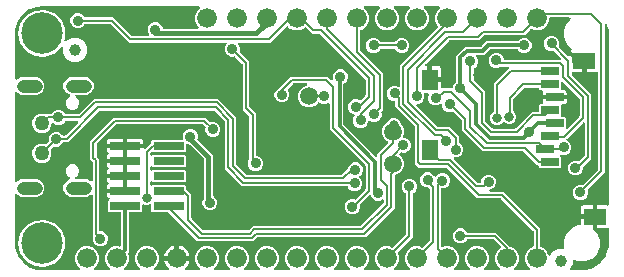
<source format=gbr>
G04 EAGLE Gerber RS-274X export*
G75*
%MOMM*%
%FSLAX34Y34*%
%LPD*%
%INBottom Copper*%
%IPPOS*%
%AMOC8*
5,1,8,0,0,1.08239X$1,22.5*%
G01*
%ADD10C,3.516000*%
%ADD11C,1.676400*%
%ADD12C,1.270000*%
%ADD13R,1.900000X1.400000*%
%ADD14R,1.400000X1.800000*%
%ADD15R,1.500000X0.700000*%
%ADD16C,1.108000*%
%ADD17C,1.500000*%
%ADD18R,2.600000X0.650000*%
%ADD19C,1.000000*%
%ADD20C,0.906400*%
%ADD21C,0.304800*%
%ADD22C,0.800100*%
%ADD23C,0.806400*%
%ADD24C,0.203200*%
%ADD25C,0.406400*%

G36*
X56868Y2545D02*
X56868Y2545D01*
X56897Y2542D01*
X57008Y2565D01*
X57120Y2581D01*
X57147Y2593D01*
X57176Y2598D01*
X57276Y2651D01*
X57380Y2697D01*
X57402Y2716D01*
X57428Y2729D01*
X57510Y2807D01*
X57597Y2880D01*
X57613Y2905D01*
X57634Y2925D01*
X57691Y3023D01*
X57754Y3117D01*
X57763Y3145D01*
X57778Y3170D01*
X57806Y3280D01*
X57840Y3388D01*
X57841Y3418D01*
X57848Y3446D01*
X57844Y3559D01*
X57847Y3672D01*
X57840Y3701D01*
X57839Y3730D01*
X57804Y3838D01*
X57776Y3947D01*
X57761Y3973D01*
X57752Y4001D01*
X57706Y4064D01*
X57630Y4192D01*
X57585Y4235D01*
X57557Y4274D01*
X54886Y6944D01*
X53339Y10679D01*
X53339Y14721D01*
X54886Y18456D01*
X57744Y21314D01*
X61479Y22861D01*
X65521Y22861D01*
X69256Y21314D01*
X72114Y18456D01*
X73661Y14721D01*
X73661Y10679D01*
X72114Y6944D01*
X69443Y4274D01*
X69426Y4250D01*
X69403Y4231D01*
X69341Y4137D01*
X69272Y4047D01*
X69262Y4019D01*
X69246Y3995D01*
X69211Y3887D01*
X69171Y3781D01*
X69169Y3752D01*
X69160Y3724D01*
X69157Y3610D01*
X69148Y3498D01*
X69153Y3469D01*
X69153Y3440D01*
X69181Y3330D01*
X69204Y3219D01*
X69217Y3193D01*
X69224Y3165D01*
X69282Y3067D01*
X69335Y2967D01*
X69355Y2945D01*
X69370Y2920D01*
X69452Y2843D01*
X69530Y2761D01*
X69556Y2746D01*
X69577Y2726D01*
X69678Y2674D01*
X69776Y2617D01*
X69804Y2610D01*
X69830Y2596D01*
X69907Y2583D01*
X70051Y2547D01*
X70114Y2549D01*
X70161Y2541D01*
X82239Y2541D01*
X82268Y2545D01*
X82297Y2542D01*
X82408Y2565D01*
X82520Y2581D01*
X82547Y2593D01*
X82576Y2598D01*
X82676Y2651D01*
X82780Y2697D01*
X82802Y2716D01*
X82828Y2729D01*
X82910Y2807D01*
X82997Y2880D01*
X83013Y2905D01*
X83034Y2925D01*
X83091Y3023D01*
X83154Y3117D01*
X83163Y3145D01*
X83178Y3170D01*
X83206Y3280D01*
X83240Y3388D01*
X83241Y3418D01*
X83248Y3446D01*
X83244Y3559D01*
X83247Y3672D01*
X83240Y3701D01*
X83239Y3730D01*
X83204Y3838D01*
X83176Y3947D01*
X83161Y3973D01*
X83152Y4001D01*
X83106Y4064D01*
X83030Y4192D01*
X82985Y4235D01*
X82957Y4274D01*
X80286Y6944D01*
X78739Y10679D01*
X78739Y14721D01*
X80286Y18456D01*
X83144Y21314D01*
X86879Y22861D01*
X90921Y22861D01*
X91093Y22789D01*
X91205Y22761D01*
X91314Y22726D01*
X91342Y22725D01*
X91369Y22718D01*
X91484Y22722D01*
X91598Y22719D01*
X91625Y22726D01*
X91653Y22726D01*
X91763Y22762D01*
X91873Y22791D01*
X91897Y22805D01*
X91924Y22813D01*
X92019Y22877D01*
X92118Y22936D01*
X92137Y22956D01*
X92160Y22971D01*
X92234Y23059D01*
X92312Y23143D01*
X92325Y23168D01*
X92343Y23189D01*
X92389Y23294D01*
X92442Y23396D01*
X92446Y23421D01*
X92458Y23449D01*
X92495Y23712D01*
X92497Y23727D01*
X92497Y51106D01*
X92489Y51164D01*
X92491Y51222D01*
X92469Y51304D01*
X92457Y51388D01*
X92434Y51441D01*
X92419Y51497D01*
X92376Y51570D01*
X92341Y51647D01*
X92303Y51692D01*
X92274Y51742D01*
X92212Y51800D01*
X92158Y51864D01*
X92109Y51896D01*
X92066Y51936D01*
X91991Y51975D01*
X91921Y52022D01*
X91865Y52039D01*
X91813Y52066D01*
X91745Y52077D01*
X91650Y52107D01*
X91550Y52110D01*
X91482Y52121D01*
X82063Y52121D01*
X81021Y53163D01*
X81021Y61137D01*
X82141Y62256D01*
X82193Y62281D01*
X82313Y62335D01*
X82321Y62341D01*
X82330Y62345D01*
X82429Y62433D01*
X82530Y62518D01*
X82536Y62527D01*
X82543Y62533D01*
X82614Y62645D01*
X82688Y62755D01*
X82691Y62765D01*
X82696Y62773D01*
X82733Y62900D01*
X82774Y63026D01*
X82774Y63036D01*
X82777Y63045D01*
X82777Y63177D01*
X82781Y63310D01*
X82778Y63320D01*
X82778Y63330D01*
X82743Y63457D01*
X82709Y63585D01*
X82704Y63594D01*
X82701Y63603D01*
X82631Y63716D01*
X82564Y63830D01*
X82557Y63837D01*
X82551Y63845D01*
X82453Y63933D01*
X82356Y64024D01*
X82348Y64029D01*
X82340Y64035D01*
X82289Y64059D01*
X82103Y64154D01*
X82068Y64160D01*
X82035Y64175D01*
X81819Y64232D01*
X81240Y64567D01*
X80767Y65040D01*
X80432Y65619D01*
X80259Y66266D01*
X80259Y68226D01*
X95191Y68226D01*
X95249Y68234D01*
X95307Y68232D01*
X95389Y68254D01*
X95472Y68266D01*
X95526Y68289D01*
X95582Y68304D01*
X95655Y68347D01*
X95732Y68382D01*
X95776Y68420D01*
X95827Y68449D01*
X95884Y68511D01*
X95949Y68565D01*
X95981Y68614D01*
X96021Y68657D01*
X96060Y68732D01*
X96106Y68802D01*
X96124Y68858D01*
X96151Y68910D01*
X96162Y68978D01*
X96192Y69073D01*
X96195Y69173D01*
X96206Y69241D01*
X96206Y69444D01*
X96409Y69444D01*
X96467Y69452D01*
X96525Y69451D01*
X96607Y69472D01*
X96691Y69484D01*
X96744Y69508D01*
X96800Y69522D01*
X96873Y69566D01*
X96950Y69600D01*
X96995Y69638D01*
X97045Y69668D01*
X97103Y69729D01*
X97167Y69784D01*
X97199Y69832D01*
X97239Y69875D01*
X97278Y69950D01*
X97325Y70020D01*
X97342Y70076D01*
X97369Y70128D01*
X97380Y70196D01*
X97410Y70291D01*
X97413Y70391D01*
X97424Y70459D01*
X97424Y81941D01*
X97416Y81999D01*
X97418Y82057D01*
X97396Y82139D01*
X97384Y82222D01*
X97361Y82276D01*
X97346Y82332D01*
X97303Y82405D01*
X97268Y82482D01*
X97230Y82526D01*
X97216Y82550D01*
X97239Y82575D01*
X97278Y82650D01*
X97325Y82720D01*
X97342Y82776D01*
X97369Y82828D01*
X97380Y82896D01*
X97410Y82991D01*
X97413Y83091D01*
X97424Y83159D01*
X97424Y94641D01*
X97416Y94699D01*
X97418Y94757D01*
X97396Y94839D01*
X97384Y94922D01*
X97361Y94976D01*
X97346Y95032D01*
X97303Y95105D01*
X97268Y95182D01*
X97230Y95226D01*
X97216Y95250D01*
X97239Y95275D01*
X97278Y95350D01*
X97325Y95420D01*
X97342Y95476D01*
X97369Y95528D01*
X97380Y95596D01*
X97410Y95691D01*
X97413Y95791D01*
X97424Y95859D01*
X97424Y106326D01*
X111341Y106326D01*
X111341Y106314D01*
X111345Y106285D01*
X111342Y106256D01*
X111365Y106145D01*
X111381Y106033D01*
X111393Y106006D01*
X111398Y105977D01*
X111451Y105876D01*
X111497Y105773D01*
X111516Y105751D01*
X111529Y105725D01*
X111607Y105642D01*
X111680Y105556D01*
X111705Y105540D01*
X111725Y105519D01*
X111823Y105461D01*
X111917Y105399D01*
X111945Y105390D01*
X111970Y105375D01*
X112080Y105347D01*
X112188Y105313D01*
X112217Y105312D01*
X112246Y105305D01*
X112359Y105308D01*
X112472Y105306D01*
X112501Y105313D01*
X112530Y105314D01*
X112638Y105349D01*
X112747Y105377D01*
X112773Y105392D01*
X112801Y105401D01*
X112864Y105447D01*
X112992Y105523D01*
X113035Y105568D01*
X113074Y105596D01*
X113440Y105962D01*
X117724Y110246D01*
X117776Y110316D01*
X117836Y110380D01*
X117862Y110429D01*
X117895Y110473D01*
X117926Y110555D01*
X117966Y110633D01*
X117974Y110681D01*
X117996Y110739D01*
X118008Y110887D01*
X118021Y110964D01*
X118021Y111937D01*
X119063Y112979D01*
X143922Y112979D01*
X144036Y112995D01*
X144151Y113005D01*
X144177Y113015D01*
X144204Y113019D01*
X144309Y113065D01*
X144416Y113107D01*
X144438Y113123D01*
X144463Y113135D01*
X144551Y113209D01*
X144643Y113278D01*
X144659Y113301D01*
X144680Y113318D01*
X144744Y113414D01*
X144813Y113506D01*
X144823Y113532D01*
X144838Y113555D01*
X144873Y113665D01*
X144913Y113772D01*
X144915Y113800D01*
X144924Y113826D01*
X144927Y113941D01*
X144936Y114055D01*
X144930Y114080D01*
X144931Y114110D01*
X144864Y114368D01*
X144860Y114383D01*
X144819Y114482D01*
X144819Y116992D01*
X145780Y119312D01*
X147555Y121087D01*
X149875Y122048D01*
X152385Y122048D01*
X154705Y121087D01*
X156480Y119312D01*
X157441Y116992D01*
X157441Y114482D01*
X157240Y113997D01*
X157240Y113996D01*
X157239Y113994D01*
X157205Y113861D01*
X157169Y113722D01*
X157169Y113720D01*
X157169Y113719D01*
X157173Y113578D01*
X157177Y113438D01*
X157178Y113436D01*
X157178Y113435D01*
X157222Y113299D01*
X157264Y113167D01*
X157265Y113166D01*
X157265Y113164D01*
X157274Y113152D01*
X157422Y112931D01*
X157446Y112911D01*
X157460Y112891D01*
X170181Y100170D01*
X170181Y66147D01*
X170181Y66145D01*
X170181Y66143D01*
X170201Y66003D01*
X170221Y65865D01*
X170221Y65864D01*
X170221Y65862D01*
X170279Y65734D01*
X170337Y65606D01*
X170338Y65604D01*
X170339Y65603D01*
X170430Y65496D01*
X170520Y65389D01*
X170522Y65388D01*
X170523Y65387D01*
X170536Y65378D01*
X170757Y65231D01*
X170786Y65222D01*
X170807Y65209D01*
X171215Y65040D01*
X172990Y63265D01*
X173951Y60945D01*
X173951Y58435D01*
X172990Y56115D01*
X171215Y54340D01*
X168895Y53379D01*
X166385Y53379D01*
X164065Y54340D01*
X162290Y56115D01*
X161329Y58435D01*
X161329Y60945D01*
X162299Y63285D01*
X162314Y63306D01*
X162374Y63370D01*
X162400Y63420D01*
X162433Y63464D01*
X162464Y63546D01*
X162504Y63623D01*
X162512Y63671D01*
X162534Y63729D01*
X162546Y63877D01*
X162559Y63955D01*
X162559Y96593D01*
X162547Y96680D01*
X162544Y96767D01*
X162527Y96820D01*
X162519Y96875D01*
X162484Y96954D01*
X162457Y97038D01*
X162429Y97077D01*
X162403Y97134D01*
X162307Y97247D01*
X162262Y97311D01*
X150444Y109129D01*
X150374Y109181D01*
X150310Y109241D01*
X150261Y109267D01*
X150217Y109300D01*
X150135Y109331D01*
X150057Y109371D01*
X150010Y109379D01*
X149951Y109401D01*
X149932Y109403D01*
X148983Y109796D01*
X148871Y109824D01*
X148762Y109859D01*
X148734Y109860D01*
X148707Y109867D01*
X148593Y109864D01*
X148478Y109866D01*
X148451Y109859D01*
X148423Y109859D01*
X148314Y109824D01*
X148203Y109795D01*
X148179Y109780D01*
X148152Y109772D01*
X148057Y109708D01*
X147958Y109649D01*
X147939Y109629D01*
X147916Y109614D01*
X147842Y109526D01*
X147764Y109442D01*
X147751Y109417D01*
X147733Y109396D01*
X147687Y109291D01*
X147634Y109189D01*
X147630Y109164D01*
X147618Y109136D01*
X147581Y108873D01*
X147579Y108858D01*
X147579Y103963D01*
X146537Y102921D01*
X118724Y102921D01*
X118638Y102909D01*
X118550Y102906D01*
X118497Y102889D01*
X118443Y102881D01*
X118363Y102846D01*
X118280Y102819D01*
X118240Y102791D01*
X118183Y102765D01*
X118070Y102669D01*
X118006Y102624D01*
X117392Y102010D01*
X117340Y101940D01*
X117280Y101876D01*
X117254Y101827D01*
X117221Y101783D01*
X117190Y101701D01*
X117150Y101623D01*
X117142Y101575D01*
X117120Y101517D01*
X117108Y101369D01*
X117095Y101292D01*
X117095Y100761D01*
X117099Y100732D01*
X117096Y100703D01*
X117119Y100592D01*
X117135Y100480D01*
X117147Y100453D01*
X117152Y100424D01*
X117205Y100324D01*
X117251Y100220D01*
X117270Y100198D01*
X117283Y100172D01*
X117361Y100090D01*
X117434Y100003D01*
X117459Y99987D01*
X117479Y99966D01*
X117577Y99909D01*
X117671Y99846D01*
X117699Y99837D01*
X117724Y99822D01*
X117834Y99794D01*
X117942Y99760D01*
X117972Y99759D01*
X118000Y99752D01*
X118113Y99756D01*
X118226Y99753D01*
X118255Y99760D01*
X118284Y99761D01*
X118392Y99796D01*
X118501Y99825D01*
X118527Y99839D01*
X118555Y99849D01*
X118619Y99894D01*
X118746Y99970D01*
X118789Y100015D01*
X118828Y100043D01*
X119063Y100279D01*
X146537Y100279D01*
X147579Y99237D01*
X147579Y91263D01*
X146537Y90221D01*
X119063Y90221D01*
X118828Y90457D01*
X118804Y90474D01*
X118785Y90497D01*
X118691Y90559D01*
X118601Y90628D01*
X118573Y90638D01*
X118549Y90654D01*
X118441Y90688D01*
X118335Y90729D01*
X118306Y90731D01*
X118278Y90740D01*
X118165Y90743D01*
X118052Y90752D01*
X118023Y90747D01*
X117994Y90747D01*
X117884Y90719D01*
X117773Y90696D01*
X117747Y90683D01*
X117719Y90675D01*
X117621Y90618D01*
X117521Y90565D01*
X117499Y90545D01*
X117474Y90530D01*
X117397Y90447D01*
X117315Y90370D01*
X117300Y90344D01*
X117280Y90323D01*
X117228Y90222D01*
X117171Y90124D01*
X117164Y90096D01*
X117150Y90070D01*
X117137Y89993D01*
X117101Y89849D01*
X117103Y89786D01*
X117095Y89739D01*
X117095Y88061D01*
X117099Y88032D01*
X117096Y88003D01*
X117119Y87892D01*
X117135Y87780D01*
X117147Y87753D01*
X117152Y87724D01*
X117205Y87624D01*
X117251Y87520D01*
X117270Y87498D01*
X117283Y87472D01*
X117361Y87390D01*
X117434Y87303D01*
X117459Y87287D01*
X117479Y87266D01*
X117577Y87209D01*
X117671Y87146D01*
X117699Y87137D01*
X117724Y87122D01*
X117834Y87094D01*
X117942Y87060D01*
X117972Y87059D01*
X118000Y87052D01*
X118113Y87056D01*
X118226Y87053D01*
X118255Y87060D01*
X118284Y87061D01*
X118392Y87096D01*
X118501Y87125D01*
X118527Y87139D01*
X118555Y87149D01*
X118619Y87194D01*
X118746Y87270D01*
X118789Y87315D01*
X118828Y87343D01*
X119063Y87579D01*
X146537Y87579D01*
X147579Y86537D01*
X147579Y78563D01*
X146537Y77521D01*
X119063Y77521D01*
X118828Y77757D01*
X118804Y77774D01*
X118785Y77797D01*
X118691Y77859D01*
X118601Y77928D01*
X118573Y77938D01*
X118549Y77954D01*
X118441Y77988D01*
X118335Y78029D01*
X118306Y78031D01*
X118278Y78040D01*
X118165Y78043D01*
X118052Y78052D01*
X118023Y78047D01*
X117994Y78047D01*
X117884Y78019D01*
X117773Y77996D01*
X117747Y77983D01*
X117719Y77975D01*
X117621Y77918D01*
X117521Y77865D01*
X117499Y77845D01*
X117474Y77830D01*
X117396Y77747D01*
X117315Y77670D01*
X117300Y77644D01*
X117280Y77623D01*
X117228Y77522D01*
X117171Y77424D01*
X117164Y77396D01*
X117150Y77370D01*
X117137Y77293D01*
X117101Y77149D01*
X117103Y77086D01*
X117095Y77039D01*
X117095Y75361D01*
X117099Y75332D01*
X117096Y75303D01*
X117119Y75192D01*
X117135Y75080D01*
X117147Y75053D01*
X117152Y75024D01*
X117205Y74924D01*
X117251Y74820D01*
X117270Y74798D01*
X117283Y74772D01*
X117361Y74690D01*
X117434Y74603D01*
X117459Y74587D01*
X117479Y74566D01*
X117577Y74509D01*
X117671Y74446D01*
X117699Y74437D01*
X117724Y74422D01*
X117834Y74394D01*
X117942Y74360D01*
X117972Y74359D01*
X118000Y74352D01*
X118113Y74356D01*
X118226Y74353D01*
X118255Y74360D01*
X118284Y74361D01*
X118392Y74396D01*
X118501Y74425D01*
X118527Y74439D01*
X118555Y74449D01*
X118619Y74494D01*
X118746Y74570D01*
X118789Y74615D01*
X118828Y74643D01*
X119063Y74879D01*
X146537Y74879D01*
X147579Y73837D01*
X147579Y71424D01*
X147591Y71338D01*
X147594Y71250D01*
X147611Y71197D01*
X147619Y71143D01*
X147654Y71063D01*
X147681Y70980D01*
X147709Y70940D01*
X147735Y70883D01*
X147831Y70770D01*
X147876Y70706D01*
X152020Y66563D01*
X152020Y47056D01*
X152032Y46970D01*
X152035Y46882D01*
X152052Y46830D01*
X152060Y46775D01*
X152095Y46695D01*
X152122Y46612D01*
X152150Y46573D01*
X152176Y46515D01*
X152272Y46402D01*
X152317Y46338D01*
X161908Y36747D01*
X161978Y36695D01*
X162042Y36635D01*
X162092Y36609D01*
X162136Y36576D01*
X162217Y36545D01*
X162295Y36505D01*
X162343Y36497D01*
X162401Y36475D01*
X162549Y36463D01*
X162626Y36450D01*
X199717Y36450D01*
X199803Y36462D01*
X199891Y36465D01*
X199944Y36482D01*
X199998Y36490D01*
X200078Y36525D01*
X200161Y36552D01*
X200201Y36580D01*
X200258Y36606D01*
X200371Y36702D01*
X200435Y36747D01*
X203947Y40260D01*
X295294Y40260D01*
X295380Y40272D01*
X295468Y40275D01*
X295520Y40292D01*
X295575Y40300D01*
X295655Y40335D01*
X295738Y40362D01*
X295777Y40390D01*
X295835Y40416D01*
X295948Y40512D01*
X296012Y40557D01*
X314408Y58953D01*
X314460Y59023D01*
X314520Y59087D01*
X314546Y59137D01*
X314579Y59181D01*
X314610Y59262D01*
X314650Y59340D01*
X314658Y59388D01*
X314680Y59446D01*
X314692Y59594D01*
X314705Y59671D01*
X314705Y61594D01*
X314689Y61707D01*
X314679Y61822D01*
X314669Y61848D01*
X314665Y61875D01*
X314618Y61980D01*
X314577Y62087D01*
X314561Y62109D01*
X314549Y62134D01*
X314475Y62222D01*
X314406Y62314D01*
X314383Y62330D01*
X314366Y62351D01*
X314270Y62415D01*
X314178Y62484D01*
X314152Y62494D01*
X314129Y62509D01*
X314019Y62544D01*
X313912Y62584D01*
X313884Y62586D01*
X313858Y62595D01*
X313743Y62598D01*
X313629Y62607D01*
X313604Y62601D01*
X313574Y62602D01*
X313317Y62535D01*
X313301Y62532D01*
X311135Y61634D01*
X308625Y61634D01*
X306305Y62595D01*
X304530Y64370D01*
X303999Y65652D01*
X303941Y65751D01*
X303888Y65852D01*
X303869Y65873D01*
X303855Y65896D01*
X303771Y65975D01*
X303692Y66059D01*
X303668Y66073D01*
X303648Y66092D01*
X303546Y66144D01*
X303447Y66202D01*
X303420Y66209D01*
X303395Y66222D01*
X303282Y66244D01*
X303171Y66272D01*
X303144Y66272D01*
X303116Y66277D01*
X303002Y66267D01*
X302887Y66263D01*
X302861Y66255D01*
X302833Y66252D01*
X302726Y66211D01*
X302617Y66176D01*
X302596Y66161D01*
X302568Y66150D01*
X302355Y65989D01*
X302343Y65981D01*
X302341Y65979D01*
X294898Y58536D01*
X294846Y58466D01*
X294786Y58402D01*
X294760Y58353D01*
X294727Y58309D01*
X294696Y58227D01*
X294656Y58149D01*
X294648Y58101D01*
X294626Y58043D01*
X294614Y57895D01*
X294601Y57818D01*
X294601Y55260D01*
X293640Y52940D01*
X291865Y51165D01*
X289545Y50204D01*
X287035Y50204D01*
X284715Y51165D01*
X282940Y52940D01*
X281979Y55260D01*
X281979Y57770D01*
X282940Y60090D01*
X284715Y61865D01*
X287035Y62826D01*
X289545Y62826D01*
X290148Y62576D01*
X290149Y62576D01*
X290150Y62575D01*
X290285Y62541D01*
X290423Y62505D01*
X290424Y62505D01*
X290426Y62505D01*
X290567Y62509D01*
X290707Y62513D01*
X290709Y62514D01*
X290710Y62514D01*
X290843Y62557D01*
X290978Y62600D01*
X290979Y62601D01*
X290981Y62601D01*
X290993Y62610D01*
X291214Y62758D01*
X291234Y62782D01*
X291254Y62796D01*
X299128Y70670D01*
X299180Y70740D01*
X299240Y70804D01*
X299266Y70853D01*
X299299Y70897D01*
X299330Y70979D01*
X299370Y71057D01*
X299378Y71105D01*
X299400Y71163D01*
X299412Y71311D01*
X299425Y71388D01*
X299425Y91097D01*
X299413Y91183D01*
X299410Y91271D01*
X299393Y91323D01*
X299385Y91378D01*
X299350Y91458D01*
X299323Y91541D01*
X299295Y91580D01*
X299269Y91637D01*
X299173Y91751D01*
X299128Y91814D01*
X268985Y121957D01*
X268985Y143509D01*
X268969Y143622D01*
X268959Y143737D01*
X268949Y143763D01*
X268945Y143790D01*
X268898Y143895D01*
X268857Y144002D01*
X268841Y144024D01*
X268829Y144049D01*
X268755Y144137D01*
X268686Y144229D01*
X268663Y144245D01*
X268646Y144266D01*
X268550Y144330D01*
X268458Y144399D01*
X268432Y144409D01*
X268409Y144424D01*
X268299Y144459D01*
X268192Y144499D01*
X268164Y144501D01*
X268138Y144510D01*
X268023Y144513D01*
X267909Y144522D01*
X267884Y144516D01*
X267854Y144517D01*
X267597Y144450D01*
X267581Y144447D01*
X265415Y143549D01*
X262905Y143549D01*
X260567Y144518D01*
X260540Y144546D01*
X260467Y144589D01*
X260400Y144640D01*
X260345Y144660D01*
X260294Y144690D01*
X260213Y144711D01*
X260134Y144741D01*
X260075Y144746D01*
X260019Y144760D01*
X259935Y144757D01*
X259851Y144764D01*
X259793Y144753D01*
X259735Y144751D01*
X259655Y144725D01*
X259572Y144709D01*
X259520Y144682D01*
X259464Y144664D01*
X259408Y144624D01*
X259320Y144578D01*
X259247Y144509D01*
X259191Y144469D01*
X256716Y141994D01*
X253306Y140581D01*
X249614Y140581D01*
X246204Y141994D01*
X243594Y144604D01*
X242181Y148014D01*
X242181Y151706D01*
X243594Y155116D01*
X246204Y157726D01*
X249478Y159082D01*
X249551Y159126D01*
X249630Y159161D01*
X249673Y159198D01*
X249722Y159227D01*
X249781Y159289D01*
X249847Y159345D01*
X249878Y159392D01*
X249918Y159433D01*
X249957Y159509D01*
X250005Y159581D01*
X250022Y159635D01*
X250048Y159686D01*
X250064Y159770D01*
X250090Y159852D01*
X250092Y159909D01*
X250103Y159965D01*
X250095Y160050D01*
X250098Y160136D01*
X250083Y160191D01*
X250078Y160248D01*
X250047Y160328D01*
X250026Y160411D01*
X249997Y160460D01*
X249976Y160513D01*
X249924Y160582D01*
X249881Y160656D01*
X249839Y160695D01*
X249805Y160740D01*
X249736Y160792D01*
X249673Y160850D01*
X249623Y160876D01*
X249577Y160910D01*
X249496Y160941D01*
X249420Y160980D01*
X249371Y160988D01*
X249311Y161011D01*
X249166Y161022D01*
X249089Y161035D01*
X239068Y161035D01*
X238982Y161023D01*
X238894Y161020D01*
X238841Y161003D01*
X238787Y160995D01*
X238707Y160960D01*
X238624Y160933D01*
X238584Y160905D01*
X238527Y160879D01*
X238414Y160783D01*
X238350Y160738D01*
X233851Y156239D01*
X233816Y156192D01*
X233774Y156152D01*
X233731Y156079D01*
X233681Y156012D01*
X233660Y155957D01*
X233630Y155907D01*
X233609Y155825D01*
X233579Y155746D01*
X233574Y155688D01*
X233560Y155631D01*
X233563Y155547D01*
X233556Y155463D01*
X233567Y155406D01*
X233569Y155347D01*
X233595Y155267D01*
X233612Y155184D01*
X233639Y155132D01*
X233657Y155077D01*
X233697Y155020D01*
X233743Y154932D01*
X233811Y154859D01*
X233851Y154803D01*
X233950Y154705D01*
X234911Y152385D01*
X234911Y149875D01*
X233950Y147555D01*
X232175Y145780D01*
X229855Y144819D01*
X227345Y144819D01*
X225025Y145780D01*
X223250Y147555D01*
X222289Y149875D01*
X222289Y152385D01*
X223250Y154705D01*
X225025Y156480D01*
X226823Y157225D01*
X226850Y157240D01*
X226879Y157250D01*
X226943Y157295D01*
X227068Y157369D01*
X227112Y157416D01*
X227152Y157445D01*
X236332Y166625D01*
X267223Y166625D01*
X269157Y164690D01*
X270325Y163523D01*
X270393Y163471D01*
X270456Y163412D01*
X270506Y163386D01*
X270552Y163352D01*
X270632Y163321D01*
X270708Y163282D01*
X270764Y163271D01*
X270817Y163251D01*
X270903Y163244D01*
X270987Y163227D01*
X271044Y163232D01*
X271101Y163227D01*
X271185Y163244D01*
X271271Y163251D01*
X271324Y163272D01*
X271379Y163283D01*
X271456Y163323D01*
X271536Y163353D01*
X271581Y163388D01*
X271632Y163414D01*
X271694Y163473D01*
X271763Y163525D01*
X271797Y163571D01*
X271838Y163610D01*
X271881Y163684D01*
X271933Y163753D01*
X271953Y163806D01*
X271982Y163855D01*
X272003Y163938D01*
X272033Y164019D01*
X272038Y164076D01*
X272052Y164131D01*
X272049Y164217D01*
X272056Y164302D01*
X272045Y164350D01*
X272043Y164415D01*
X271998Y164553D01*
X271980Y164629D01*
X271779Y165115D01*
X271779Y167625D01*
X272740Y169945D01*
X274515Y171720D01*
X276835Y172681D01*
X279345Y172681D01*
X281665Y171720D01*
X283440Y169945D01*
X284401Y167625D01*
X284401Y165115D01*
X283440Y162795D01*
X281665Y161020D01*
X281384Y160904D01*
X281383Y160903D01*
X281382Y160903D01*
X281263Y160833D01*
X281140Y160759D01*
X281139Y160758D01*
X281137Y160757D01*
X281039Y160653D01*
X280944Y160553D01*
X280944Y160551D01*
X280943Y160550D01*
X280878Y160424D01*
X280814Y160300D01*
X280814Y160298D01*
X280813Y160297D01*
X280811Y160282D01*
X280759Y160021D01*
X280762Y159991D01*
X280758Y159966D01*
X280758Y126289D01*
X280770Y126202D01*
X280773Y126115D01*
X280790Y126062D01*
X280798Y126007D01*
X280833Y125927D01*
X280860Y125844D01*
X280888Y125805D01*
X280914Y125748D01*
X281010Y125634D01*
X281055Y125571D01*
X307758Y98868D01*
X307782Y98850D01*
X307801Y98828D01*
X307895Y98765D01*
X307985Y98697D01*
X308013Y98686D01*
X308037Y98670D01*
X308145Y98636D01*
X308251Y98596D01*
X308280Y98593D01*
X308308Y98584D01*
X308422Y98581D01*
X308534Y98572D01*
X308563Y98578D01*
X308592Y98577D01*
X308702Y98606D01*
X308813Y98628D01*
X308839Y98641D01*
X308867Y98649D01*
X308965Y98707D01*
X309065Y98759D01*
X309087Y98779D01*
X309112Y98794D01*
X309189Y98877D01*
X309271Y98955D01*
X309286Y98980D01*
X309306Y99001D01*
X309358Y99102D01*
X309415Y99200D01*
X309422Y99228D01*
X309436Y99254D01*
X309449Y99332D01*
X309485Y99475D01*
X309483Y99538D01*
X309491Y99586D01*
X309491Y101354D01*
X311426Y103288D01*
X318344Y110207D01*
X318413Y110298D01*
X318487Y110386D01*
X318499Y110412D01*
X318515Y110434D01*
X318556Y110541D01*
X318603Y110646D01*
X318607Y110674D01*
X318617Y110700D01*
X318626Y110814D01*
X318642Y110928D01*
X318638Y110955D01*
X318640Y110983D01*
X318618Y111095D01*
X318601Y111209D01*
X318590Y111234D01*
X318584Y111262D01*
X318531Y111363D01*
X318484Y111468D01*
X318466Y111489D01*
X318453Y111514D01*
X318374Y111597D01*
X318300Y111685D01*
X318279Y111698D01*
X318257Y111720D01*
X318028Y111855D01*
X318015Y111863D01*
X317324Y112149D01*
X314714Y114759D01*
X313301Y118169D01*
X313301Y121861D01*
X314714Y125271D01*
X317324Y127881D01*
X317915Y128126D01*
X317991Y128171D01*
X318070Y128207D01*
X318112Y128242D01*
X318160Y128270D01*
X318220Y128334D01*
X318287Y128391D01*
X318312Y128432D01*
X318355Y128477D01*
X318423Y128609D01*
X318465Y128676D01*
X318517Y128802D01*
X320143Y130428D01*
X322267Y131308D01*
X324566Y131308D01*
X326690Y130428D01*
X328316Y128802D01*
X329229Y126597D01*
X329245Y126570D01*
X329255Y126541D01*
X329300Y126477D01*
X329374Y126352D01*
X329421Y126308D01*
X329449Y126268D01*
X330446Y125271D01*
X331859Y121861D01*
X331859Y118169D01*
X331084Y116300D01*
X331056Y116188D01*
X331021Y116079D01*
X331020Y116051D01*
X331013Y116024D01*
X331017Y115910D01*
X331014Y115795D01*
X331021Y115768D01*
X331021Y115740D01*
X331056Y115631D01*
X331085Y115520D01*
X331100Y115496D01*
X331108Y115469D01*
X331172Y115374D01*
X331231Y115275D01*
X331251Y115256D01*
X331266Y115233D01*
X331354Y115159D01*
X331438Y115081D01*
X331463Y115068D01*
X331484Y115050D01*
X331589Y115004D01*
X331691Y114951D01*
X331716Y114947D01*
X331744Y114935D01*
X332007Y114898D01*
X332022Y114896D01*
X332725Y114896D01*
X335045Y113935D01*
X336820Y112160D01*
X337781Y109840D01*
X337781Y107330D01*
X336820Y105010D01*
X335045Y103235D01*
X332725Y102274D01*
X330215Y102274D01*
X330061Y102338D01*
X330060Y102338D01*
X330059Y102339D01*
X329923Y102373D01*
X329786Y102409D01*
X329785Y102409D01*
X329783Y102409D01*
X329642Y102405D01*
X329502Y102401D01*
X329501Y102400D01*
X329499Y102400D01*
X329360Y102355D01*
X329231Y102314D01*
X329230Y102313D01*
X329228Y102313D01*
X329215Y102303D01*
X328995Y102156D01*
X328975Y102132D01*
X328955Y102118D01*
X328343Y101505D01*
X328307Y101458D01*
X328265Y101418D01*
X328223Y101346D01*
X328172Y101278D01*
X328151Y101223D01*
X328121Y101173D01*
X328101Y101091D01*
X328071Y101012D01*
X328066Y100954D01*
X328051Y100897D01*
X328054Y100813D01*
X328047Y100729D01*
X328058Y100672D01*
X328060Y100613D01*
X328086Y100533D01*
X328103Y100450D01*
X328130Y100398D01*
X328148Y100343D01*
X328188Y100287D01*
X328234Y100198D01*
X328303Y100126D01*
X328343Y100069D01*
X330446Y97966D01*
X331859Y94556D01*
X331859Y90864D01*
X330446Y87454D01*
X327836Y84844D01*
X324731Y83558D01*
X324730Y83557D01*
X324729Y83557D01*
X324608Y83485D01*
X324487Y83413D01*
X324486Y83412D01*
X324484Y83411D01*
X324387Y83307D01*
X324291Y83207D01*
X324291Y83205D01*
X324290Y83204D01*
X324225Y83079D01*
X324161Y82954D01*
X324161Y82952D01*
X324160Y82951D01*
X324158Y82936D01*
X324106Y82675D01*
X324109Y82645D01*
X324105Y82620D01*
X324105Y55357D01*
X301542Y32795D01*
X299608Y30860D01*
X208588Y30860D01*
X208502Y30848D01*
X208414Y30845D01*
X208361Y30828D01*
X208307Y30820D01*
X208227Y30785D01*
X208144Y30758D01*
X208104Y30730D01*
X208047Y30704D01*
X207934Y30608D01*
X207870Y30563D01*
X204358Y27050D01*
X157042Y27050D01*
X132269Y51824D01*
X132199Y51876D01*
X132135Y51936D01*
X132086Y51962D01*
X132042Y51995D01*
X131960Y52026D01*
X131882Y52066D01*
X131834Y52074D01*
X131776Y52096D01*
X131628Y52108D01*
X131551Y52121D01*
X119063Y52121D01*
X118021Y53163D01*
X118021Y57522D01*
X118005Y57635D01*
X117995Y57750D01*
X117985Y57776D01*
X117981Y57803D01*
X117934Y57908D01*
X117893Y58015D01*
X117877Y58037D01*
X117865Y58063D01*
X117791Y58150D01*
X117722Y58242D01*
X117699Y58258D01*
X117682Y58280D01*
X117586Y58343D01*
X117494Y58412D01*
X117468Y58422D01*
X117445Y58437D01*
X117335Y58472D01*
X117228Y58512D01*
X117200Y58515D01*
X117174Y58523D01*
X117059Y58526D01*
X116945Y58535D01*
X116920Y58529D01*
X116890Y58530D01*
X116633Y58463D01*
X116617Y58460D01*
X115450Y57976D01*
X113150Y57976D01*
X111983Y58460D01*
X111871Y58488D01*
X111762Y58523D01*
X111734Y58524D01*
X111707Y58531D01*
X111593Y58527D01*
X111478Y58530D01*
X111451Y58523D01*
X111423Y58522D01*
X111314Y58487D01*
X111203Y58458D01*
X111179Y58444D01*
X111152Y58436D01*
X111057Y58372D01*
X110958Y58313D01*
X110939Y58293D01*
X110916Y58277D01*
X110842Y58190D01*
X110764Y58106D01*
X110751Y58081D01*
X110733Y58060D01*
X110686Y57955D01*
X110634Y57853D01*
X110630Y57828D01*
X110618Y57800D01*
X110581Y57536D01*
X110579Y57522D01*
X110579Y53163D01*
X109537Y52121D01*
X100118Y52121D01*
X100060Y52113D01*
X100002Y52115D01*
X99920Y52093D01*
X99836Y52081D01*
X99783Y52058D01*
X99727Y52043D01*
X99654Y52000D01*
X99577Y51965D01*
X99532Y51927D01*
X99482Y51898D01*
X99424Y51836D01*
X99360Y51782D01*
X99328Y51733D01*
X99288Y51690D01*
X99249Y51615D01*
X99202Y51545D01*
X99185Y51489D01*
X99158Y51437D01*
X99147Y51369D01*
X99117Y51274D01*
X99114Y51174D01*
X99103Y51106D01*
X99103Y18232D01*
X98524Y17654D01*
X98523Y17652D01*
X98522Y17651D01*
X98431Y17530D01*
X98354Y17426D01*
X98353Y17425D01*
X98352Y17424D01*
X98302Y17290D01*
X98252Y17161D01*
X98252Y17159D01*
X98252Y17158D01*
X98240Y17013D01*
X98229Y16877D01*
X98229Y16876D01*
X98229Y16874D01*
X98232Y16859D01*
X98285Y16599D01*
X98299Y16572D01*
X98304Y16547D01*
X99061Y14721D01*
X99061Y10679D01*
X97514Y6944D01*
X94843Y4274D01*
X94826Y4250D01*
X94803Y4231D01*
X94741Y4137D01*
X94672Y4047D01*
X94662Y4019D01*
X94646Y3995D01*
X94611Y3887D01*
X94571Y3781D01*
X94569Y3752D01*
X94560Y3724D01*
X94557Y3610D01*
X94548Y3498D01*
X94553Y3469D01*
X94553Y3440D01*
X94581Y3330D01*
X94604Y3219D01*
X94617Y3193D01*
X94624Y3165D01*
X94682Y3067D01*
X94735Y2967D01*
X94755Y2945D01*
X94770Y2920D01*
X94852Y2843D01*
X94930Y2761D01*
X94956Y2746D01*
X94977Y2726D01*
X95078Y2674D01*
X95176Y2617D01*
X95204Y2610D01*
X95230Y2596D01*
X95307Y2583D01*
X95451Y2547D01*
X95514Y2549D01*
X95561Y2541D01*
X107639Y2541D01*
X107668Y2545D01*
X107697Y2542D01*
X107808Y2565D01*
X107920Y2581D01*
X107947Y2593D01*
X107976Y2598D01*
X108076Y2651D01*
X108180Y2697D01*
X108202Y2716D01*
X108228Y2729D01*
X108310Y2807D01*
X108397Y2880D01*
X108413Y2905D01*
X108434Y2925D01*
X108491Y3023D01*
X108554Y3117D01*
X108563Y3145D01*
X108578Y3170D01*
X108606Y3280D01*
X108640Y3388D01*
X108641Y3418D01*
X108648Y3446D01*
X108644Y3559D01*
X108647Y3672D01*
X108640Y3701D01*
X108639Y3730D01*
X108604Y3838D01*
X108576Y3947D01*
X108561Y3973D01*
X108552Y4001D01*
X108506Y4064D01*
X108430Y4192D01*
X108385Y4235D01*
X108357Y4274D01*
X105686Y6944D01*
X104139Y10679D01*
X104139Y14721D01*
X105686Y18456D01*
X108544Y21314D01*
X112279Y22861D01*
X116321Y22861D01*
X120056Y21314D01*
X122914Y18456D01*
X124461Y14721D01*
X124461Y10679D01*
X122914Y6944D01*
X120243Y4274D01*
X120226Y4250D01*
X120203Y4231D01*
X120141Y4137D01*
X120072Y4047D01*
X120062Y4019D01*
X120046Y3995D01*
X120011Y3887D01*
X119971Y3781D01*
X119969Y3752D01*
X119960Y3724D01*
X119957Y3610D01*
X119948Y3498D01*
X119953Y3469D01*
X119953Y3440D01*
X119981Y3330D01*
X120004Y3219D01*
X120017Y3193D01*
X120024Y3165D01*
X120082Y3067D01*
X120135Y2967D01*
X120155Y2945D01*
X120170Y2920D01*
X120252Y2843D01*
X120330Y2761D01*
X120356Y2746D01*
X120377Y2726D01*
X120478Y2674D01*
X120576Y2617D01*
X120604Y2610D01*
X120630Y2596D01*
X120707Y2583D01*
X120851Y2547D01*
X120914Y2549D01*
X120961Y2541D01*
X131976Y2541D01*
X132084Y2556D01*
X132192Y2564D01*
X132224Y2576D01*
X132257Y2581D01*
X132357Y2625D01*
X132459Y2663D01*
X132486Y2683D01*
X132516Y2697D01*
X132600Y2767D01*
X132687Y2832D01*
X132708Y2859D01*
X132733Y2880D01*
X132794Y2971D01*
X132860Y3058D01*
X132872Y3089D01*
X132891Y3117D01*
X132924Y3221D01*
X132964Y3323D01*
X132967Y3356D01*
X132977Y3388D01*
X132980Y3497D01*
X132990Y3606D01*
X132983Y3639D01*
X132984Y3672D01*
X132957Y3778D01*
X132936Y3885D01*
X132921Y3915D01*
X132912Y3947D01*
X132857Y4041D01*
X132807Y4138D01*
X132786Y4160D01*
X132767Y4192D01*
X132645Y4307D01*
X132641Y4312D01*
X131369Y5584D01*
X130358Y6975D01*
X129578Y8507D01*
X129046Y10142D01*
X128963Y10669D01*
X138684Y10669D01*
X138742Y10677D01*
X138800Y10675D01*
X138882Y10697D01*
X138965Y10709D01*
X139019Y10733D01*
X139075Y10747D01*
X139148Y10790D01*
X139225Y10825D01*
X139269Y10863D01*
X139320Y10893D01*
X139377Y10954D01*
X139442Y11009D01*
X139474Y11057D01*
X139514Y11100D01*
X139553Y11175D01*
X139599Y11245D01*
X139617Y11301D01*
X139644Y11353D01*
X139655Y11421D01*
X139685Y11516D01*
X139688Y11616D01*
X139699Y11684D01*
X139699Y12701D01*
X139701Y12701D01*
X139701Y11684D01*
X139709Y11626D01*
X139708Y11568D01*
X139729Y11486D01*
X139741Y11403D01*
X139765Y11349D01*
X139779Y11293D01*
X139822Y11220D01*
X139857Y11143D01*
X139895Y11098D01*
X139925Y11048D01*
X139986Y10990D01*
X140041Y10926D01*
X140089Y10894D01*
X140132Y10854D01*
X140207Y10815D01*
X140277Y10769D01*
X140333Y10751D01*
X140385Y10724D01*
X140453Y10713D01*
X140548Y10683D01*
X140648Y10680D01*
X140716Y10669D01*
X150437Y10669D01*
X150354Y10142D01*
X149822Y8507D01*
X149042Y6975D01*
X148031Y5584D01*
X146759Y4312D01*
X146756Y4308D01*
X146750Y4302D01*
X146667Y4231D01*
X146648Y4203D01*
X146624Y4180D01*
X146569Y4086D01*
X146509Y3995D01*
X146499Y3963D01*
X146482Y3934D01*
X146456Y3828D01*
X146423Y3724D01*
X146422Y3690D01*
X146414Y3657D01*
X146419Y3549D01*
X146416Y3440D01*
X146424Y3407D01*
X146426Y3373D01*
X146460Y3270D01*
X146488Y3165D01*
X146505Y3136D01*
X146515Y3104D01*
X146577Y3014D01*
X146633Y2920D01*
X146657Y2897D01*
X146677Y2869D01*
X146761Y2800D01*
X146840Y2726D01*
X146870Y2710D01*
X146896Y2689D01*
X146996Y2646D01*
X147093Y2596D01*
X147123Y2591D01*
X147157Y2576D01*
X147376Y2549D01*
X147424Y2541D01*
X158439Y2541D01*
X158468Y2545D01*
X158497Y2542D01*
X158608Y2565D01*
X158720Y2581D01*
X158747Y2593D01*
X158776Y2598D01*
X158876Y2651D01*
X158980Y2697D01*
X159002Y2716D01*
X159028Y2729D01*
X159110Y2807D01*
X159197Y2880D01*
X159213Y2905D01*
X159234Y2925D01*
X159291Y3023D01*
X159354Y3117D01*
X159363Y3145D01*
X159378Y3170D01*
X159406Y3280D01*
X159440Y3388D01*
X159441Y3418D01*
X159448Y3446D01*
X159444Y3559D01*
X159447Y3672D01*
X159440Y3701D01*
X159439Y3730D01*
X159404Y3838D01*
X159376Y3947D01*
X159361Y3973D01*
X159352Y4001D01*
X159306Y4064D01*
X159230Y4192D01*
X159185Y4235D01*
X159157Y4274D01*
X156486Y6944D01*
X154939Y10679D01*
X154939Y14721D01*
X156486Y18456D01*
X159344Y21314D01*
X163079Y22861D01*
X167121Y22861D01*
X170856Y21314D01*
X173714Y18456D01*
X175261Y14721D01*
X175261Y10679D01*
X173714Y6944D01*
X171043Y4274D01*
X171026Y4250D01*
X171003Y4231D01*
X170941Y4137D01*
X170872Y4047D01*
X170862Y4019D01*
X170846Y3995D01*
X170811Y3887D01*
X170771Y3781D01*
X170769Y3752D01*
X170760Y3724D01*
X170757Y3610D01*
X170748Y3498D01*
X170753Y3469D01*
X170753Y3440D01*
X170781Y3330D01*
X170804Y3219D01*
X170817Y3193D01*
X170824Y3165D01*
X170882Y3067D01*
X170935Y2967D01*
X170955Y2945D01*
X170970Y2920D01*
X171052Y2843D01*
X171130Y2761D01*
X171156Y2746D01*
X171177Y2726D01*
X171278Y2674D01*
X171376Y2617D01*
X171404Y2610D01*
X171430Y2596D01*
X171507Y2583D01*
X171651Y2547D01*
X171714Y2549D01*
X171761Y2541D01*
X183839Y2541D01*
X183868Y2545D01*
X183897Y2542D01*
X184008Y2565D01*
X184120Y2581D01*
X184147Y2593D01*
X184176Y2598D01*
X184276Y2651D01*
X184380Y2697D01*
X184402Y2716D01*
X184428Y2729D01*
X184510Y2807D01*
X184597Y2880D01*
X184613Y2905D01*
X184634Y2925D01*
X184691Y3023D01*
X184754Y3117D01*
X184763Y3145D01*
X184778Y3170D01*
X184806Y3280D01*
X184840Y3388D01*
X184841Y3418D01*
X184848Y3446D01*
X184844Y3559D01*
X184847Y3672D01*
X184840Y3701D01*
X184839Y3730D01*
X184804Y3838D01*
X184776Y3947D01*
X184761Y3973D01*
X184752Y4001D01*
X184706Y4064D01*
X184630Y4192D01*
X184585Y4235D01*
X184557Y4274D01*
X181886Y6944D01*
X180339Y10679D01*
X180339Y14721D01*
X181886Y18456D01*
X184744Y21314D01*
X188479Y22861D01*
X192521Y22861D01*
X196256Y21314D01*
X199114Y18456D01*
X200661Y14721D01*
X200661Y10679D01*
X199114Y6944D01*
X196443Y4274D01*
X196426Y4250D01*
X196403Y4231D01*
X196341Y4137D01*
X196272Y4047D01*
X196262Y4019D01*
X196246Y3995D01*
X196211Y3887D01*
X196171Y3781D01*
X196169Y3752D01*
X196160Y3724D01*
X196157Y3610D01*
X196148Y3498D01*
X196153Y3469D01*
X196153Y3440D01*
X196181Y3330D01*
X196204Y3219D01*
X196217Y3193D01*
X196224Y3165D01*
X196282Y3067D01*
X196335Y2967D01*
X196355Y2945D01*
X196370Y2920D01*
X196452Y2843D01*
X196530Y2761D01*
X196556Y2746D01*
X196577Y2726D01*
X196678Y2674D01*
X196776Y2617D01*
X196804Y2610D01*
X196830Y2596D01*
X196907Y2583D01*
X197051Y2547D01*
X197114Y2549D01*
X197161Y2541D01*
X209239Y2541D01*
X209268Y2545D01*
X209297Y2542D01*
X209408Y2565D01*
X209520Y2581D01*
X209547Y2593D01*
X209576Y2598D01*
X209676Y2651D01*
X209780Y2697D01*
X209802Y2716D01*
X209828Y2729D01*
X209910Y2807D01*
X209997Y2880D01*
X210013Y2905D01*
X210034Y2925D01*
X210091Y3023D01*
X210154Y3117D01*
X210163Y3145D01*
X210178Y3170D01*
X210206Y3280D01*
X210240Y3388D01*
X210241Y3418D01*
X210248Y3446D01*
X210244Y3559D01*
X210247Y3672D01*
X210240Y3701D01*
X210239Y3730D01*
X210204Y3838D01*
X210176Y3947D01*
X210161Y3973D01*
X210152Y4001D01*
X210106Y4064D01*
X210030Y4192D01*
X209985Y4235D01*
X209957Y4274D01*
X207286Y6944D01*
X205739Y10679D01*
X205739Y14721D01*
X207286Y18456D01*
X210144Y21314D01*
X213879Y22861D01*
X217921Y22861D01*
X221656Y21314D01*
X224514Y18456D01*
X226061Y14721D01*
X226061Y10679D01*
X224514Y6944D01*
X221843Y4274D01*
X221826Y4250D01*
X221803Y4231D01*
X221741Y4137D01*
X221672Y4047D01*
X221662Y4019D01*
X221646Y3995D01*
X221611Y3887D01*
X221571Y3781D01*
X221569Y3752D01*
X221560Y3724D01*
X221557Y3610D01*
X221548Y3498D01*
X221553Y3469D01*
X221553Y3440D01*
X221581Y3330D01*
X221604Y3219D01*
X221617Y3193D01*
X221624Y3165D01*
X221682Y3067D01*
X221735Y2967D01*
X221755Y2945D01*
X221770Y2920D01*
X221852Y2843D01*
X221930Y2761D01*
X221956Y2746D01*
X221977Y2726D01*
X222078Y2674D01*
X222176Y2617D01*
X222204Y2610D01*
X222230Y2596D01*
X222307Y2583D01*
X222451Y2547D01*
X222514Y2549D01*
X222561Y2541D01*
X234639Y2541D01*
X234668Y2545D01*
X234697Y2542D01*
X234808Y2565D01*
X234920Y2581D01*
X234947Y2593D01*
X234976Y2598D01*
X235076Y2651D01*
X235180Y2697D01*
X235202Y2716D01*
X235228Y2729D01*
X235310Y2807D01*
X235397Y2880D01*
X235413Y2905D01*
X235434Y2925D01*
X235491Y3023D01*
X235554Y3117D01*
X235563Y3145D01*
X235578Y3170D01*
X235606Y3280D01*
X235640Y3388D01*
X235641Y3418D01*
X235648Y3446D01*
X235644Y3559D01*
X235647Y3672D01*
X235640Y3701D01*
X235639Y3730D01*
X235604Y3838D01*
X235576Y3947D01*
X235561Y3973D01*
X235552Y4001D01*
X235506Y4064D01*
X235430Y4192D01*
X235385Y4235D01*
X235357Y4274D01*
X232686Y6944D01*
X231139Y10679D01*
X231139Y14721D01*
X232686Y18456D01*
X235544Y21314D01*
X239279Y22861D01*
X243321Y22861D01*
X247056Y21314D01*
X249914Y18456D01*
X251461Y14721D01*
X251461Y10679D01*
X249914Y6944D01*
X247243Y4274D01*
X247226Y4250D01*
X247203Y4231D01*
X247141Y4137D01*
X247072Y4047D01*
X247062Y4019D01*
X247046Y3995D01*
X247011Y3887D01*
X246971Y3781D01*
X246969Y3752D01*
X246960Y3724D01*
X246957Y3610D01*
X246948Y3498D01*
X246953Y3469D01*
X246953Y3440D01*
X246981Y3330D01*
X247004Y3219D01*
X247017Y3193D01*
X247024Y3165D01*
X247082Y3067D01*
X247135Y2967D01*
X247155Y2945D01*
X247170Y2920D01*
X247252Y2843D01*
X247330Y2761D01*
X247356Y2746D01*
X247377Y2726D01*
X247478Y2674D01*
X247576Y2617D01*
X247604Y2610D01*
X247630Y2596D01*
X247707Y2583D01*
X247851Y2547D01*
X247914Y2549D01*
X247961Y2541D01*
X260039Y2541D01*
X260068Y2545D01*
X260097Y2542D01*
X260208Y2565D01*
X260320Y2581D01*
X260347Y2593D01*
X260376Y2598D01*
X260476Y2651D01*
X260580Y2697D01*
X260602Y2716D01*
X260628Y2729D01*
X260710Y2807D01*
X260797Y2880D01*
X260813Y2905D01*
X260834Y2925D01*
X260891Y3023D01*
X260954Y3117D01*
X260963Y3145D01*
X260978Y3170D01*
X261006Y3280D01*
X261040Y3388D01*
X261041Y3418D01*
X261048Y3446D01*
X261044Y3559D01*
X261047Y3672D01*
X261040Y3701D01*
X261039Y3730D01*
X261004Y3838D01*
X260976Y3947D01*
X260961Y3973D01*
X260952Y4001D01*
X260906Y4064D01*
X260830Y4192D01*
X260785Y4235D01*
X260757Y4274D01*
X258086Y6944D01*
X256539Y10679D01*
X256539Y14721D01*
X258086Y18456D01*
X260944Y21314D01*
X264679Y22861D01*
X268721Y22861D01*
X272456Y21314D01*
X275314Y18456D01*
X276861Y14721D01*
X276861Y10679D01*
X275314Y6944D01*
X272643Y4274D01*
X272626Y4250D01*
X272603Y4231D01*
X272541Y4137D01*
X272472Y4047D01*
X272462Y4019D01*
X272446Y3995D01*
X272411Y3887D01*
X272371Y3781D01*
X272369Y3752D01*
X272360Y3724D01*
X272357Y3610D01*
X272348Y3498D01*
X272353Y3469D01*
X272353Y3440D01*
X272381Y3330D01*
X272404Y3219D01*
X272417Y3193D01*
X272424Y3165D01*
X272482Y3067D01*
X272535Y2967D01*
X272555Y2945D01*
X272570Y2920D01*
X272652Y2843D01*
X272730Y2761D01*
X272756Y2746D01*
X272777Y2726D01*
X272878Y2674D01*
X272976Y2617D01*
X273004Y2610D01*
X273030Y2596D01*
X273107Y2583D01*
X273251Y2547D01*
X273314Y2549D01*
X273361Y2541D01*
X285439Y2541D01*
X285468Y2545D01*
X285497Y2542D01*
X285608Y2565D01*
X285720Y2581D01*
X285747Y2593D01*
X285776Y2598D01*
X285876Y2651D01*
X285980Y2697D01*
X286002Y2716D01*
X286028Y2729D01*
X286110Y2807D01*
X286197Y2880D01*
X286213Y2905D01*
X286234Y2925D01*
X286291Y3023D01*
X286354Y3117D01*
X286363Y3145D01*
X286378Y3170D01*
X286406Y3280D01*
X286440Y3388D01*
X286441Y3418D01*
X286448Y3446D01*
X286444Y3559D01*
X286447Y3672D01*
X286440Y3701D01*
X286439Y3730D01*
X286404Y3838D01*
X286376Y3947D01*
X286361Y3973D01*
X286352Y4001D01*
X286306Y4064D01*
X286230Y4192D01*
X286185Y4235D01*
X286157Y4274D01*
X283486Y6944D01*
X281939Y10679D01*
X281939Y14721D01*
X283486Y18456D01*
X286344Y21314D01*
X290079Y22861D01*
X294121Y22861D01*
X297856Y21314D01*
X300714Y18456D01*
X302261Y14721D01*
X302261Y10679D01*
X300714Y6944D01*
X298043Y4274D01*
X298026Y4250D01*
X298003Y4231D01*
X297941Y4137D01*
X297872Y4047D01*
X297862Y4019D01*
X297846Y3995D01*
X297811Y3887D01*
X297771Y3781D01*
X297769Y3752D01*
X297760Y3724D01*
X297757Y3610D01*
X297748Y3498D01*
X297753Y3469D01*
X297753Y3440D01*
X297781Y3330D01*
X297804Y3219D01*
X297817Y3193D01*
X297824Y3165D01*
X297882Y3067D01*
X297935Y2967D01*
X297955Y2945D01*
X297970Y2920D01*
X298052Y2843D01*
X298130Y2761D01*
X298156Y2746D01*
X298177Y2726D01*
X298278Y2674D01*
X298376Y2617D01*
X298404Y2610D01*
X298430Y2596D01*
X298507Y2583D01*
X298651Y2547D01*
X298714Y2549D01*
X298761Y2541D01*
X310839Y2541D01*
X310868Y2545D01*
X310897Y2542D01*
X311008Y2565D01*
X311120Y2581D01*
X311147Y2593D01*
X311176Y2598D01*
X311276Y2651D01*
X311380Y2697D01*
X311402Y2716D01*
X311428Y2729D01*
X311510Y2807D01*
X311597Y2880D01*
X311613Y2905D01*
X311634Y2925D01*
X311691Y3023D01*
X311754Y3117D01*
X311763Y3145D01*
X311778Y3170D01*
X311806Y3280D01*
X311840Y3388D01*
X311841Y3418D01*
X311848Y3446D01*
X311844Y3559D01*
X311847Y3672D01*
X311840Y3701D01*
X311839Y3730D01*
X311804Y3838D01*
X311776Y3947D01*
X311761Y3973D01*
X311752Y4001D01*
X311706Y4064D01*
X311630Y4192D01*
X311585Y4235D01*
X311557Y4274D01*
X308886Y6944D01*
X307339Y10679D01*
X307339Y14721D01*
X308886Y18456D01*
X311744Y21314D01*
X315479Y22861D01*
X319521Y22861D01*
X321855Y21894D01*
X321857Y21893D01*
X321858Y21893D01*
X321874Y21889D01*
X321879Y21886D01*
X321895Y21883D01*
X321992Y21859D01*
X322131Y21823D01*
X322132Y21823D01*
X322134Y21823D01*
X322274Y21827D01*
X322415Y21831D01*
X322416Y21832D01*
X322418Y21832D01*
X322536Y21870D01*
X322539Y21870D01*
X322544Y21872D01*
X322551Y21875D01*
X322685Y21918D01*
X322687Y21919D01*
X322688Y21919D01*
X322700Y21928D01*
X322767Y21973D01*
X322799Y21987D01*
X322838Y22020D01*
X322922Y22076D01*
X322941Y22099D01*
X322962Y22114D01*
X333458Y32610D01*
X333510Y32680D01*
X333570Y32744D01*
X333596Y32793D01*
X333629Y32837D01*
X333660Y32919D01*
X333700Y32997D01*
X333708Y33045D01*
X333730Y33103D01*
X333742Y33251D01*
X333755Y33328D01*
X333755Y67309D01*
X333755Y67310D01*
X333755Y67312D01*
X333735Y67454D01*
X333715Y67590D01*
X333715Y67592D01*
X333715Y67593D01*
X333655Y67725D01*
X333599Y67849D01*
X333598Y67851D01*
X333597Y67852D01*
X333506Y67960D01*
X333416Y68066D01*
X333414Y68067D01*
X333413Y68069D01*
X333400Y68077D01*
X333179Y68224D01*
X333150Y68233D01*
X333128Y68247D01*
X332975Y68310D01*
X331200Y70085D01*
X330239Y72405D01*
X330239Y74915D01*
X331200Y77235D01*
X332975Y79010D01*
X335295Y79971D01*
X337805Y79971D01*
X340125Y79010D01*
X341900Y77235D01*
X342861Y74915D01*
X342861Y72405D01*
X341900Y70085D01*
X340125Y68310D01*
X339972Y68247D01*
X339970Y68246D01*
X339969Y68245D01*
X339851Y68176D01*
X339727Y68102D01*
X339726Y68101D01*
X339724Y68100D01*
X339629Y67998D01*
X339531Y67895D01*
X339531Y67894D01*
X339530Y67893D01*
X339467Y67771D01*
X339401Y67643D01*
X339401Y67641D01*
X339400Y67640D01*
X339398Y67625D01*
X339346Y67364D01*
X339349Y67333D01*
X339345Y67309D01*
X339345Y30592D01*
X326914Y18162D01*
X326913Y18160D01*
X326912Y18159D01*
X326827Y18046D01*
X326743Y17934D01*
X326743Y17933D01*
X326742Y17932D01*
X326692Y17800D01*
X326642Y17669D01*
X326642Y17667D01*
X326641Y17666D01*
X326630Y17521D01*
X326618Y17385D01*
X326619Y17384D01*
X326618Y17382D01*
X326622Y17367D01*
X326674Y17107D01*
X326688Y17080D01*
X326694Y17055D01*
X327661Y14721D01*
X327661Y10679D01*
X326114Y6944D01*
X323443Y4274D01*
X323426Y4250D01*
X323403Y4231D01*
X323341Y4137D01*
X323272Y4047D01*
X323262Y4019D01*
X323246Y3995D01*
X323211Y3887D01*
X323171Y3781D01*
X323169Y3752D01*
X323160Y3724D01*
X323157Y3610D01*
X323148Y3498D01*
X323153Y3469D01*
X323153Y3440D01*
X323181Y3330D01*
X323204Y3219D01*
X323217Y3193D01*
X323224Y3165D01*
X323282Y3067D01*
X323335Y2967D01*
X323355Y2945D01*
X323370Y2920D01*
X323452Y2843D01*
X323530Y2761D01*
X323556Y2746D01*
X323577Y2726D01*
X323678Y2674D01*
X323776Y2617D01*
X323804Y2610D01*
X323830Y2596D01*
X323907Y2583D01*
X324051Y2547D01*
X324114Y2549D01*
X324161Y2541D01*
X336239Y2541D01*
X336268Y2545D01*
X336297Y2542D01*
X336408Y2565D01*
X336520Y2581D01*
X336547Y2593D01*
X336576Y2598D01*
X336676Y2651D01*
X336780Y2697D01*
X336802Y2716D01*
X336828Y2729D01*
X336910Y2807D01*
X336997Y2880D01*
X337013Y2905D01*
X337034Y2925D01*
X337091Y3023D01*
X337154Y3117D01*
X337163Y3145D01*
X337178Y3170D01*
X337206Y3280D01*
X337240Y3388D01*
X337241Y3418D01*
X337248Y3446D01*
X337244Y3559D01*
X337247Y3672D01*
X337240Y3701D01*
X337239Y3730D01*
X337204Y3838D01*
X337176Y3947D01*
X337161Y3973D01*
X337152Y4001D01*
X337106Y4064D01*
X337030Y4192D01*
X336985Y4235D01*
X336957Y4274D01*
X334286Y6944D01*
X332739Y10679D01*
X332739Y14721D01*
X334286Y18456D01*
X337144Y21314D01*
X340879Y22861D01*
X344921Y22861D01*
X347255Y21894D01*
X347257Y21893D01*
X347258Y21893D01*
X347274Y21889D01*
X347279Y21886D01*
X347295Y21883D01*
X347392Y21859D01*
X347531Y21823D01*
X347532Y21823D01*
X347534Y21823D01*
X347674Y21827D01*
X347815Y21831D01*
X347816Y21832D01*
X347818Y21832D01*
X347936Y21870D01*
X347939Y21870D01*
X347944Y21872D01*
X347951Y21875D01*
X348085Y21918D01*
X348087Y21919D01*
X348088Y21919D01*
X348100Y21928D01*
X348167Y21973D01*
X348199Y21987D01*
X348238Y22020D01*
X348322Y22076D01*
X348341Y22099D01*
X348362Y22114D01*
X353380Y27132D01*
X353433Y27202D01*
X353492Y27266D01*
X353518Y27315D01*
X353551Y27360D01*
X353582Y27441D01*
X353622Y27519D01*
X353630Y27567D01*
X353652Y27625D01*
X353663Y27752D01*
X353663Y27754D01*
X353664Y27764D01*
X353664Y27773D01*
X353677Y27850D01*
X353677Y71292D01*
X353665Y71378D01*
X353662Y71466D01*
X353645Y71519D01*
X353638Y71573D01*
X353602Y71653D01*
X353575Y71736D01*
X353547Y71776D01*
X353521Y71833D01*
X353425Y71946D01*
X353380Y72010D01*
X352778Y72612D01*
X352708Y72664D01*
X352644Y72724D01*
X352595Y72750D01*
X352551Y72783D01*
X352469Y72814D01*
X352391Y72854D01*
X352343Y72862D01*
X352285Y72884D01*
X352137Y72896D01*
X352060Y72909D01*
X350772Y72909D01*
X348452Y73870D01*
X346677Y75645D01*
X345716Y77965D01*
X345716Y80475D01*
X346677Y82795D01*
X348452Y84570D01*
X350772Y85531D01*
X353282Y85531D01*
X355602Y84570D01*
X357377Y82795D01*
X357498Y82503D01*
X357556Y82404D01*
X357609Y82302D01*
X357628Y82282D01*
X357642Y82258D01*
X357726Y82179D01*
X357805Y82096D01*
X357829Y82082D01*
X357849Y82063D01*
X357951Y82010D01*
X358050Y81952D01*
X358077Y81945D01*
X358102Y81933D01*
X358215Y81910D01*
X358326Y81882D01*
X358354Y81883D01*
X358381Y81878D01*
X358495Y81888D01*
X358610Y81891D01*
X358636Y81900D01*
X358664Y81902D01*
X358771Y81943D01*
X358880Y81979D01*
X358901Y81993D01*
X358929Y82004D01*
X359142Y82165D01*
X359154Y82174D01*
X360915Y83935D01*
X363235Y84896D01*
X365745Y84896D01*
X368065Y83935D01*
X369840Y82160D01*
X370801Y79840D01*
X370801Y77330D01*
X369840Y75010D01*
X368065Y73235D01*
X365745Y72274D01*
X364490Y72274D01*
X364432Y72266D01*
X364374Y72268D01*
X364292Y72246D01*
X364208Y72234D01*
X364155Y72211D01*
X364099Y72196D01*
X364026Y72153D01*
X363949Y72118D01*
X363904Y72080D01*
X363854Y72051D01*
X363796Y71989D01*
X363732Y71935D01*
X363700Y71886D01*
X363660Y71843D01*
X363621Y71768D01*
X363574Y71698D01*
X363557Y71642D01*
X363530Y71590D01*
X363519Y71522D01*
X363489Y71427D01*
X363486Y71327D01*
X363475Y71259D01*
X363475Y23219D01*
X363491Y23105D01*
X363501Y22990D01*
X363511Y22965D01*
X363515Y22937D01*
X363562Y22832D01*
X363603Y22725D01*
X363619Y22703D01*
X363631Y22678D01*
X363705Y22590D01*
X363774Y22498D01*
X363797Y22482D01*
X363814Y22461D01*
X363910Y22397D01*
X364002Y22328D01*
X364028Y22319D01*
X364051Y22303D01*
X364161Y22268D01*
X364268Y22228D01*
X364296Y22226D01*
X364322Y22217D01*
X364437Y22214D01*
X364551Y22205D01*
X364576Y22211D01*
X364606Y22210D01*
X364863Y22277D01*
X364879Y22281D01*
X366279Y22861D01*
X370321Y22861D01*
X374056Y21314D01*
X376914Y18456D01*
X378461Y14721D01*
X378461Y10679D01*
X376914Y6944D01*
X374243Y4274D01*
X374226Y4250D01*
X374203Y4231D01*
X374141Y4137D01*
X374072Y4047D01*
X374062Y4019D01*
X374046Y3995D01*
X374011Y3887D01*
X373971Y3781D01*
X373969Y3752D01*
X373960Y3724D01*
X373957Y3610D01*
X373948Y3498D01*
X373953Y3469D01*
X373953Y3440D01*
X373981Y3330D01*
X374004Y3219D01*
X374017Y3193D01*
X374024Y3165D01*
X374082Y3067D01*
X374135Y2967D01*
X374155Y2945D01*
X374170Y2920D01*
X374252Y2843D01*
X374330Y2761D01*
X374356Y2746D01*
X374377Y2726D01*
X374478Y2674D01*
X374576Y2617D01*
X374604Y2610D01*
X374630Y2596D01*
X374707Y2583D01*
X374851Y2547D01*
X374914Y2549D01*
X374961Y2541D01*
X387039Y2541D01*
X387068Y2545D01*
X387097Y2542D01*
X387208Y2565D01*
X387320Y2581D01*
X387347Y2593D01*
X387376Y2598D01*
X387476Y2651D01*
X387580Y2697D01*
X387602Y2716D01*
X387628Y2729D01*
X387710Y2807D01*
X387797Y2880D01*
X387813Y2905D01*
X387834Y2925D01*
X387891Y3023D01*
X387954Y3117D01*
X387963Y3145D01*
X387978Y3170D01*
X388006Y3280D01*
X388040Y3388D01*
X388041Y3418D01*
X388048Y3446D01*
X388044Y3559D01*
X388047Y3672D01*
X388040Y3701D01*
X388039Y3730D01*
X388004Y3838D01*
X387976Y3947D01*
X387961Y3973D01*
X387952Y4001D01*
X387906Y4064D01*
X387830Y4192D01*
X387785Y4235D01*
X387757Y4274D01*
X385086Y6944D01*
X383539Y10679D01*
X383539Y14721D01*
X385086Y18456D01*
X387944Y21314D01*
X391679Y22861D01*
X395721Y22861D01*
X399456Y21314D01*
X402314Y18456D01*
X403861Y14721D01*
X403861Y10679D01*
X402314Y6944D01*
X399643Y4274D01*
X399626Y4250D01*
X399603Y4231D01*
X399541Y4137D01*
X399472Y4047D01*
X399462Y4019D01*
X399446Y3995D01*
X399411Y3887D01*
X399371Y3781D01*
X399369Y3752D01*
X399360Y3724D01*
X399357Y3610D01*
X399348Y3498D01*
X399353Y3469D01*
X399353Y3440D01*
X399381Y3330D01*
X399404Y3219D01*
X399417Y3193D01*
X399424Y3165D01*
X399482Y3067D01*
X399535Y2967D01*
X399555Y2945D01*
X399570Y2920D01*
X399652Y2843D01*
X399730Y2761D01*
X399756Y2746D01*
X399777Y2726D01*
X399878Y2674D01*
X399976Y2617D01*
X400004Y2610D01*
X400030Y2596D01*
X400107Y2583D01*
X400251Y2547D01*
X400314Y2549D01*
X400361Y2541D01*
X412439Y2541D01*
X412468Y2545D01*
X412497Y2542D01*
X412608Y2565D01*
X412720Y2581D01*
X412747Y2593D01*
X412776Y2598D01*
X412876Y2651D01*
X412980Y2697D01*
X413002Y2716D01*
X413028Y2729D01*
X413110Y2807D01*
X413197Y2880D01*
X413213Y2905D01*
X413234Y2925D01*
X413291Y3023D01*
X413354Y3117D01*
X413363Y3145D01*
X413378Y3170D01*
X413406Y3280D01*
X413440Y3388D01*
X413441Y3418D01*
X413448Y3446D01*
X413444Y3559D01*
X413447Y3672D01*
X413440Y3701D01*
X413439Y3730D01*
X413404Y3838D01*
X413376Y3947D01*
X413361Y3973D01*
X413352Y4001D01*
X413306Y4064D01*
X413230Y4192D01*
X413185Y4235D01*
X413157Y4274D01*
X410486Y6944D01*
X408939Y10679D01*
X408939Y14721D01*
X410486Y18456D01*
X413344Y21314D01*
X413411Y21341D01*
X413510Y21400D01*
X413612Y21453D01*
X413632Y21472D01*
X413656Y21486D01*
X413735Y21569D01*
X413818Y21649D01*
X413832Y21672D01*
X413851Y21693D01*
X413904Y21795D01*
X413962Y21894D01*
X413968Y21921D01*
X413981Y21945D01*
X414003Y22058D01*
X414032Y22169D01*
X414031Y22197D01*
X414036Y22224D01*
X414026Y22339D01*
X414023Y22453D01*
X414014Y22480D01*
X414012Y22507D01*
X413971Y22615D01*
X413935Y22724D01*
X413921Y22744D01*
X413910Y22773D01*
X413749Y22986D01*
X413740Y22997D01*
X408080Y28658D01*
X408010Y28710D01*
X407946Y28770D01*
X407897Y28796D01*
X407853Y28829D01*
X407771Y28860D01*
X407693Y28900D01*
X407645Y28908D01*
X407587Y28930D01*
X407439Y28942D01*
X407362Y28955D01*
X386081Y28955D01*
X386080Y28955D01*
X386078Y28955D01*
X385936Y28935D01*
X385800Y28915D01*
X385798Y28915D01*
X385797Y28915D01*
X385665Y28855D01*
X385541Y28799D01*
X385539Y28798D01*
X385538Y28797D01*
X385429Y28704D01*
X385324Y28616D01*
X385323Y28614D01*
X385321Y28613D01*
X385313Y28600D01*
X385166Y28379D01*
X385162Y28366D01*
X385158Y28361D01*
X385153Y28344D01*
X385143Y28328D01*
X385080Y28175D01*
X383305Y26400D01*
X380985Y25439D01*
X378475Y25439D01*
X376155Y26400D01*
X374380Y28175D01*
X373419Y30495D01*
X373419Y33005D01*
X374380Y35325D01*
X376155Y37100D01*
X378475Y38061D01*
X380985Y38061D01*
X383305Y37100D01*
X385080Y35325D01*
X385143Y35172D01*
X385144Y35170D01*
X385145Y35169D01*
X385215Y35050D01*
X385288Y34927D01*
X385289Y34926D01*
X385290Y34924D01*
X385392Y34829D01*
X385495Y34731D01*
X385496Y34731D01*
X385497Y34730D01*
X385619Y34667D01*
X385747Y34601D01*
X385749Y34601D01*
X385750Y34600D01*
X385765Y34598D01*
X386026Y34546D01*
X386057Y34549D01*
X386081Y34545D01*
X410098Y34545D01*
X422106Y22536D01*
X422131Y22518D01*
X422151Y22494D01*
X422217Y22453D01*
X422333Y22366D01*
X422393Y22343D01*
X422435Y22316D01*
X424856Y21314D01*
X427714Y18456D01*
X429261Y14721D01*
X429261Y10679D01*
X427714Y6944D01*
X425043Y4274D01*
X425026Y4250D01*
X425003Y4231D01*
X424941Y4137D01*
X424872Y4047D01*
X424862Y4019D01*
X424846Y3995D01*
X424811Y3887D01*
X424771Y3781D01*
X424769Y3752D01*
X424760Y3724D01*
X424757Y3610D01*
X424748Y3498D01*
X424753Y3469D01*
X424753Y3440D01*
X424781Y3330D01*
X424804Y3219D01*
X424817Y3193D01*
X424824Y3165D01*
X424882Y3067D01*
X424935Y2967D01*
X424955Y2945D01*
X424970Y2920D01*
X425052Y2843D01*
X425130Y2761D01*
X425156Y2746D01*
X425177Y2726D01*
X425278Y2674D01*
X425376Y2617D01*
X425404Y2610D01*
X425430Y2596D01*
X425507Y2583D01*
X425651Y2547D01*
X425714Y2549D01*
X425761Y2541D01*
X437839Y2541D01*
X437868Y2545D01*
X437897Y2542D01*
X438008Y2565D01*
X438120Y2581D01*
X438147Y2593D01*
X438176Y2598D01*
X438276Y2651D01*
X438380Y2697D01*
X438402Y2716D01*
X438428Y2729D01*
X438510Y2807D01*
X438597Y2880D01*
X438613Y2905D01*
X438634Y2925D01*
X438691Y3023D01*
X438754Y3117D01*
X438763Y3145D01*
X438778Y3170D01*
X438806Y3280D01*
X438840Y3388D01*
X438841Y3418D01*
X438848Y3446D01*
X438844Y3559D01*
X438847Y3672D01*
X438840Y3701D01*
X438839Y3730D01*
X438804Y3838D01*
X438776Y3947D01*
X438761Y3973D01*
X438752Y4001D01*
X438706Y4064D01*
X438630Y4192D01*
X438585Y4235D01*
X438557Y4274D01*
X435886Y6944D01*
X434339Y10679D01*
X434339Y14721D01*
X435886Y18456D01*
X438744Y21314D01*
X441079Y22281D01*
X441080Y22281D01*
X441081Y22282D01*
X441202Y22353D01*
X441323Y22425D01*
X441324Y22426D01*
X441326Y22427D01*
X441423Y22531D01*
X441519Y22632D01*
X441519Y22633D01*
X441520Y22634D01*
X441585Y22760D01*
X441649Y22885D01*
X441649Y22886D01*
X441650Y22888D01*
X441652Y22902D01*
X441704Y23163D01*
X441701Y23194D01*
X441705Y23219D01*
X441705Y35452D01*
X441693Y35539D01*
X441690Y35626D01*
X441673Y35679D01*
X441665Y35734D01*
X441630Y35814D01*
X441603Y35897D01*
X441575Y35936D01*
X441549Y35993D01*
X441453Y36107D01*
X441408Y36170D01*
X414289Y63289D01*
X414220Y63341D01*
X414156Y63401D01*
X414106Y63427D01*
X414062Y63460D01*
X413980Y63491D01*
X413902Y63531D01*
X413855Y63539D01*
X413796Y63561D01*
X413649Y63573D01*
X413571Y63586D01*
X394106Y63586D01*
X392172Y65521D01*
X368429Y89264D01*
X368359Y89316D01*
X368295Y89376D01*
X368246Y89402D01*
X368202Y89435D01*
X368120Y89466D01*
X368042Y89506D01*
X367994Y89514D01*
X367936Y89536D01*
X367788Y89548D01*
X367711Y89561D01*
X344335Y89561D01*
X341061Y92835D01*
X341061Y124158D01*
X341049Y124244D01*
X341046Y124332D01*
X341029Y124384D01*
X341021Y124439D01*
X340986Y124519D01*
X340959Y124602D01*
X340931Y124641D01*
X340905Y124699D01*
X340809Y124812D01*
X340764Y124876D01*
X326643Y138997D01*
X324708Y140931D01*
X324708Y145060D01*
X324700Y145118D01*
X324702Y145176D01*
X324680Y145258D01*
X324668Y145342D01*
X324645Y145395D01*
X324630Y145451D01*
X324587Y145524D01*
X324552Y145601D01*
X324514Y145646D01*
X324485Y145696D01*
X324423Y145754D01*
X324369Y145818D01*
X324320Y145850D01*
X324277Y145890D01*
X324202Y145929D01*
X324132Y145976D01*
X324076Y145993D01*
X324024Y146020D01*
X323956Y146031D01*
X323861Y146061D01*
X323761Y146064D01*
X323693Y146075D01*
X322732Y146075D01*
X320412Y147036D01*
X318637Y148811D01*
X317676Y151131D01*
X317676Y153641D01*
X318637Y155961D01*
X320412Y157736D01*
X322732Y158697D01*
X325242Y158697D01*
X327114Y157921D01*
X327226Y157893D01*
X327335Y157858D01*
X327363Y157857D01*
X327390Y157850D01*
X327504Y157854D01*
X327619Y157851D01*
X327646Y157858D01*
X327674Y157858D01*
X327783Y157893D01*
X327894Y157922D01*
X327918Y157937D01*
X327945Y157945D01*
X328040Y158009D01*
X328139Y158068D01*
X328158Y158088D01*
X328181Y158103D01*
X328255Y158191D01*
X328333Y158275D01*
X328346Y158300D01*
X328364Y158321D01*
X328410Y158426D01*
X328463Y158528D01*
X328467Y158553D01*
X328479Y158581D01*
X328494Y158690D01*
X328504Y158721D01*
X328506Y158770D01*
X328516Y158844D01*
X328518Y158859D01*
X328518Y176261D01*
X330453Y178195D01*
X360326Y208069D01*
X360361Y208115D01*
X360404Y208156D01*
X360446Y208228D01*
X360497Y208296D01*
X360518Y208350D01*
X360548Y208401D01*
X360568Y208483D01*
X360598Y208561D01*
X360603Y208620D01*
X360618Y208676D01*
X360615Y208761D01*
X360622Y208845D01*
X360610Y208902D01*
X360609Y208961D01*
X360583Y209041D01*
X360566Y209123D01*
X360539Y209175D01*
X360521Y209231D01*
X360481Y209287D01*
X360435Y209376D01*
X360366Y209448D01*
X360326Y209504D01*
X359686Y210144D01*
X358139Y213879D01*
X358139Y217921D01*
X359686Y221656D01*
X362357Y224326D01*
X362374Y224350D01*
X362397Y224369D01*
X362459Y224463D01*
X362528Y224553D01*
X362538Y224581D01*
X362554Y224605D01*
X362589Y224713D01*
X362629Y224819D01*
X362631Y224848D01*
X362640Y224876D01*
X362643Y224990D01*
X362652Y225102D01*
X362647Y225131D01*
X362647Y225160D01*
X362619Y225270D01*
X362596Y225381D01*
X362583Y225407D01*
X362576Y225435D01*
X362518Y225533D01*
X362465Y225633D01*
X362445Y225655D01*
X362430Y225680D01*
X362348Y225757D01*
X362270Y225839D01*
X362244Y225854D01*
X362223Y225874D01*
X362122Y225926D01*
X362024Y225983D01*
X361996Y225990D01*
X361970Y226004D01*
X361893Y226017D01*
X361749Y226053D01*
X361686Y226051D01*
X361639Y226059D01*
X349561Y226059D01*
X349532Y226055D01*
X349503Y226058D01*
X349392Y226035D01*
X349280Y226019D01*
X349253Y226007D01*
X349224Y226002D01*
X349124Y225949D01*
X349020Y225903D01*
X348998Y225884D01*
X348972Y225871D01*
X348890Y225793D01*
X348803Y225720D01*
X348787Y225695D01*
X348766Y225675D01*
X348709Y225577D01*
X348646Y225483D01*
X348637Y225455D01*
X348622Y225430D01*
X348594Y225320D01*
X348560Y225212D01*
X348559Y225182D01*
X348552Y225154D01*
X348556Y225041D01*
X348553Y224928D01*
X348560Y224899D01*
X348561Y224870D01*
X348596Y224762D01*
X348624Y224653D01*
X348639Y224627D01*
X348648Y224599D01*
X348694Y224536D01*
X348770Y224408D01*
X348815Y224365D01*
X348843Y224326D01*
X351514Y221656D01*
X353061Y217921D01*
X353061Y213879D01*
X351514Y210144D01*
X348656Y207286D01*
X344921Y205739D01*
X340879Y205739D01*
X337144Y207286D01*
X334286Y210144D01*
X332739Y213879D01*
X332739Y217921D01*
X334286Y221656D01*
X336957Y224326D01*
X336974Y224350D01*
X336997Y224369D01*
X337059Y224463D01*
X337128Y224553D01*
X337138Y224581D01*
X337154Y224605D01*
X337189Y224713D01*
X337229Y224819D01*
X337231Y224848D01*
X337240Y224876D01*
X337243Y224990D01*
X337252Y225102D01*
X337247Y225131D01*
X337247Y225160D01*
X337219Y225270D01*
X337196Y225381D01*
X337183Y225407D01*
X337176Y225435D01*
X337118Y225533D01*
X337065Y225633D01*
X337045Y225655D01*
X337030Y225680D01*
X336948Y225757D01*
X336870Y225839D01*
X336844Y225854D01*
X336823Y225874D01*
X336722Y225926D01*
X336624Y225983D01*
X336596Y225990D01*
X336570Y226004D01*
X336493Y226017D01*
X336349Y226053D01*
X336286Y226051D01*
X336239Y226059D01*
X324161Y226059D01*
X324132Y226055D01*
X324103Y226058D01*
X323992Y226035D01*
X323880Y226019D01*
X323853Y226007D01*
X323824Y226002D01*
X323724Y225949D01*
X323620Y225903D01*
X323598Y225884D01*
X323572Y225871D01*
X323490Y225793D01*
X323403Y225720D01*
X323387Y225695D01*
X323366Y225675D01*
X323309Y225577D01*
X323246Y225483D01*
X323237Y225455D01*
X323222Y225430D01*
X323194Y225320D01*
X323160Y225212D01*
X323159Y225182D01*
X323152Y225154D01*
X323156Y225041D01*
X323153Y224928D01*
X323160Y224899D01*
X323161Y224870D01*
X323196Y224762D01*
X323224Y224653D01*
X323239Y224627D01*
X323248Y224599D01*
X323294Y224536D01*
X323370Y224408D01*
X323415Y224365D01*
X323443Y224326D01*
X326114Y221656D01*
X327661Y217921D01*
X327661Y213879D01*
X326114Y210144D01*
X323256Y207286D01*
X319521Y205739D01*
X315479Y205739D01*
X311744Y207286D01*
X308886Y210144D01*
X307339Y213879D01*
X307339Y217921D01*
X308886Y221656D01*
X311557Y224326D01*
X311574Y224350D01*
X311597Y224369D01*
X311659Y224463D01*
X311728Y224553D01*
X311738Y224581D01*
X311754Y224605D01*
X311789Y224713D01*
X311829Y224819D01*
X311831Y224848D01*
X311840Y224876D01*
X311843Y224990D01*
X311852Y225102D01*
X311847Y225131D01*
X311847Y225160D01*
X311819Y225270D01*
X311796Y225381D01*
X311783Y225407D01*
X311776Y225435D01*
X311718Y225533D01*
X311665Y225633D01*
X311645Y225655D01*
X311630Y225680D01*
X311548Y225757D01*
X311470Y225839D01*
X311444Y225854D01*
X311423Y225874D01*
X311322Y225926D01*
X311224Y225983D01*
X311196Y225990D01*
X311170Y226004D01*
X311093Y226017D01*
X310949Y226053D01*
X310886Y226051D01*
X310839Y226059D01*
X298761Y226059D01*
X298732Y226055D01*
X298703Y226058D01*
X298592Y226035D01*
X298480Y226019D01*
X298453Y226007D01*
X298424Y226002D01*
X298324Y225949D01*
X298220Y225903D01*
X298198Y225884D01*
X298172Y225871D01*
X298090Y225793D01*
X298003Y225720D01*
X297987Y225695D01*
X297966Y225675D01*
X297909Y225577D01*
X297846Y225483D01*
X297837Y225455D01*
X297822Y225430D01*
X297794Y225320D01*
X297760Y225212D01*
X297759Y225182D01*
X297752Y225154D01*
X297756Y225041D01*
X297753Y224928D01*
X297760Y224899D01*
X297761Y224870D01*
X297796Y224762D01*
X297824Y224653D01*
X297839Y224627D01*
X297848Y224599D01*
X297894Y224536D01*
X297970Y224408D01*
X298015Y224365D01*
X298043Y224326D01*
X300714Y221656D01*
X302261Y217921D01*
X302261Y213879D01*
X300714Y210144D01*
X297856Y207286D01*
X295521Y206319D01*
X295520Y206319D01*
X295519Y206318D01*
X295398Y206247D01*
X295277Y206175D01*
X295276Y206174D01*
X295274Y206173D01*
X295177Y206069D01*
X295081Y205968D01*
X295081Y205967D01*
X295080Y205966D01*
X295014Y205837D01*
X294951Y205715D01*
X294951Y205714D01*
X294950Y205712D01*
X294948Y205698D01*
X294896Y205437D01*
X294899Y205406D01*
X294895Y205381D01*
X294895Y188903D01*
X294907Y188817D01*
X294910Y188729D01*
X294927Y188676D01*
X294935Y188622D01*
X294970Y188542D01*
X294997Y188459D01*
X295025Y188419D01*
X295051Y188362D01*
X295147Y188249D01*
X295192Y188185D01*
X314580Y168798D01*
X314580Y138542D01*
X313172Y137135D01*
X313171Y137134D01*
X313170Y137133D01*
X313087Y137022D01*
X313001Y136908D01*
X313001Y136906D01*
X313000Y136905D01*
X312952Y136778D01*
X312900Y136642D01*
X312900Y136640D01*
X312900Y136639D01*
X312888Y136498D01*
X312877Y136359D01*
X312877Y136357D01*
X312877Y136356D01*
X312880Y136341D01*
X312933Y136080D01*
X312947Y136053D01*
X312952Y136029D01*
X313016Y135875D01*
X313016Y133365D01*
X312055Y131045D01*
X310280Y129270D01*
X307960Y128309D01*
X305450Y128309D01*
X303030Y129312D01*
X302918Y129340D01*
X302809Y129375D01*
X302781Y129376D01*
X302754Y129383D01*
X302640Y129379D01*
X302525Y129382D01*
X302498Y129375D01*
X302470Y129375D01*
X302361Y129340D01*
X302250Y129311D01*
X302226Y129296D01*
X302199Y129288D01*
X302104Y129224D01*
X302005Y129165D01*
X301986Y129145D01*
X301963Y129130D01*
X301889Y129042D01*
X301811Y128958D01*
X301798Y128933D01*
X301780Y128912D01*
X301734Y128807D01*
X301681Y128705D01*
X301677Y128680D01*
X301665Y128652D01*
X301628Y128389D01*
X301626Y128374D01*
X301626Y128245D01*
X300665Y125925D01*
X298890Y124150D01*
X296570Y123189D01*
X294060Y123189D01*
X291740Y124150D01*
X289965Y125925D01*
X289004Y128245D01*
X289004Y130755D01*
X289967Y133080D01*
X290026Y133159D01*
X290100Y133247D01*
X290112Y133272D01*
X290128Y133294D01*
X290169Y133401D01*
X290216Y133506D01*
X290220Y133534D01*
X290229Y133560D01*
X290239Y133674D01*
X290255Y133788D01*
X290251Y133815D01*
X290253Y133843D01*
X290230Y133956D01*
X290214Y134069D01*
X290203Y134095D01*
X290197Y134122D01*
X290144Y134224D01*
X290097Y134328D01*
X290079Y134350D01*
X290066Y134374D01*
X289987Y134457D01*
X289913Y134545D01*
X289891Y134558D01*
X289870Y134580D01*
X289641Y134715D01*
X289628Y134723D01*
X287422Y135637D01*
X285647Y137412D01*
X284686Y139731D01*
X284686Y142242D01*
X285647Y144561D01*
X287422Y146336D01*
X289742Y147297D01*
X292252Y147297D01*
X294202Y146490D01*
X294203Y146489D01*
X294204Y146489D01*
X294339Y146454D01*
X294477Y146419D01*
X294478Y146419D01*
X294480Y146419D01*
X294621Y146423D01*
X294761Y146427D01*
X294763Y146427D01*
X294764Y146428D01*
X294897Y146470D01*
X295032Y146514D01*
X295033Y146515D01*
X295035Y146515D01*
X295047Y146524D01*
X295268Y146672D01*
X295288Y146695D01*
X295308Y146710D01*
X299168Y150570D01*
X299220Y150640D01*
X299280Y150703D01*
X299306Y150753D01*
X299339Y150797D01*
X299370Y150879D01*
X299410Y150957D01*
X299418Y151004D01*
X299440Y151063D01*
X299452Y151210D01*
X299465Y151288D01*
X299465Y163522D01*
X299453Y163608D01*
X299450Y163696D01*
X299433Y163749D01*
X299425Y163803D01*
X299390Y163883D01*
X299363Y163966D01*
X299335Y164006D01*
X299309Y164063D01*
X299213Y164176D01*
X299168Y164240D01*
X260760Y202648D01*
X260690Y202700D01*
X260626Y202760D01*
X260577Y202786D01*
X260533Y202819D01*
X260451Y202850D01*
X260373Y202890D01*
X260325Y202898D01*
X260267Y202920D01*
X260119Y202932D01*
X260042Y202945D01*
X254112Y202945D01*
X252178Y204880D01*
X249131Y207926D01*
X249085Y207961D01*
X249044Y208004D01*
X248972Y208046D01*
X248904Y208097D01*
X248850Y208118D01*
X248799Y208148D01*
X248717Y208168D01*
X248639Y208198D01*
X248580Y208203D01*
X248524Y208218D01*
X248439Y208215D01*
X248355Y208222D01*
X248298Y208210D01*
X248239Y208209D01*
X248159Y208183D01*
X248077Y208166D01*
X248025Y208139D01*
X247969Y208121D01*
X247913Y208081D01*
X247824Y208035D01*
X247752Y207966D01*
X247696Y207926D01*
X247056Y207286D01*
X243321Y205739D01*
X239279Y205739D01*
X235544Y207286D01*
X233989Y208841D01*
X233943Y208876D01*
X233902Y208919D01*
X233830Y208961D01*
X233762Y209012D01*
X233708Y209033D01*
X233657Y209062D01*
X233576Y209083D01*
X233497Y209113D01*
X233438Y209118D01*
X233382Y209132D01*
X233297Y209130D01*
X233213Y209137D01*
X233156Y209125D01*
X233098Y209123D01*
X233017Y209097D01*
X232935Y209081D01*
X232883Y209054D01*
X232827Y209036D01*
X232771Y208996D01*
X232682Y208950D01*
X232610Y208881D01*
X232554Y208841D01*
X220972Y197260D01*
X219038Y195325D01*
X192605Y195325D01*
X192576Y195321D01*
X192547Y195324D01*
X192436Y195301D01*
X192324Y195285D01*
X192297Y195273D01*
X192268Y195268D01*
X192168Y195216D01*
X192065Y195169D01*
X192042Y195150D01*
X192016Y195137D01*
X191934Y195059D01*
X191848Y194986D01*
X191831Y194961D01*
X191810Y194941D01*
X191753Y194843D01*
X191690Y194749D01*
X191681Y194721D01*
X191666Y194696D01*
X191638Y194586D01*
X191604Y194478D01*
X191603Y194449D01*
X191596Y194420D01*
X191600Y194307D01*
X191597Y194194D01*
X191604Y194165D01*
X191605Y194136D01*
X191640Y194028D01*
X191669Y193919D01*
X191684Y193893D01*
X191693Y193865D01*
X191738Y193802D01*
X191814Y193674D01*
X191860Y193631D01*
X191888Y193592D01*
X192040Y193440D01*
X193001Y191120D01*
X193001Y188610D01*
X192937Y188456D01*
X192937Y188455D01*
X192936Y188454D01*
X192903Y188322D01*
X192866Y188181D01*
X192866Y188180D01*
X192866Y188178D01*
X192870Y188037D01*
X192874Y187897D01*
X192875Y187896D01*
X192875Y187894D01*
X192920Y187755D01*
X192961Y187626D01*
X192962Y187625D01*
X192962Y187623D01*
X192971Y187611D01*
X193119Y187390D01*
X193143Y187370D01*
X193157Y187350D01*
X198980Y181527D01*
X200915Y179593D01*
X200915Y141278D01*
X200927Y141192D01*
X200930Y141104D01*
X200947Y141051D01*
X200955Y140997D01*
X200990Y140917D01*
X201017Y140834D01*
X201045Y140794D01*
X201071Y140737D01*
X201167Y140624D01*
X201212Y140560D01*
X206630Y135143D01*
X206630Y100377D01*
X206638Y100319D01*
X206636Y100261D01*
X206658Y100179D01*
X206670Y100095D01*
X206693Y100042D01*
X206708Y99986D01*
X206751Y99913D01*
X206786Y99836D01*
X206824Y99791D01*
X206853Y99741D01*
X206915Y99683D01*
X206969Y99619D01*
X207018Y99587D01*
X207061Y99547D01*
X207136Y99508D01*
X207206Y99461D01*
X207262Y99444D01*
X207314Y99417D01*
X207382Y99406D01*
X207477Y99376D01*
X207577Y99373D01*
X207620Y99366D01*
X209950Y98401D01*
X211725Y96626D01*
X212686Y94306D01*
X212686Y91796D01*
X211725Y89476D01*
X209950Y87701D01*
X207630Y86740D01*
X205120Y86740D01*
X202800Y87701D01*
X201025Y89476D01*
X200064Y91796D01*
X200064Y94306D01*
X200963Y96476D01*
X200971Y96506D01*
X200985Y96533D01*
X200998Y96611D01*
X201034Y96751D01*
X201032Y96816D01*
X201040Y96864D01*
X201040Y132407D01*
X201028Y132493D01*
X201025Y132581D01*
X201008Y132634D01*
X201000Y132688D01*
X200965Y132768D01*
X200938Y132851D01*
X200910Y132891D01*
X200884Y132948D01*
X200788Y133061D01*
X200743Y133125D01*
X195325Y138542D01*
X195325Y176857D01*
X195313Y176943D01*
X195310Y177031D01*
X195293Y177084D01*
X195285Y177138D01*
X195250Y177218D01*
X195223Y177301D01*
X195195Y177341D01*
X195169Y177398D01*
X195073Y177511D01*
X195028Y177575D01*
X189205Y183398D01*
X189204Y183399D01*
X189203Y183400D01*
X189093Y183482D01*
X188978Y183569D01*
X188976Y183569D01*
X188975Y183570D01*
X188846Y183619D01*
X188712Y183670D01*
X188710Y183670D01*
X188709Y183670D01*
X188571Y183682D01*
X188429Y183693D01*
X188427Y183693D01*
X188426Y183693D01*
X188411Y183690D01*
X188150Y183637D01*
X188123Y183623D01*
X188099Y183618D01*
X187945Y183554D01*
X185435Y183554D01*
X183115Y184515D01*
X181340Y186290D01*
X180379Y188610D01*
X180379Y191120D01*
X181340Y193440D01*
X181492Y193592D01*
X181510Y193616D01*
X181532Y193635D01*
X181595Y193729D01*
X181663Y193819D01*
X181674Y193847D01*
X181690Y193871D01*
X181724Y193979D01*
X181765Y194085D01*
X181767Y194114D01*
X181776Y194142D01*
X181779Y194255D01*
X181788Y194368D01*
X181782Y194397D01*
X181783Y194426D01*
X181755Y194536D01*
X181732Y194647D01*
X181719Y194673D01*
X181711Y194701D01*
X181653Y194799D01*
X181601Y194899D01*
X181581Y194921D01*
X181566Y194946D01*
X181483Y195023D01*
X181405Y195105D01*
X181380Y195120D01*
X181359Y195140D01*
X181258Y195192D01*
X181160Y195249D01*
X181132Y195256D01*
X181106Y195270D01*
X181028Y195283D01*
X180885Y195319D01*
X180822Y195317D01*
X180775Y195325D01*
X99172Y195325D01*
X83595Y210903D01*
X83525Y210955D01*
X83461Y211015D01*
X83412Y211041D01*
X83368Y211074D01*
X83286Y211105D01*
X83208Y211145D01*
X83160Y211153D01*
X83102Y211175D01*
X82954Y211187D01*
X82877Y211200D01*
X62231Y211200D01*
X62230Y211200D01*
X62228Y211200D01*
X62086Y211180D01*
X61950Y211160D01*
X61948Y211160D01*
X61947Y211160D01*
X61815Y211100D01*
X61691Y211044D01*
X61689Y211043D01*
X61688Y211042D01*
X61579Y210949D01*
X61474Y210861D01*
X61473Y210859D01*
X61471Y210858D01*
X61463Y210845D01*
X61316Y210624D01*
X61307Y210595D01*
X61293Y210573D01*
X61230Y210420D01*
X59455Y208645D01*
X57135Y207684D01*
X54625Y207684D01*
X52305Y208645D01*
X50530Y210420D01*
X49569Y212740D01*
X49569Y215250D01*
X50530Y217570D01*
X52305Y219345D01*
X54625Y220306D01*
X57135Y220306D01*
X59455Y219345D01*
X61230Y217570D01*
X61293Y217417D01*
X61294Y217415D01*
X61295Y217414D01*
X61365Y217295D01*
X61438Y217172D01*
X61439Y217171D01*
X61440Y217169D01*
X61542Y217074D01*
X61645Y216976D01*
X61646Y216976D01*
X61647Y216975D01*
X61769Y216912D01*
X61897Y216846D01*
X61899Y216846D01*
X61900Y216845D01*
X61915Y216843D01*
X62176Y216791D01*
X62207Y216794D01*
X62231Y216790D01*
X85613Y216790D01*
X101190Y201212D01*
X101260Y201160D01*
X101324Y201100D01*
X101373Y201074D01*
X101417Y201041D01*
X101499Y201010D01*
X101577Y200970D01*
X101625Y200962D01*
X101683Y200940D01*
X101831Y200928D01*
X101908Y200915D01*
X115370Y200915D01*
X115399Y200919D01*
X115428Y200916D01*
X115539Y200939D01*
X115651Y200955D01*
X115678Y200967D01*
X115707Y200972D01*
X115807Y201024D01*
X115910Y201071D01*
X115933Y201090D01*
X115959Y201103D01*
X116041Y201181D01*
X116127Y201254D01*
X116144Y201279D01*
X116165Y201299D01*
X116222Y201397D01*
X116285Y201491D01*
X116294Y201519D01*
X116309Y201544D01*
X116337Y201654D01*
X116371Y201762D01*
X116372Y201791D01*
X116379Y201820D01*
X116375Y201933D01*
X116378Y202046D01*
X116371Y202075D01*
X116370Y202104D01*
X116335Y202212D01*
X116306Y202321D01*
X116291Y202347D01*
X116282Y202375D01*
X116237Y202438D01*
X116161Y202566D01*
X116115Y202609D01*
X116087Y202648D01*
X115935Y202800D01*
X114974Y205120D01*
X114974Y207630D01*
X115935Y209950D01*
X117710Y211725D01*
X120030Y212686D01*
X122540Y212686D01*
X124860Y211725D01*
X126635Y209950D01*
X127593Y207637D01*
X127594Y207636D01*
X127594Y207635D01*
X127664Y207516D01*
X127737Y207393D01*
X127738Y207392D01*
X127739Y207390D01*
X127843Y207293D01*
X127944Y207197D01*
X127945Y207197D01*
X127947Y207196D01*
X128072Y207131D01*
X128197Y207067D01*
X128198Y207067D01*
X128200Y207066D01*
X128215Y207064D01*
X128476Y207012D01*
X128506Y207015D01*
X128531Y207011D01*
X157169Y207011D01*
X157198Y207015D01*
X157227Y207012D01*
X157338Y207035D01*
X157450Y207051D01*
X157477Y207063D01*
X157506Y207068D01*
X157607Y207121D01*
X157710Y207167D01*
X157732Y207186D01*
X157758Y207199D01*
X157840Y207277D01*
X157927Y207350D01*
X157943Y207375D01*
X157964Y207395D01*
X158021Y207493D01*
X158084Y207587D01*
X158093Y207615D01*
X158108Y207640D01*
X158136Y207750D01*
X158170Y207858D01*
X158171Y207888D01*
X158178Y207916D01*
X158174Y208029D01*
X158177Y208142D01*
X158170Y208171D01*
X158169Y208200D01*
X158134Y208308D01*
X158106Y208417D01*
X158091Y208443D01*
X158082Y208471D01*
X158036Y208535D01*
X157960Y208662D01*
X157915Y208705D01*
X157887Y208744D01*
X156486Y210144D01*
X154939Y213879D01*
X154939Y217921D01*
X156486Y221656D01*
X159157Y224326D01*
X159174Y224350D01*
X159197Y224369D01*
X159259Y224463D01*
X159328Y224553D01*
X159338Y224581D01*
X159354Y224605D01*
X159389Y224713D01*
X159429Y224819D01*
X159431Y224848D01*
X159440Y224876D01*
X159443Y224990D01*
X159452Y225102D01*
X159447Y225131D01*
X159447Y225160D01*
X159419Y225270D01*
X159396Y225381D01*
X159383Y225407D01*
X159376Y225435D01*
X159318Y225533D01*
X159265Y225633D01*
X159245Y225655D01*
X159230Y225680D01*
X159148Y225757D01*
X159070Y225839D01*
X159044Y225854D01*
X159023Y225874D01*
X158922Y225926D01*
X158824Y225983D01*
X158796Y225990D01*
X158770Y226004D01*
X158693Y226017D01*
X158549Y226053D01*
X158486Y226051D01*
X158439Y226059D01*
X25400Y226059D01*
X25356Y226053D01*
X25320Y226056D01*
X21903Y225787D01*
X21745Y225752D01*
X21669Y225741D01*
X15169Y223629D01*
X14914Y223504D01*
X14900Y223491D01*
X14886Y223485D01*
X9357Y219467D01*
X9153Y219270D01*
X9144Y219254D01*
X9133Y219243D01*
X5115Y213714D01*
X4982Y213463D01*
X4978Y213444D01*
X4971Y213431D01*
X2859Y206931D01*
X2843Y206838D01*
X2823Y206774D01*
X2822Y206732D01*
X2813Y206697D01*
X2544Y203280D01*
X2547Y203235D01*
X2541Y203200D01*
X2541Y165082D01*
X2545Y165053D01*
X2542Y165024D01*
X2565Y164913D01*
X2581Y164800D01*
X2593Y164774D01*
X2598Y164745D01*
X2651Y164644D01*
X2697Y164541D01*
X2716Y164519D01*
X2729Y164493D01*
X2807Y164410D01*
X2880Y164324D01*
X2905Y164308D01*
X2925Y164287D01*
X3023Y164229D01*
X3117Y164166D01*
X3145Y164158D01*
X3170Y164143D01*
X3280Y164115D01*
X3388Y164081D01*
X3418Y164080D01*
X3446Y164073D01*
X3559Y164076D01*
X3672Y164073D01*
X3701Y164081D01*
X3730Y164082D01*
X3838Y164117D01*
X3947Y164145D01*
X3973Y164160D01*
X4001Y164169D01*
X4065Y164215D01*
X4192Y164290D01*
X4235Y164336D01*
X4274Y164364D01*
X4884Y164975D01*
X7574Y166089D01*
X21566Y166089D01*
X24256Y164974D01*
X26314Y162916D01*
X27429Y160226D01*
X27429Y157314D01*
X26314Y154624D01*
X24256Y152566D01*
X21566Y151451D01*
X7574Y151451D01*
X4884Y152565D01*
X4274Y153176D01*
X4250Y153194D01*
X4231Y153216D01*
X4137Y153279D01*
X4047Y153347D01*
X4019Y153357D01*
X3995Y153374D01*
X3887Y153408D01*
X3781Y153448D01*
X3752Y153450D01*
X3724Y153459D01*
X3610Y153462D01*
X3498Y153472D01*
X3469Y153466D01*
X3440Y153467D01*
X3330Y153438D01*
X3219Y153416D01*
X3193Y153402D01*
X3165Y153395D01*
X3067Y153337D01*
X2967Y153285D01*
X2945Y153264D01*
X2920Y153250D01*
X2843Y153167D01*
X2761Y153089D01*
X2746Y153064D01*
X2726Y153042D01*
X2674Y152941D01*
X2617Y152844D01*
X2610Y152815D01*
X2596Y152789D01*
X2583Y152712D01*
X2547Y152568D01*
X2549Y152506D01*
X2541Y152458D01*
X2541Y78682D01*
X2545Y78653D01*
X2542Y78624D01*
X2548Y78595D01*
X2547Y78568D01*
X2568Y78489D01*
X2581Y78400D01*
X2593Y78374D01*
X2598Y78345D01*
X2613Y78316D01*
X2619Y78293D01*
X2658Y78228D01*
X2697Y78141D01*
X2716Y78119D01*
X2729Y78093D01*
X2754Y78067D01*
X2764Y78049D01*
X2816Y78001D01*
X2880Y77924D01*
X2905Y77908D01*
X2925Y77887D01*
X2957Y77868D01*
X2972Y77854D01*
X3031Y77824D01*
X3117Y77766D01*
X3145Y77758D01*
X3170Y77743D01*
X3209Y77733D01*
X3225Y77725D01*
X3273Y77717D01*
X3280Y77715D01*
X3388Y77681D01*
X3418Y77680D01*
X3446Y77673D01*
X3521Y77675D01*
X3556Y77669D01*
X3558Y77669D01*
X3601Y77675D01*
X3672Y77673D01*
X3701Y77681D01*
X3730Y77682D01*
X3795Y77703D01*
X3840Y77709D01*
X3884Y77729D01*
X3947Y77745D01*
X3973Y77760D01*
X4001Y77769D01*
X4045Y77801D01*
X4099Y77825D01*
X4140Y77860D01*
X4192Y77890D01*
X4235Y77936D01*
X4274Y77964D01*
X4884Y78575D01*
X7574Y79689D01*
X21566Y79689D01*
X24256Y78574D01*
X26314Y76516D01*
X27429Y73826D01*
X27429Y70914D01*
X26314Y68224D01*
X24256Y66166D01*
X21566Y65051D01*
X7574Y65051D01*
X4884Y66165D01*
X4274Y66776D01*
X4250Y66794D01*
X4231Y66816D01*
X4137Y66879D01*
X4047Y66947D01*
X4019Y66957D01*
X3995Y66974D01*
X3887Y67008D01*
X3781Y67048D01*
X3752Y67050D01*
X3724Y67059D01*
X3610Y67062D01*
X3498Y67072D01*
X3469Y67066D01*
X3440Y67067D01*
X3330Y67038D01*
X3219Y67016D01*
X3193Y67002D01*
X3165Y66995D01*
X3067Y66937D01*
X2967Y66885D01*
X2945Y66864D01*
X2920Y66850D01*
X2843Y66767D01*
X2761Y66689D01*
X2746Y66664D01*
X2726Y66642D01*
X2674Y66541D01*
X2617Y66444D01*
X2610Y66415D01*
X2596Y66389D01*
X2583Y66312D01*
X2547Y66168D01*
X2549Y66106D01*
X2541Y66058D01*
X2541Y25400D01*
X2547Y25356D01*
X2544Y25320D01*
X2813Y21903D01*
X2848Y21745D01*
X2859Y21669D01*
X4971Y15169D01*
X5096Y14914D01*
X5109Y14900D01*
X5115Y14886D01*
X9133Y9357D01*
X9330Y9153D01*
X9346Y9144D01*
X9357Y9133D01*
X14886Y5115D01*
X15137Y4982D01*
X15156Y4978D01*
X15169Y4971D01*
X21669Y2859D01*
X21829Y2831D01*
X21903Y2813D01*
X25320Y2544D01*
X25365Y2547D01*
X25400Y2541D01*
X56839Y2541D01*
X56868Y2545D01*
G37*
G36*
X482644Y2547D02*
X482644Y2547D01*
X482680Y2544D01*
X486097Y2813D01*
X486255Y2848D01*
X486331Y2859D01*
X492831Y4971D01*
X493086Y5096D01*
X493100Y5109D01*
X493114Y5115D01*
X498643Y9133D01*
X498847Y9330D01*
X498856Y9346D01*
X498867Y9357D01*
X502885Y14886D01*
X503018Y15137D01*
X503022Y15156D01*
X503029Y15169D01*
X505141Y21669D01*
X505169Y21829D01*
X505187Y21903D01*
X505456Y25320D01*
X505453Y25365D01*
X505459Y25400D01*
X505459Y37815D01*
X505452Y37864D01*
X505455Y37912D01*
X505433Y38004D01*
X505419Y38097D01*
X505399Y38141D01*
X505388Y38189D01*
X505342Y38270D01*
X505303Y38356D01*
X505272Y38393D01*
X505248Y38436D01*
X505180Y38502D01*
X505120Y38573D01*
X505079Y38600D01*
X505044Y38634D01*
X504961Y38679D01*
X504883Y38731D01*
X504836Y38746D01*
X504793Y38769D01*
X504701Y38788D01*
X504612Y38817D01*
X504563Y38818D01*
X504515Y38828D01*
X504441Y38821D01*
X504328Y38824D01*
X504244Y38802D01*
X504181Y38796D01*
X503484Y38609D01*
X495681Y38609D01*
X495681Y47134D01*
X495673Y47192D01*
X495674Y47250D01*
X495653Y47332D01*
X495641Y47415D01*
X495617Y47469D01*
X495603Y47525D01*
X495560Y47598D01*
X495525Y47675D01*
X495487Y47719D01*
X495457Y47770D01*
X495396Y47827D01*
X495341Y47892D01*
X495293Y47924D01*
X495250Y47964D01*
X495175Y48003D01*
X495105Y48049D01*
X495049Y48067D01*
X494997Y48094D01*
X494929Y48105D01*
X494834Y48135D01*
X494734Y48138D01*
X494666Y48149D01*
X493649Y48149D01*
X493649Y48151D01*
X494666Y48151D01*
X494724Y48159D01*
X494782Y48158D01*
X494864Y48179D01*
X494947Y48191D01*
X495001Y48215D01*
X495057Y48229D01*
X495130Y48272D01*
X495207Y48307D01*
X495251Y48345D01*
X495302Y48375D01*
X495359Y48436D01*
X495424Y48491D01*
X495456Y48539D01*
X495496Y48582D01*
X495535Y48657D01*
X495581Y48727D01*
X495599Y48783D01*
X495626Y48835D01*
X495637Y48903D01*
X495667Y48998D01*
X495670Y49098D01*
X495681Y49166D01*
X495681Y57691D01*
X503484Y57691D01*
X504181Y57504D01*
X504230Y57498D01*
X504276Y57483D01*
X504370Y57481D01*
X504463Y57470D01*
X504512Y57477D01*
X504560Y57476D01*
X504651Y57500D01*
X504744Y57515D01*
X504788Y57536D01*
X504835Y57548D01*
X504916Y57596D01*
X505001Y57636D01*
X505038Y57668D01*
X505080Y57693D01*
X505144Y57762D01*
X505215Y57824D01*
X505241Y57865D01*
X505274Y57900D01*
X505317Y57984D01*
X505368Y58063D01*
X505382Y58110D01*
X505404Y58154D01*
X505416Y58227D01*
X505448Y58336D01*
X505449Y58423D01*
X505459Y58485D01*
X505459Y203200D01*
X505453Y203244D01*
X505456Y203280D01*
X505187Y206697D01*
X505184Y206710D01*
X505185Y206722D01*
X505164Y206800D01*
X505152Y206855D01*
X505141Y206931D01*
X503886Y210794D01*
X503830Y210906D01*
X503779Y211021D01*
X503768Y211034D01*
X503761Y211049D01*
X503677Y211142D01*
X503595Y211238D01*
X503581Y211247D01*
X503570Y211260D01*
X503463Y211326D01*
X503359Y211396D01*
X503343Y211401D01*
X503328Y211410D01*
X503207Y211444D01*
X503088Y211481D01*
X503071Y211482D01*
X503054Y211486D01*
X502929Y211485D01*
X502804Y211489D01*
X502787Y211484D01*
X502770Y211484D01*
X502649Y211448D01*
X502529Y211417D01*
X502514Y211408D01*
X502498Y211403D01*
X502392Y211335D01*
X502284Y211272D01*
X502273Y211259D01*
X502258Y211250D01*
X502175Y211156D01*
X502090Y211064D01*
X502082Y211049D01*
X502071Y211036D01*
X502017Y210923D01*
X501960Y210811D01*
X501958Y210796D01*
X501950Y210779D01*
X501905Y210498D01*
X501906Y210489D01*
X501905Y210480D01*
X501905Y85202D01*
X487797Y71095D01*
X487796Y71094D01*
X487795Y71093D01*
X487712Y70982D01*
X487626Y70868D01*
X487626Y70866D01*
X487625Y70865D01*
X487576Y70736D01*
X487525Y70602D01*
X487525Y70600D01*
X487525Y70599D01*
X487513Y70459D01*
X487502Y70319D01*
X487502Y70317D01*
X487502Y70316D01*
X487505Y70301D01*
X487558Y70040D01*
X487572Y70013D01*
X487577Y69989D01*
X487641Y69835D01*
X487641Y67325D01*
X486680Y65005D01*
X484905Y63230D01*
X482585Y62269D01*
X480075Y62269D01*
X477755Y63230D01*
X475980Y65005D01*
X475019Y67325D01*
X475019Y69835D01*
X475980Y72155D01*
X477755Y73930D01*
X480075Y74891D01*
X482585Y74891D01*
X482739Y74827D01*
X482740Y74827D01*
X482741Y74826D01*
X482873Y74793D01*
X483014Y74756D01*
X483015Y74756D01*
X483017Y74756D01*
X483158Y74760D01*
X483298Y74764D01*
X483299Y74765D01*
X483301Y74765D01*
X483437Y74809D01*
X483569Y74851D01*
X483570Y74852D01*
X483572Y74852D01*
X483584Y74861D01*
X483805Y75009D01*
X483825Y75033D01*
X483845Y75047D01*
X496018Y87220D01*
X496070Y87290D01*
X496130Y87354D01*
X496156Y87403D01*
X496189Y87447D01*
X496220Y87529D01*
X496260Y87607D01*
X496268Y87655D01*
X496290Y87713D01*
X496302Y87861D01*
X496315Y87938D01*
X496315Y169777D01*
X496308Y169825D01*
X496311Y169874D01*
X496289Y169965D01*
X496275Y170058D01*
X496255Y170103D01*
X496244Y170150D01*
X496198Y170232D01*
X496159Y170318D01*
X496128Y170355D01*
X496104Y170397D01*
X496036Y170463D01*
X495976Y170535D01*
X495935Y170562D01*
X495900Y170596D01*
X495817Y170640D01*
X495739Y170692D01*
X495692Y170707D01*
X495649Y170730D01*
X495557Y170750D01*
X495468Y170778D01*
X495419Y170779D01*
X495371Y170789D01*
X495297Y170782D01*
X495184Y170785D01*
X495100Y170763D01*
X495037Y170757D01*
X494484Y170609D01*
X486681Y170609D01*
X486681Y179134D01*
X486673Y179192D01*
X486674Y179250D01*
X486653Y179332D01*
X486641Y179415D01*
X486617Y179469D01*
X486603Y179525D01*
X486560Y179598D01*
X486525Y179675D01*
X486487Y179719D01*
X486457Y179770D01*
X486396Y179827D01*
X486341Y179892D01*
X486293Y179924D01*
X486250Y179964D01*
X486175Y180003D01*
X486105Y180049D01*
X486049Y180067D01*
X485997Y180094D01*
X485929Y180105D01*
X485834Y180135D01*
X485734Y180138D01*
X485666Y180149D01*
X484649Y180149D01*
X484649Y181166D01*
X484641Y181224D01*
X484642Y181282D01*
X484621Y181364D01*
X484609Y181447D01*
X484585Y181501D01*
X484571Y181557D01*
X484528Y181630D01*
X484493Y181707D01*
X484455Y181751D01*
X484425Y181802D01*
X484364Y181859D01*
X484309Y181924D01*
X484261Y181956D01*
X484218Y181996D01*
X484143Y182035D01*
X484073Y182081D01*
X484017Y182099D01*
X483965Y182126D01*
X483897Y182137D01*
X483802Y182167D01*
X483702Y182170D01*
X483634Y182181D01*
X474853Y182181D01*
X474795Y182173D01*
X474737Y182174D01*
X474655Y182153D01*
X474571Y182141D01*
X474518Y182117D01*
X474462Y182103D01*
X474389Y182060D01*
X474312Y182025D01*
X474267Y181987D01*
X474217Y181957D01*
X474159Y181896D01*
X474095Y181841D01*
X474063Y181793D01*
X474023Y181750D01*
X473984Y181675D01*
X473937Y181605D01*
X473920Y181549D01*
X473893Y181497D01*
X473882Y181429D01*
X473852Y181334D01*
X473849Y181234D01*
X473838Y181166D01*
X473838Y179134D01*
X473845Y179085D01*
X473844Y179078D01*
X473846Y179073D01*
X473844Y179018D01*
X473866Y178936D01*
X473878Y178853D01*
X473901Y178799D01*
X473916Y178743D01*
X473959Y178670D01*
X473994Y178593D01*
X474032Y178548D01*
X474061Y178498D01*
X474123Y178440D01*
X474177Y178376D01*
X474226Y178344D01*
X474269Y178304D01*
X474344Y178265D01*
X474414Y178219D01*
X474470Y178201D01*
X474522Y178174D01*
X474590Y178163D01*
X474685Y178133D01*
X474785Y178130D01*
X474853Y178119D01*
X482619Y178119D01*
X482619Y170609D01*
X474853Y170609D01*
X474795Y170601D01*
X474737Y170603D01*
X474655Y170581D01*
X474571Y170569D01*
X474518Y170546D01*
X474462Y170531D01*
X474389Y170488D01*
X474312Y170453D01*
X474267Y170415D01*
X474217Y170386D01*
X474159Y170324D01*
X474095Y170270D01*
X474063Y170221D01*
X474023Y170178D01*
X473984Y170103D01*
X473937Y170033D01*
X473920Y169977D01*
X473893Y169925D01*
X473882Y169857D01*
X473852Y169762D01*
X473849Y169662D01*
X473838Y169594D01*
X473838Y168710D01*
X473850Y168624D01*
X473853Y168536D01*
X473870Y168483D01*
X473878Y168429D01*
X473913Y168349D01*
X473940Y168266D01*
X473968Y168226D01*
X473994Y168169D01*
X474090Y168056D01*
X474135Y167992D01*
X490602Y151526D01*
X490602Y97151D01*
X483719Y90268D01*
X483666Y90198D01*
X483606Y90134D01*
X483581Y90085D01*
X483548Y90041D01*
X483517Y89959D01*
X483477Y89881D01*
X483469Y89834D01*
X483447Y89775D01*
X483434Y89628D01*
X483421Y89550D01*
X483421Y87979D01*
X482461Y85659D01*
X480686Y83884D01*
X478366Y82923D01*
X475855Y82923D01*
X473536Y83884D01*
X471761Y85659D01*
X470800Y87979D01*
X470800Y90489D01*
X471761Y92809D01*
X473536Y94584D01*
X475855Y95545D01*
X478366Y95545D01*
X479666Y95006D01*
X479668Y95006D01*
X479669Y95005D01*
X479802Y94971D01*
X479941Y94935D01*
X479943Y94935D01*
X479944Y94935D01*
X480085Y94939D01*
X480225Y94943D01*
X480227Y94944D01*
X480229Y94944D01*
X480363Y94987D01*
X480496Y95030D01*
X480497Y95031D01*
X480499Y95031D01*
X480512Y95040D01*
X480732Y95188D01*
X480752Y95212D01*
X480772Y95226D01*
X484715Y99169D01*
X484767Y99239D01*
X484827Y99303D01*
X484853Y99352D01*
X484886Y99396D01*
X484917Y99478D01*
X484957Y99556D01*
X484965Y99603D01*
X484987Y99662D01*
X484999Y99809D01*
X485012Y99887D01*
X485012Y126819D01*
X485008Y126848D01*
X485011Y126877D01*
X484988Y126988D01*
X484972Y127100D01*
X484960Y127127D01*
X484955Y127156D01*
X484903Y127256D01*
X484856Y127360D01*
X484837Y127382D01*
X484824Y127408D01*
X484746Y127490D01*
X484673Y127577D01*
X484648Y127593D01*
X484628Y127614D01*
X484530Y127672D01*
X484436Y127734D01*
X484408Y127743D01*
X484383Y127758D01*
X484273Y127786D01*
X484165Y127820D01*
X484135Y127821D01*
X484107Y127828D01*
X483994Y127825D01*
X483881Y127827D01*
X483852Y127820D01*
X483823Y127819D01*
X483715Y127784D01*
X483606Y127756D01*
X483580Y127741D01*
X483552Y127732D01*
X483489Y127686D01*
X483361Y127610D01*
X483318Y127565D01*
X483279Y127537D01*
X469773Y114031D01*
X469704Y113939D01*
X469630Y113851D01*
X469619Y113826D01*
X469602Y113803D01*
X469561Y113696D01*
X469515Y113591D01*
X469511Y113564D01*
X469501Y113538D01*
X469491Y113423D01*
X469476Y113310D01*
X469480Y113282D01*
X469477Y113254D01*
X469500Y113142D01*
X469516Y113028D01*
X469528Y113003D01*
X469533Y112976D01*
X469586Y112874D01*
X469633Y112769D01*
X469651Y112748D01*
X469664Y112723D01*
X469743Y112640D01*
X469818Y112553D01*
X469839Y112540D01*
X469860Y112517D01*
X470090Y112383D01*
X470102Y112375D01*
X470935Y112030D01*
X472710Y110255D01*
X473671Y107935D01*
X473671Y105425D01*
X472710Y103105D01*
X470935Y101330D01*
X468615Y100369D01*
X466105Y100369D01*
X465428Y100649D01*
X465345Y100671D01*
X465265Y100701D01*
X465208Y100706D01*
X465153Y100720D01*
X465067Y100718D01*
X464982Y100725D01*
X464926Y100714D01*
X464869Y100712D01*
X464787Y100686D01*
X464703Y100669D01*
X464652Y100643D01*
X464598Y100626D01*
X464527Y100578D01*
X464451Y100538D01*
X464409Y100499D01*
X464362Y100467D01*
X464307Y100402D01*
X464244Y100342D01*
X464216Y100293D01*
X464179Y100250D01*
X464144Y100171D01*
X464101Y100097D01*
X464087Y100042D01*
X464064Y99990D01*
X464052Y99905D01*
X464031Y99822D01*
X464032Y99765D01*
X464025Y99708D01*
X464037Y99623D01*
X464040Y99537D01*
X464057Y99483D01*
X464065Y99427D01*
X464101Y99349D01*
X464127Y99267D01*
X464156Y99227D01*
X464182Y99168D01*
X464276Y99057D01*
X464322Y98994D01*
X464929Y98387D01*
X464929Y89913D01*
X463887Y88871D01*
X447413Y88871D01*
X446371Y89913D01*
X446371Y90340D01*
X446363Y90398D01*
X446365Y90456D01*
X446343Y90538D01*
X446331Y90622D01*
X446308Y90675D01*
X446293Y90731D01*
X446250Y90804D01*
X446215Y90881D01*
X446177Y90926D01*
X446148Y90976D01*
X446086Y91034D01*
X446032Y91098D01*
X445983Y91130D01*
X445940Y91170D01*
X445865Y91209D01*
X445795Y91256D01*
X445739Y91273D01*
X445687Y91300D01*
X445619Y91311D01*
X445524Y91341D01*
X445424Y91344D01*
X445356Y91355D01*
X444967Y91355D01*
X433200Y103123D01*
X433130Y103175D01*
X433066Y103235D01*
X433017Y103261D01*
X432973Y103294D01*
X432891Y103325D01*
X432813Y103365D01*
X432765Y103373D01*
X432707Y103395D01*
X432559Y103407D01*
X432482Y103420D01*
X401798Y103420D01*
X401712Y103408D01*
X401624Y103405D01*
X401571Y103388D01*
X401517Y103380D01*
X401437Y103345D01*
X401354Y103318D01*
X401314Y103290D01*
X401257Y103264D01*
X401241Y103250D01*
X398892Y103250D01*
X396958Y105185D01*
X383028Y119115D01*
X381094Y121049D01*
X381094Y128832D01*
X381081Y128918D01*
X381078Y129006D01*
X381061Y129059D01*
X381054Y129113D01*
X381018Y129193D01*
X380991Y129276D01*
X380963Y129316D01*
X380937Y129373D01*
X380842Y129486D01*
X380796Y129550D01*
X373517Y136829D01*
X373516Y136830D01*
X373515Y136831D01*
X373404Y136914D01*
X373290Y137000D01*
X373288Y137000D01*
X373287Y137001D01*
X373159Y137050D01*
X373024Y137101D01*
X373023Y137101D01*
X373021Y137101D01*
X372883Y137113D01*
X372741Y137124D01*
X372739Y137124D01*
X372738Y137124D01*
X372723Y137121D01*
X372462Y137068D01*
X372435Y137054D01*
X372411Y137049D01*
X371808Y136799D01*
X369298Y136799D01*
X366978Y137760D01*
X365203Y139535D01*
X364243Y141855D01*
X364243Y142682D01*
X364238Y142711D01*
X364241Y142740D01*
X364219Y142851D01*
X364203Y142963D01*
X364191Y142990D01*
X364185Y143019D01*
X364133Y143119D01*
X364086Y143223D01*
X364067Y143245D01*
X364054Y143271D01*
X363976Y143353D01*
X363903Y143440D01*
X363878Y143456D01*
X363858Y143477D01*
X363760Y143534D01*
X363666Y143597D01*
X363638Y143606D01*
X363613Y143621D01*
X363503Y143649D01*
X363395Y143683D01*
X363366Y143684D01*
X363337Y143691D01*
X363224Y143687D01*
X363111Y143690D01*
X363083Y143683D01*
X363053Y143682D01*
X362945Y143647D01*
X362836Y143619D01*
X362811Y143604D01*
X362783Y143595D01*
X362719Y143549D01*
X362591Y143473D01*
X362549Y143428D01*
X362509Y143400D01*
X362350Y143240D01*
X360030Y142279D01*
X357520Y142279D01*
X355200Y143240D01*
X353425Y145015D01*
X352464Y147335D01*
X352464Y149845D01*
X353028Y151205D01*
X353056Y151317D01*
X353091Y151426D01*
X353092Y151454D01*
X353099Y151481D01*
X353095Y151595D01*
X353098Y151710D01*
X353091Y151737D01*
X353090Y151765D01*
X353055Y151874D01*
X353026Y151985D01*
X353012Y152009D01*
X353004Y152036D01*
X352940Y152131D01*
X352881Y152230D01*
X352861Y152249D01*
X352846Y152272D01*
X352758Y152346D01*
X352674Y152424D01*
X352649Y152437D01*
X352628Y152455D01*
X352523Y152501D01*
X352421Y152554D01*
X352396Y152558D01*
X352368Y152570D01*
X352104Y152607D01*
X352090Y152609D01*
X349970Y152609D01*
X349856Y152593D01*
X349742Y152583D01*
X349716Y152573D01*
X349689Y152569D01*
X349584Y152522D01*
X349477Y152481D01*
X349455Y152465D01*
X349429Y152453D01*
X349342Y152379D01*
X349250Y152310D01*
X349233Y152287D01*
X349212Y152270D01*
X349149Y152174D01*
X349080Y152082D01*
X349070Y152056D01*
X349055Y152033D01*
X349020Y151923D01*
X348980Y151816D01*
X348977Y151788D01*
X348969Y151762D01*
X348966Y151647D01*
X348957Y151533D01*
X348962Y151508D01*
X348962Y151478D01*
X349029Y151221D01*
X349032Y151205D01*
X349070Y151115D01*
X349070Y148605D01*
X348109Y146285D01*
X346334Y144510D01*
X344014Y143549D01*
X343549Y143549D01*
X343520Y143545D01*
X343491Y143548D01*
X343380Y143525D01*
X343268Y143509D01*
X343241Y143497D01*
X343212Y143492D01*
X343112Y143440D01*
X343008Y143393D01*
X342986Y143374D01*
X342960Y143361D01*
X342878Y143283D01*
X342791Y143210D01*
X342775Y143185D01*
X342754Y143165D01*
X342696Y143067D01*
X342634Y142973D01*
X342625Y142945D01*
X342610Y142920D01*
X342582Y142810D01*
X342548Y142702D01*
X342547Y142672D01*
X342540Y142644D01*
X342543Y142531D01*
X342541Y142418D01*
X342548Y142389D01*
X342549Y142360D01*
X342584Y142252D01*
X342612Y142143D01*
X342627Y142117D01*
X342636Y142089D01*
X342682Y142026D01*
X342758Y141898D01*
X342803Y141855D01*
X342831Y141816D01*
X360270Y124377D01*
X360340Y124325D01*
X360404Y124265D01*
X360453Y124239D01*
X360497Y124206D01*
X360579Y124175D01*
X360657Y124135D01*
X360705Y124127D01*
X360763Y124105D01*
X360911Y124093D01*
X360988Y124080D01*
X370728Y124080D01*
X378614Y116194D01*
X378614Y111025D01*
X378614Y111024D01*
X378614Y111022D01*
X378634Y110880D01*
X378653Y110744D01*
X378654Y110742D01*
X378654Y110741D01*
X378715Y110606D01*
X378770Y110484D01*
X378771Y110483D01*
X378771Y110482D01*
X378864Y110373D01*
X378953Y110267D01*
X378955Y110267D01*
X378956Y110265D01*
X378969Y110257D01*
X379190Y110110D01*
X379219Y110101D01*
X379240Y110087D01*
X379394Y110024D01*
X381169Y108249D01*
X382130Y105929D01*
X382130Y103419D01*
X381169Y101099D01*
X379394Y99324D01*
X377074Y98363D01*
X375073Y98363D01*
X375044Y98359D01*
X375015Y98361D01*
X374904Y98339D01*
X374792Y98323D01*
X374765Y98311D01*
X374736Y98306D01*
X374636Y98253D01*
X374533Y98207D01*
X374510Y98188D01*
X374484Y98175D01*
X374402Y98097D01*
X374316Y98023D01*
X374299Y97999D01*
X374278Y97979D01*
X374221Y97881D01*
X374158Y97787D01*
X374149Y97759D01*
X374134Y97734D01*
X374106Y97624D01*
X374072Y97516D01*
X374071Y97486D01*
X374064Y97458D01*
X374068Y97345D01*
X374065Y97232D01*
X374072Y97203D01*
X374073Y97174D01*
X374108Y97066D01*
X374137Y96956D01*
X374152Y96931D01*
X374161Y96903D01*
X374206Y96839D01*
X374282Y96712D01*
X374328Y96669D01*
X374356Y96630D01*
X394233Y76752D01*
X394303Y76700D01*
X394367Y76640D01*
X394417Y76614D01*
X394461Y76581D01*
X394542Y76550D01*
X394620Y76510D01*
X394668Y76502D01*
X394726Y76480D01*
X394874Y76468D01*
X394951Y76455D01*
X396344Y76455D01*
X396402Y76463D01*
X396460Y76461D01*
X396542Y76483D01*
X396626Y76495D01*
X396679Y76518D01*
X396735Y76533D01*
X396808Y76576D01*
X396885Y76611D01*
X396930Y76649D01*
X396980Y76678D01*
X397038Y76740D01*
X397102Y76794D01*
X397134Y76843D01*
X397174Y76886D01*
X397213Y76961D01*
X397260Y77031D01*
X397277Y77087D01*
X397304Y77139D01*
X397315Y77207D01*
X397345Y77302D01*
X397348Y77402D01*
X397359Y77470D01*
X397359Y78674D01*
X398320Y80994D01*
X400095Y82769D01*
X402415Y83730D01*
X404925Y83730D01*
X407245Y82769D01*
X409020Y80994D01*
X409981Y78674D01*
X409981Y76164D01*
X409020Y73844D01*
X407245Y72069D01*
X404975Y71129D01*
X404901Y71085D01*
X404823Y71050D01*
X404779Y71013D01*
X404730Y70984D01*
X404671Y70922D01*
X404606Y70866D01*
X404574Y70819D01*
X404535Y70778D01*
X404496Y70701D01*
X404448Y70630D01*
X404431Y70576D01*
X404405Y70525D01*
X404388Y70441D01*
X404362Y70359D01*
X404361Y70302D01*
X404350Y70246D01*
X404357Y70161D01*
X404355Y70075D01*
X404369Y70020D01*
X404374Y69963D01*
X404405Y69883D01*
X404427Y69800D01*
X404456Y69751D01*
X404476Y69698D01*
X404528Y69629D01*
X404572Y69555D01*
X404614Y69516D01*
X404648Y69471D01*
X404717Y69419D01*
X404779Y69361D01*
X404830Y69335D01*
X404876Y69301D01*
X404956Y69270D01*
X405033Y69231D01*
X405081Y69223D01*
X405142Y69200D01*
X405286Y69189D01*
X405364Y69176D01*
X416307Y69176D01*
X418242Y67241D01*
X445360Y40123D01*
X447295Y38188D01*
X447295Y23219D01*
X447295Y23217D01*
X447295Y23215D01*
X447315Y23075D01*
X447335Y22937D01*
X447335Y22936D01*
X447335Y22934D01*
X447393Y22806D01*
X447451Y22678D01*
X447452Y22676D01*
X447453Y22675D01*
X447544Y22568D01*
X447634Y22461D01*
X447636Y22460D01*
X447637Y22459D01*
X447650Y22450D01*
X447871Y22303D01*
X447900Y22294D01*
X447921Y22281D01*
X450256Y21314D01*
X453114Y18456D01*
X454240Y15737D01*
X454293Y15647D01*
X454340Y15553D01*
X454365Y15525D01*
X454384Y15493D01*
X454461Y15420D01*
X454532Y15343D01*
X454564Y15323D01*
X454591Y15297D01*
X454684Y15249D01*
X454774Y15194D01*
X454810Y15184D01*
X454844Y15167D01*
X454947Y15147D01*
X455048Y15119D01*
X455086Y15119D01*
X455123Y15112D01*
X455227Y15121D01*
X455333Y15123D01*
X455369Y15133D01*
X455406Y15137D01*
X455504Y15174D01*
X455605Y15205D01*
X455636Y15225D01*
X455671Y15239D01*
X455755Y15302D01*
X455843Y15359D01*
X455865Y15385D01*
X455898Y15410D01*
X456018Y15572D01*
X456057Y15618D01*
X457499Y18116D01*
X462140Y20796D01*
X466491Y20796D01*
X466605Y20812D01*
X466719Y20822D01*
X466745Y20832D01*
X466773Y20836D01*
X466878Y20883D01*
X466985Y20924D01*
X467007Y20940D01*
X467032Y20952D01*
X467120Y21026D01*
X467211Y21095D01*
X467228Y21118D01*
X467249Y21135D01*
X467313Y21231D01*
X467382Y21323D01*
X467391Y21349D01*
X467407Y21372D01*
X467442Y21482D01*
X467482Y21589D01*
X467484Y21617D01*
X467493Y21643D01*
X467496Y21758D01*
X467505Y21872D01*
X467499Y21897D01*
X467500Y21927D01*
X467433Y22185D01*
X467429Y22200D01*
X467359Y22368D01*
X467359Y28432D01*
X469680Y34033D01*
X473967Y38320D01*
X479568Y40641D01*
X480594Y40641D01*
X480652Y40649D01*
X480710Y40647D01*
X480792Y40669D01*
X480876Y40681D01*
X480929Y40704D01*
X480985Y40719D01*
X481058Y40762D01*
X481135Y40797D01*
X481180Y40835D01*
X481230Y40864D01*
X481288Y40926D01*
X481352Y40980D01*
X481384Y41029D01*
X481424Y41072D01*
X481463Y41147D01*
X481510Y41217D01*
X481527Y41273D01*
X481554Y41325D01*
X481565Y41393D01*
X481595Y41488D01*
X481598Y41588D01*
X481609Y41656D01*
X481609Y46119D01*
X491619Y46119D01*
X491619Y38355D01*
X491631Y38269D01*
X491634Y38181D01*
X491651Y38129D01*
X491659Y38074D01*
X491694Y37994D01*
X491721Y37911D01*
X491749Y37872D01*
X491775Y37814D01*
X491871Y37701D01*
X491916Y37637D01*
X495520Y34033D01*
X497841Y28432D01*
X497841Y22368D01*
X495520Y16767D01*
X491233Y12480D01*
X485632Y10159D01*
X479568Y10159D01*
X476225Y11544D01*
X476113Y11573D01*
X476004Y11608D01*
X475976Y11608D01*
X475949Y11615D01*
X475835Y11612D01*
X475720Y11615D01*
X475693Y11608D01*
X475665Y11607D01*
X475556Y11572D01*
X475445Y11543D01*
X475421Y11529D01*
X475394Y11521D01*
X475299Y11457D01*
X475200Y11398D01*
X475181Y11378D01*
X475158Y11362D01*
X475084Y11274D01*
X475006Y11191D01*
X474993Y11166D01*
X474975Y11145D01*
X474929Y11040D01*
X474876Y10937D01*
X474872Y10913D01*
X474860Y10885D01*
X474823Y10621D01*
X474821Y10606D01*
X474821Y8115D01*
X472481Y4064D01*
X472467Y4027D01*
X472445Y3995D01*
X472414Y3896D01*
X472375Y3800D01*
X472371Y3761D01*
X472359Y3724D01*
X472357Y3620D01*
X472346Y3517D01*
X472353Y3479D01*
X472352Y3440D01*
X472378Y3339D01*
X472397Y3237D01*
X472414Y3202D01*
X472424Y3165D01*
X472477Y3076D01*
X472523Y2983D01*
X472549Y2954D01*
X472569Y2920D01*
X472645Y2849D01*
X472715Y2773D01*
X472748Y2752D01*
X472777Y2726D01*
X472869Y2679D01*
X472957Y2624D01*
X472995Y2614D01*
X473030Y2596D01*
X473106Y2583D01*
X473231Y2549D01*
X473306Y2550D01*
X473361Y2541D01*
X482600Y2541D01*
X482644Y2547D01*
G37*
%LPC*%
G36*
X288940Y69889D02*
X288940Y69889D01*
X286620Y70850D01*
X284845Y72625D01*
X284519Y73414D01*
X284518Y73415D01*
X284517Y73416D01*
X284446Y73537D01*
X284374Y73658D01*
X284373Y73659D01*
X284372Y73661D01*
X284269Y73757D01*
X284167Y73854D01*
X284166Y73854D01*
X284165Y73855D01*
X284039Y73920D01*
X283915Y73984D01*
X283913Y73984D01*
X283912Y73985D01*
X283897Y73987D01*
X283636Y74039D01*
X283605Y74036D01*
X283581Y74040D01*
X194749Y74040D01*
X180085Y88704D01*
X180085Y128543D01*
X180073Y128629D01*
X180070Y128717D01*
X180053Y128769D01*
X180045Y128824D01*
X180010Y128904D01*
X179983Y128987D01*
X179955Y129026D01*
X179929Y129084D01*
X179833Y129197D01*
X179788Y129261D01*
X171679Y137370D01*
X171609Y137422D01*
X171545Y137482D01*
X171495Y137508D01*
X171451Y137541D01*
X171370Y137572D01*
X171292Y137612D01*
X171244Y137620D01*
X171186Y137642D01*
X171038Y137654D01*
X170961Y137667D01*
X74603Y137667D01*
X74517Y137655D01*
X74429Y137652D01*
X74376Y137635D01*
X74322Y137627D01*
X74242Y137592D01*
X74159Y137565D01*
X74119Y137537D01*
X74062Y137511D01*
X73949Y137415D01*
X73885Y137370D01*
X47449Y110934D01*
X43753Y110934D01*
X43751Y110934D01*
X43750Y110934D01*
X43608Y110913D01*
X43471Y110894D01*
X43470Y110893D01*
X43468Y110893D01*
X43335Y110833D01*
X43212Y110778D01*
X43211Y110777D01*
X43209Y110776D01*
X43100Y110683D01*
X42995Y110594D01*
X42994Y110593D01*
X42993Y110592D01*
X42985Y110578D01*
X42837Y110357D01*
X42828Y110328D01*
X42815Y110307D01*
X42751Y110154D01*
X40976Y108379D01*
X38657Y107418D01*
X36146Y107418D01*
X35993Y107481D01*
X35991Y107482D01*
X35990Y107482D01*
X35860Y107516D01*
X35718Y107552D01*
X35716Y107552D01*
X35715Y107553D01*
X35573Y107548D01*
X35434Y107544D01*
X35432Y107544D01*
X35430Y107544D01*
X35292Y107499D01*
X35163Y107457D01*
X35161Y107457D01*
X35160Y107456D01*
X35147Y107447D01*
X34927Y107299D01*
X34907Y107276D01*
X34887Y107261D01*
X33222Y105596D01*
X33221Y105595D01*
X33219Y105594D01*
X33133Y105479D01*
X33051Y105369D01*
X33050Y105368D01*
X33049Y105366D01*
X32998Y105230D01*
X32949Y105103D01*
X32949Y105102D01*
X32949Y105100D01*
X32937Y104956D01*
X32926Y104820D01*
X32926Y104819D01*
X32926Y104817D01*
X32930Y104801D01*
X32982Y104541D01*
X32996Y104514D01*
X33001Y104490D01*
X33529Y103217D01*
X33529Y99983D01*
X32291Y96995D01*
X30005Y94709D01*
X27017Y93471D01*
X23783Y93471D01*
X20795Y94709D01*
X18509Y96995D01*
X17271Y99983D01*
X17271Y103217D01*
X18509Y106205D01*
X20795Y108491D01*
X23783Y109729D01*
X27017Y109729D01*
X28110Y109276D01*
X28112Y109275D01*
X28113Y109275D01*
X28246Y109241D01*
X28385Y109205D01*
X28387Y109205D01*
X28389Y109205D01*
X28529Y109209D01*
X28670Y109213D01*
X28671Y109214D01*
X28673Y109214D01*
X28807Y109257D01*
X28940Y109300D01*
X28942Y109301D01*
X28943Y109301D01*
X28956Y109310D01*
X29177Y109458D01*
X29196Y109482D01*
X29217Y109496D01*
X30934Y111214D01*
X30935Y111215D01*
X30936Y111216D01*
X31023Y111332D01*
X31105Y111441D01*
X31106Y111442D01*
X31107Y111444D01*
X31156Y111574D01*
X31206Y111706D01*
X31206Y111708D01*
X31207Y111709D01*
X31218Y111846D01*
X31230Y111990D01*
X31230Y111991D01*
X31230Y111993D01*
X31226Y112008D01*
X31174Y112268D01*
X31160Y112296D01*
X31154Y112320D01*
X31091Y112473D01*
X31091Y114984D01*
X32052Y117303D01*
X33827Y119078D01*
X36146Y120039D01*
X38657Y120039D01*
X40976Y119078D01*
X42751Y117303D01*
X42815Y117150D01*
X42816Y117149D01*
X42816Y117147D01*
X42886Y117030D01*
X42959Y116905D01*
X42961Y116904D01*
X42961Y116903D01*
X43065Y116806D01*
X43166Y116710D01*
X43168Y116709D01*
X43169Y116708D01*
X43290Y116646D01*
X43419Y116580D01*
X43420Y116579D01*
X43422Y116579D01*
X43436Y116576D01*
X43698Y116525D01*
X43728Y116527D01*
X43753Y116523D01*
X44713Y116523D01*
X44800Y116535D01*
X44887Y116538D01*
X44940Y116555D01*
X44995Y116563D01*
X45075Y116599D01*
X45158Y116626D01*
X45197Y116654D01*
X45254Y116679D01*
X45367Y116775D01*
X45431Y116821D01*
X56163Y127552D01*
X56180Y127576D01*
X56203Y127595D01*
X56266Y127689D01*
X56334Y127779D01*
X56344Y127807D01*
X56360Y127831D01*
X56395Y127939D01*
X56435Y128045D01*
X56437Y128074D01*
X56446Y128102D01*
X56449Y128216D01*
X56458Y128328D01*
X56453Y128357D01*
X56453Y128386D01*
X56425Y128496D01*
X56403Y128607D01*
X56389Y128633D01*
X56382Y128661D01*
X56324Y128759D01*
X56272Y128859D01*
X56251Y128881D01*
X56236Y128906D01*
X56154Y128983D01*
X56076Y129065D01*
X56050Y129080D01*
X56029Y129100D01*
X55928Y129152D01*
X55831Y129209D01*
X55802Y129216D01*
X55776Y129230D01*
X55699Y129243D01*
X55555Y129279D01*
X55493Y129277D01*
X55445Y129285D01*
X45721Y129285D01*
X45720Y129285D01*
X45718Y129285D01*
X45576Y129265D01*
X45440Y129245D01*
X45438Y129245D01*
X45437Y129245D01*
X45305Y129185D01*
X45181Y129129D01*
X45179Y129128D01*
X45178Y129127D01*
X45066Y129032D01*
X44964Y128946D01*
X44963Y128944D01*
X44961Y128943D01*
X44953Y128930D01*
X44806Y128709D01*
X44797Y128680D01*
X44783Y128658D01*
X44720Y128505D01*
X42945Y126730D01*
X40625Y125769D01*
X38115Y125769D01*
X35795Y126730D01*
X35262Y127263D01*
X35238Y127281D01*
X35219Y127303D01*
X35125Y127366D01*
X35035Y127434D01*
X35007Y127445D01*
X34983Y127461D01*
X34875Y127495D01*
X34769Y127536D01*
X34740Y127538D01*
X34712Y127547D01*
X34598Y127550D01*
X34486Y127559D01*
X34457Y127553D01*
X34428Y127554D01*
X34318Y127525D01*
X34207Y127503D01*
X34181Y127490D01*
X34153Y127482D01*
X34055Y127425D01*
X33955Y127372D01*
X33933Y127352D01*
X33908Y127337D01*
X33831Y127254D01*
X33749Y127176D01*
X33734Y127151D01*
X33714Y127130D01*
X33662Y127029D01*
X33605Y126931D01*
X33598Y126903D01*
X33584Y126877D01*
X33571Y126799D01*
X33535Y126656D01*
X33537Y126593D01*
X33529Y126546D01*
X33529Y125383D01*
X32291Y122395D01*
X30005Y120109D01*
X27017Y118871D01*
X23783Y118871D01*
X20795Y120109D01*
X18509Y122395D01*
X17271Y125383D01*
X17271Y128617D01*
X18509Y131605D01*
X20795Y133891D01*
X23783Y135129D01*
X27017Y135129D01*
X28200Y134639D01*
X28202Y134638D01*
X28203Y134637D01*
X28336Y134604D01*
X28475Y134568D01*
X28477Y134568D01*
X28478Y134567D01*
X28619Y134572D01*
X28759Y134576D01*
X28761Y134576D01*
X28763Y134576D01*
X28897Y134620D01*
X29030Y134663D01*
X29031Y134663D01*
X29033Y134664D01*
X29046Y134673D01*
X29266Y134821D01*
X29286Y134844D01*
X29306Y134859D01*
X29322Y134875D01*
X33019Y134875D01*
X33020Y134875D01*
X33022Y134875D01*
X33164Y134895D01*
X33300Y134915D01*
X33302Y134915D01*
X33303Y134915D01*
X33435Y134975D01*
X33559Y135031D01*
X33561Y135032D01*
X33562Y135033D01*
X33671Y135126D01*
X33776Y135214D01*
X33777Y135216D01*
X33779Y135217D01*
X33787Y135230D01*
X33934Y135451D01*
X33943Y135480D01*
X33957Y135502D01*
X34020Y135655D01*
X35795Y137430D01*
X38115Y138391D01*
X40625Y138391D01*
X42945Y137430D01*
X44720Y135655D01*
X44783Y135502D01*
X44784Y135500D01*
X44785Y135499D01*
X44854Y135381D01*
X44928Y135257D01*
X44929Y135256D01*
X44930Y135254D01*
X45032Y135159D01*
X45135Y135061D01*
X45136Y135061D01*
X45137Y135060D01*
X45259Y134997D01*
X45387Y134931D01*
X45389Y134931D01*
X45390Y134930D01*
X45405Y134928D01*
X45666Y134876D01*
X45697Y134879D01*
X45721Y134875D01*
X56207Y134875D01*
X56293Y134887D01*
X56381Y134890D01*
X56434Y134907D01*
X56488Y134915D01*
X56568Y134950D01*
X56651Y134977D01*
X56691Y135005D01*
X56748Y135031D01*
X56861Y135127D01*
X56925Y135172D01*
X69454Y147702D01*
X174640Y147702D01*
X190120Y132222D01*
X190120Y92383D01*
X190132Y92297D01*
X190135Y92209D01*
X190152Y92156D01*
X190160Y92102D01*
X190195Y92022D01*
X190222Y91939D01*
X190250Y91899D01*
X190276Y91842D01*
X190372Y91729D01*
X190417Y91665D01*
X198345Y83737D01*
X198415Y83685D01*
X198479Y83625D01*
X198528Y83599D01*
X198572Y83566D01*
X198654Y83535D01*
X198732Y83495D01*
X198780Y83487D01*
X198838Y83465D01*
X198986Y83453D01*
X199063Y83440D01*
X279092Y83440D01*
X279178Y83452D01*
X279266Y83455D01*
X279319Y83472D01*
X279373Y83480D01*
X279453Y83515D01*
X279536Y83542D01*
X279576Y83570D01*
X279633Y83596D01*
X279746Y83692D01*
X279810Y83737D01*
X284222Y88149D01*
X284230Y88160D01*
X284232Y88161D01*
X284237Y88169D01*
X284274Y88219D01*
X284334Y88283D01*
X284360Y88332D01*
X284393Y88376D01*
X284424Y88458D01*
X284464Y88536D01*
X284472Y88584D01*
X284494Y88642D01*
X284506Y88790D01*
X284519Y88867D01*
X284519Y88885D01*
X285480Y91205D01*
X287255Y92980D01*
X289575Y93941D01*
X292085Y93941D01*
X294405Y92980D01*
X296180Y91205D01*
X297141Y88885D01*
X297141Y86375D01*
X296180Y84055D01*
X294440Y82315D01*
X294405Y82269D01*
X294363Y82228D01*
X294320Y82156D01*
X294269Y82088D01*
X294248Y82034D01*
X294219Y81983D01*
X294198Y81902D01*
X294168Y81823D01*
X294163Y81764D01*
X294149Y81708D01*
X294151Y81623D01*
X294144Y81539D01*
X294156Y81482D01*
X294158Y81423D01*
X294184Y81343D01*
X294200Y81261D01*
X294227Y81209D01*
X294245Y81153D01*
X294285Y81097D01*
X294331Y81008D01*
X294400Y80936D01*
X294440Y80880D01*
X295545Y79775D01*
X296506Y77455D01*
X296506Y74945D01*
X295545Y72625D01*
X293770Y70850D01*
X291450Y69889D01*
X288940Y69889D01*
G37*
%LPD*%
G36*
X469947Y122536D02*
X469947Y122536D01*
X470060Y122534D01*
X470089Y122541D01*
X470118Y122542D01*
X470226Y122577D01*
X470335Y122605D01*
X470361Y122620D01*
X470389Y122629D01*
X470452Y122675D01*
X470580Y122751D01*
X470623Y122796D01*
X470662Y122824D01*
X480314Y132476D01*
X480366Y132546D01*
X480426Y132610D01*
X480452Y132659D01*
X480485Y132703D01*
X480516Y132785D01*
X480556Y132863D01*
X480564Y132911D01*
X480586Y132969D01*
X480598Y133117D01*
X480611Y133194D01*
X480611Y147773D01*
X480604Y147823D01*
X480605Y147838D01*
X480599Y147859D01*
X480599Y147860D01*
X480596Y147947D01*
X480579Y148000D01*
X480571Y148054D01*
X480536Y148134D01*
X480509Y148217D01*
X480481Y148257D01*
X480455Y148314D01*
X480359Y148427D01*
X480314Y148491D01*
X466662Y162143D01*
X466638Y162161D01*
X466619Y162183D01*
X466525Y162246D01*
X466435Y162314D01*
X466407Y162324D01*
X466383Y162341D01*
X466275Y162375D01*
X466169Y162415D01*
X466140Y162417D01*
X466112Y162426D01*
X465998Y162429D01*
X465886Y162439D01*
X465857Y162433D01*
X465828Y162434D01*
X465718Y162405D01*
X465607Y162383D01*
X465581Y162369D01*
X465553Y162362D01*
X465455Y162304D01*
X465355Y162252D01*
X465333Y162232D01*
X465308Y162217D01*
X465231Y162134D01*
X465149Y162056D01*
X465134Y162031D01*
X465114Y162009D01*
X465062Y161908D01*
X465005Y161811D01*
X464998Y161782D01*
X464984Y161756D01*
X464971Y161679D01*
X464935Y161535D01*
X464937Y161473D01*
X464929Y161425D01*
X464929Y156206D01*
X464937Y156148D01*
X464935Y156090D01*
X464957Y156008D01*
X464969Y155924D01*
X464992Y155871D01*
X465007Y155815D01*
X465050Y155742D01*
X465085Y155665D01*
X465123Y155620D01*
X465152Y155570D01*
X465214Y155512D01*
X465268Y155448D01*
X465317Y155416D01*
X465360Y155376D01*
X465435Y155337D01*
X465505Y155290D01*
X465561Y155273D01*
X465613Y155246D01*
X465681Y155235D01*
X465776Y155205D01*
X465876Y155202D01*
X465944Y155191D01*
X467484Y155191D01*
X468131Y155018D01*
X468710Y154683D01*
X469183Y154210D01*
X469518Y153631D01*
X469691Y152984D01*
X469691Y150899D01*
X460384Y150899D01*
X460326Y150891D01*
X460268Y150893D01*
X460186Y150871D01*
X460103Y150859D01*
X460049Y150836D01*
X459993Y150821D01*
X459920Y150778D01*
X459843Y150743D01*
X459799Y150705D01*
X459748Y150676D01*
X459691Y150614D01*
X459647Y150577D01*
X459646Y150578D01*
X459591Y150642D01*
X459543Y150674D01*
X459500Y150714D01*
X459425Y150753D01*
X459355Y150800D01*
X459299Y150817D01*
X459247Y150844D01*
X459179Y150855D01*
X459084Y150885D01*
X458984Y150888D01*
X458916Y150899D01*
X449609Y150899D01*
X449609Y152984D01*
X449772Y153593D01*
X449777Y153631D01*
X449782Y153645D01*
X449782Y153652D01*
X449793Y153688D01*
X449795Y153782D01*
X449807Y153875D01*
X449799Y153924D01*
X449800Y153972D01*
X449777Y154063D01*
X449762Y154156D01*
X449741Y154200D01*
X449728Y154247D01*
X449681Y154328D01*
X449640Y154413D01*
X449608Y154450D01*
X449583Y154492D01*
X449515Y154556D01*
X449453Y154627D01*
X449412Y154653D01*
X449376Y154686D01*
X449292Y154729D01*
X449213Y154780D01*
X449166Y154794D01*
X449123Y154816D01*
X449050Y154828D01*
X448940Y154860D01*
X448854Y154861D01*
X448792Y154871D01*
X447413Y154871D01*
X446371Y155913D01*
X446371Y156340D01*
X446363Y156398D01*
X446365Y156456D01*
X446343Y156538D01*
X446331Y156622D01*
X446308Y156675D01*
X446293Y156731D01*
X446250Y156804D01*
X446215Y156881D01*
X446177Y156926D01*
X446148Y156976D01*
X446086Y157034D01*
X446032Y157098D01*
X445983Y157130D01*
X445940Y157170D01*
X445865Y157209D01*
X445795Y157256D01*
X445739Y157273D01*
X445687Y157300D01*
X445619Y157311D01*
X445524Y157341D01*
X445424Y157344D01*
X445356Y157355D01*
X434728Y157355D01*
X434642Y157343D01*
X434554Y157340D01*
X434501Y157323D01*
X434447Y157315D01*
X434367Y157280D01*
X434284Y157253D01*
X434244Y157225D01*
X434187Y157199D01*
X434074Y157103D01*
X434010Y157058D01*
X424983Y148031D01*
X424931Y147961D01*
X424871Y147897D01*
X424845Y147848D01*
X424812Y147804D01*
X424781Y147722D01*
X424741Y147644D01*
X424733Y147596D01*
X424711Y147538D01*
X424699Y147390D01*
X424686Y147313D01*
X424686Y137545D01*
X424693Y137491D01*
X424692Y137453D01*
X424699Y137428D01*
X424701Y137371D01*
X424718Y137318D01*
X424726Y137263D01*
X424761Y137184D01*
X424788Y137100D01*
X424816Y137061D01*
X424842Y137004D01*
X424938Y136891D01*
X424983Y136827D01*
X426155Y135655D01*
X427035Y133531D01*
X427035Y131231D01*
X426155Y129107D01*
X424530Y127482D01*
X422406Y126602D01*
X420106Y126602D01*
X417982Y127482D01*
X417186Y128278D01*
X417140Y128313D01*
X417099Y128355D01*
X417026Y128398D01*
X416959Y128449D01*
X416904Y128469D01*
X416854Y128499D01*
X416772Y128520D01*
X416693Y128550D01*
X416635Y128555D01*
X416578Y128569D01*
X416494Y128566D01*
X416410Y128573D01*
X416353Y128562D01*
X416294Y128560D01*
X416214Y128534D01*
X416131Y128517D01*
X416079Y128491D01*
X416024Y128473D01*
X415968Y128432D01*
X415879Y128386D01*
X415807Y128318D01*
X415750Y128278D01*
X414069Y126596D01*
X411944Y125716D01*
X409645Y125716D01*
X407521Y126596D01*
X405896Y128221D01*
X405016Y130346D01*
X405016Y132645D01*
X405896Y134769D01*
X407585Y136458D01*
X407618Y136478D01*
X407619Y136479D01*
X407621Y136480D01*
X407718Y136584D01*
X407813Y136684D01*
X407814Y136686D01*
X407815Y136687D01*
X407879Y136813D01*
X407944Y136937D01*
X407944Y136939D01*
X407945Y136940D01*
X407947Y136955D01*
X407999Y137216D01*
X407996Y137247D01*
X408000Y137271D01*
X408000Y160493D01*
X419518Y172010D01*
X420819Y173311D01*
X420836Y173335D01*
X420859Y173354D01*
X420922Y173448D01*
X420990Y173538D01*
X421000Y173566D01*
X421016Y173590D01*
X421051Y173698D01*
X421091Y173804D01*
X421093Y173833D01*
X421102Y173861D01*
X421105Y173974D01*
X421114Y174087D01*
X421109Y174116D01*
X421109Y174145D01*
X421081Y174255D01*
X421059Y174366D01*
X421045Y174392D01*
X421038Y174420D01*
X420980Y174518D01*
X420928Y174618D01*
X420907Y174640D01*
X420892Y174665D01*
X420810Y174742D01*
X420732Y174824D01*
X420706Y174839D01*
X420685Y174859D01*
X420584Y174911D01*
X420487Y174968D01*
X420458Y174975D01*
X420432Y174989D01*
X420355Y175002D01*
X420211Y175038D01*
X420149Y175036D01*
X420101Y175044D01*
X414023Y175044D01*
X413993Y175040D01*
X413962Y175042D01*
X413885Y175025D01*
X413742Y175004D01*
X413683Y174978D01*
X413635Y174967D01*
X411465Y174068D01*
X408955Y174068D01*
X406635Y175029D01*
X404860Y176804D01*
X403899Y179124D01*
X403899Y181634D01*
X404860Y183954D01*
X406635Y185729D01*
X408955Y186690D01*
X411465Y186690D01*
X413785Y185729D01*
X415560Y183954D01*
X416524Y181627D01*
X416529Y181591D01*
X416527Y181533D01*
X416549Y181451D01*
X416561Y181367D01*
X416584Y181314D01*
X416599Y181258D01*
X416642Y181185D01*
X416677Y181108D01*
X416715Y181063D01*
X416744Y181013D01*
X416806Y180955D01*
X416860Y180891D01*
X416909Y180859D01*
X416952Y180819D01*
X417027Y180780D01*
X417097Y180733D01*
X417153Y180716D01*
X417205Y180689D01*
X417273Y180678D01*
X417368Y180648D01*
X417468Y180645D01*
X417536Y180634D01*
X464146Y180634D01*
X464175Y180638D01*
X464204Y180635D01*
X464315Y180658D01*
X464428Y180674D01*
X464454Y180686D01*
X464483Y180691D01*
X464584Y180743D01*
X464687Y180790D01*
X464709Y180809D01*
X464735Y180822D01*
X464817Y180900D01*
X464904Y180973D01*
X464920Y180998D01*
X464942Y181018D01*
X464999Y181116D01*
X465062Y181210D01*
X465070Y181238D01*
X465085Y181263D01*
X465113Y181373D01*
X465147Y181481D01*
X465148Y181511D01*
X465155Y181539D01*
X465152Y181652D01*
X465155Y181765D01*
X465147Y181794D01*
X465146Y181823D01*
X465111Y181931D01*
X465083Y182040D01*
X465068Y182066D01*
X465059Y182094D01*
X465013Y182157D01*
X464938Y182285D01*
X464892Y182328D01*
X464864Y182367D01*
X459036Y188195D01*
X458966Y188247D01*
X458902Y188307D01*
X458853Y188333D01*
X458809Y188366D01*
X458727Y188397D01*
X458649Y188437D01*
X458602Y188445D01*
X458543Y188467D01*
X458395Y188479D01*
X458318Y188492D01*
X455803Y188492D01*
X453483Y189453D01*
X451708Y191228D01*
X450747Y193548D01*
X450747Y196058D01*
X451708Y198378D01*
X453483Y200153D01*
X455803Y201114D01*
X458313Y201114D01*
X460633Y200153D01*
X462408Y198378D01*
X463369Y196058D01*
X463369Y193548D01*
X463107Y192915D01*
X463106Y192914D01*
X463106Y192912D01*
X463072Y192779D01*
X463036Y192640D01*
X463036Y192638D01*
X463035Y192637D01*
X463040Y192496D01*
X463044Y192356D01*
X463044Y192354D01*
X463044Y192353D01*
X463089Y192216D01*
X463131Y192085D01*
X463131Y192084D01*
X463132Y192082D01*
X463141Y192070D01*
X463289Y191849D01*
X463312Y191829D01*
X463327Y191809D01*
X470876Y184259D01*
X470900Y184242D01*
X470919Y184219D01*
X471013Y184156D01*
X471103Y184089D01*
X471131Y184078D01*
X471155Y184062D01*
X471263Y184028D01*
X471369Y183987D01*
X471398Y183985D01*
X471426Y183976D01*
X471540Y183973D01*
X471652Y183964D01*
X471681Y183969D01*
X471710Y183969D01*
X471820Y183997D01*
X471931Y184020D01*
X471957Y184033D01*
X471985Y184041D01*
X472083Y184098D01*
X472183Y184151D01*
X472205Y184171D01*
X472230Y184186D01*
X472307Y184268D01*
X472389Y184346D01*
X472404Y184372D01*
X472424Y184393D01*
X472476Y184494D01*
X472533Y184592D01*
X472540Y184620D01*
X472554Y184646D01*
X472567Y184724D01*
X472603Y184867D01*
X472601Y184930D01*
X472609Y184977D01*
X472609Y187484D01*
X472782Y188131D01*
X473117Y188710D01*
X473609Y189202D01*
X473644Y189248D01*
X473686Y189289D01*
X473729Y189362D01*
X473780Y189429D01*
X473800Y189484D01*
X473830Y189534D01*
X473851Y189616D01*
X473881Y189695D01*
X473886Y189753D01*
X473900Y189810D01*
X473897Y189894D01*
X473904Y189978D01*
X473893Y190035D01*
X473891Y190094D01*
X473865Y190174D01*
X473849Y190257D01*
X473822Y190308D01*
X473804Y190364D01*
X473764Y190420D01*
X473718Y190509D01*
X473649Y190581D01*
X473609Y190638D01*
X469680Y194567D01*
X467359Y200168D01*
X467359Y206232D01*
X469680Y211833D01*
X472774Y214928D01*
X472792Y214952D01*
X472814Y214971D01*
X472877Y215065D01*
X472945Y215155D01*
X472956Y215183D01*
X472972Y215207D01*
X473006Y215315D01*
X473047Y215421D01*
X473049Y215450D01*
X473058Y215478D01*
X473061Y215592D01*
X473070Y215704D01*
X473064Y215733D01*
X473065Y215762D01*
X473037Y215872D01*
X473014Y215983D01*
X473001Y216009D01*
X472993Y216037D01*
X472936Y216135D01*
X472883Y216235D01*
X472863Y216257D01*
X472848Y216282D01*
X472766Y216359D01*
X472687Y216441D01*
X472662Y216456D01*
X472641Y216476D01*
X472540Y216528D01*
X472442Y216585D01*
X472414Y216592D01*
X472388Y216606D01*
X472310Y216619D01*
X472167Y216655D01*
X472104Y216653D01*
X472057Y216661D01*
X455676Y216661D01*
X455618Y216653D01*
X455560Y216655D01*
X455478Y216633D01*
X455394Y216621D01*
X455341Y216598D01*
X455285Y216583D01*
X455212Y216540D01*
X455135Y216505D01*
X455090Y216467D01*
X455040Y216438D01*
X454982Y216376D01*
X454918Y216322D01*
X454886Y216273D01*
X454846Y216230D01*
X454807Y216155D01*
X454760Y216085D01*
X454743Y216029D01*
X454716Y215977D01*
X454705Y215909D01*
X454675Y215814D01*
X454672Y215714D01*
X454661Y215646D01*
X454661Y213879D01*
X453114Y210144D01*
X450256Y207286D01*
X446521Y205739D01*
X442479Y205739D01*
X440145Y206706D01*
X440143Y206707D01*
X440142Y206707D01*
X440008Y206741D01*
X439869Y206777D01*
X439868Y206777D01*
X439866Y206777D01*
X439726Y206773D01*
X439585Y206769D01*
X439584Y206768D01*
X439582Y206768D01*
X439449Y206725D01*
X439315Y206682D01*
X439313Y206681D01*
X439312Y206681D01*
X439299Y206672D01*
X439078Y206524D01*
X439059Y206501D01*
X439038Y206486D01*
X436162Y203610D01*
X434228Y201675D01*
X400358Y201675D01*
X400272Y201663D01*
X400184Y201660D01*
X400131Y201643D01*
X400077Y201635D01*
X399997Y201600D01*
X399914Y201573D01*
X399874Y201545D01*
X399817Y201519D01*
X399704Y201423D01*
X399640Y201378D01*
X395493Y197230D01*
X370513Y197230D01*
X370427Y197218D01*
X370339Y197215D01*
X370286Y197198D01*
X370232Y197190D01*
X370152Y197155D01*
X370069Y197128D01*
X370029Y197100D01*
X369972Y197074D01*
X369859Y196978D01*
X369795Y196933D01*
X350286Y177424D01*
X350269Y177400D01*
X350246Y177381D01*
X350183Y177287D01*
X350115Y177197D01*
X350105Y177169D01*
X350089Y177145D01*
X350054Y177037D01*
X350014Y176931D01*
X350012Y176902D01*
X350003Y176874D01*
X350000Y176760D01*
X349991Y176648D01*
X349996Y176619D01*
X349996Y176590D01*
X350024Y176480D01*
X350046Y176369D01*
X350060Y176343D01*
X350067Y176315D01*
X350125Y176217D01*
X350177Y176117D01*
X350198Y176095D01*
X350213Y176070D01*
X350295Y175993D01*
X350373Y175911D01*
X350399Y175896D01*
X350420Y175876D01*
X350521Y175824D01*
X350618Y175767D01*
X350647Y175760D01*
X350673Y175746D01*
X350750Y175733D01*
X350894Y175697D01*
X350956Y175699D01*
X351004Y175691D01*
X351619Y175691D01*
X351619Y165166D01*
X351627Y165108D01*
X351625Y165050D01*
X351647Y164968D01*
X351659Y164885D01*
X351683Y164831D01*
X351697Y164775D01*
X351740Y164702D01*
X351775Y164625D01*
X351813Y164581D01*
X351843Y164530D01*
X351904Y164473D01*
X351959Y164408D01*
X352007Y164376D01*
X352050Y164336D01*
X352125Y164297D01*
X352195Y164251D01*
X352251Y164233D01*
X352303Y164206D01*
X352371Y164195D01*
X352466Y164165D01*
X352566Y164162D01*
X352634Y164151D01*
X353651Y164151D01*
X353651Y163134D01*
X353659Y163076D01*
X353658Y163018D01*
X353679Y162936D01*
X353691Y162853D01*
X353715Y162799D01*
X353729Y162743D01*
X353772Y162670D01*
X353807Y162593D01*
X353845Y162548D01*
X353875Y162498D01*
X353936Y162440D01*
X353991Y162376D01*
X354039Y162344D01*
X354082Y162304D01*
X354157Y162265D01*
X354227Y162219D01*
X354283Y162201D01*
X354335Y162174D01*
X354403Y162163D01*
X354498Y162133D01*
X354598Y162130D01*
X354666Y162119D01*
X363191Y162119D01*
X363191Y157675D01*
X363199Y157617D01*
X363197Y157559D01*
X363219Y157477D01*
X363231Y157393D01*
X363254Y157340D01*
X363269Y157284D01*
X363312Y157211D01*
X363347Y157134D01*
X363385Y157089D01*
X363414Y157039D01*
X363476Y156981D01*
X363530Y156917D01*
X363579Y156885D01*
X363622Y156845D01*
X363697Y156806D01*
X363767Y156759D01*
X363823Y156742D01*
X363875Y156715D01*
X363943Y156704D01*
X364038Y156674D01*
X364138Y156671D01*
X364206Y156660D01*
X372404Y156660D01*
X372462Y156668D01*
X372520Y156666D01*
X372602Y156688D01*
X372686Y156700D01*
X372739Y156723D01*
X372795Y156738D01*
X372868Y156781D01*
X372945Y156816D01*
X372990Y156854D01*
X373040Y156883D01*
X373098Y156945D01*
X373162Y156999D01*
X373194Y157048D01*
X373234Y157091D01*
X373273Y157166D01*
X373320Y157236D01*
X373337Y157292D01*
X373364Y157344D01*
X373375Y157412D01*
X373405Y157507D01*
X373408Y157607D01*
X373419Y157675D01*
X373419Y158100D01*
X374380Y160420D01*
X376130Y162170D01*
X376182Y162239D01*
X376242Y162303D01*
X376268Y162353D01*
X376301Y162397D01*
X376332Y162479D01*
X376372Y162556D01*
X376380Y162604D01*
X376402Y162662D01*
X376412Y162777D01*
X376413Y162782D01*
X376414Y162805D01*
X376414Y162810D01*
X376427Y162887D01*
X376427Y184248D01*
X384077Y191898D01*
X396991Y191898D01*
X397078Y191910D01*
X397165Y191913D01*
X397218Y191930D01*
X397273Y191938D01*
X397353Y191973D01*
X397436Y192000D01*
X397475Y192028D01*
X397532Y192054D01*
X397646Y192150D01*
X397709Y192195D01*
X401857Y196343D01*
X427662Y196343D01*
X427749Y196355D01*
X427837Y196358D01*
X427889Y196375D01*
X427944Y196383D01*
X428024Y196418D01*
X428107Y196445D01*
X428146Y196473D01*
X428203Y196499D01*
X428317Y196595D01*
X428380Y196640D01*
X430130Y198390D01*
X432450Y199351D01*
X434960Y199351D01*
X437280Y198390D01*
X439055Y196615D01*
X440016Y194295D01*
X440016Y191785D01*
X439055Y189465D01*
X437280Y187690D01*
X434960Y186729D01*
X432450Y186729D01*
X430130Y187690D01*
X428380Y189440D01*
X428311Y189492D01*
X428247Y189552D01*
X428197Y189578D01*
X428153Y189611D01*
X428071Y189642D01*
X427994Y189682D01*
X427946Y189690D01*
X427888Y189712D01*
X427740Y189724D01*
X427662Y189737D01*
X405014Y189737D01*
X404927Y189725D01*
X404840Y189722D01*
X404787Y189705D01*
X404732Y189697D01*
X404652Y189662D01*
X404569Y189635D01*
X404530Y189607D01*
X404473Y189581D01*
X404359Y189485D01*
X404296Y189440D01*
X400148Y185292D01*
X393861Y185292D01*
X393832Y185288D01*
X393803Y185291D01*
X393692Y185268D01*
X393580Y185252D01*
X393553Y185240D01*
X393524Y185235D01*
X393424Y185182D01*
X393320Y185136D01*
X393298Y185117D01*
X393272Y185104D01*
X393190Y185026D01*
X393103Y184953D01*
X393087Y184928D01*
X393066Y184908D01*
X393009Y184810D01*
X392946Y184716D01*
X392937Y184688D01*
X392922Y184663D01*
X392894Y184553D01*
X392860Y184445D01*
X392859Y184415D01*
X392852Y184387D01*
X392856Y184274D01*
X392853Y184161D01*
X392860Y184132D01*
X392861Y184103D01*
X392896Y183995D01*
X392925Y183886D01*
X392940Y183860D01*
X392949Y183832D01*
X392994Y183768D01*
X393070Y183641D01*
X393076Y183636D01*
X393076Y183635D01*
X393116Y183597D01*
X393143Y183559D01*
X393647Y183055D01*
X394608Y180736D01*
X394608Y178225D01*
X393647Y175906D01*
X391872Y174130D01*
X391597Y174016D01*
X391596Y174016D01*
X391594Y174015D01*
X391508Y173964D01*
X391503Y173962D01*
X391501Y173960D01*
X391478Y173946D01*
X391352Y173872D01*
X391351Y173871D01*
X391350Y173870D01*
X391255Y173769D01*
X391157Y173665D01*
X391156Y173664D01*
X391155Y173663D01*
X391091Y173537D01*
X391027Y173412D01*
X391026Y173411D01*
X391026Y173409D01*
X391023Y173394D01*
X390972Y173134D01*
X390974Y173103D01*
X390970Y173078D01*
X390970Y164583D01*
X390982Y164496D01*
X390985Y164409D01*
X391002Y164356D01*
X391010Y164301D01*
X391046Y164221D01*
X391073Y164138D01*
X391101Y164099D01*
X391126Y164042D01*
X391222Y163928D01*
X391268Y163865D01*
X400869Y154264D01*
X400869Y129142D01*
X400881Y129056D01*
X400884Y128968D01*
X400901Y128916D01*
X400909Y128861D01*
X400944Y128781D01*
X400971Y128698D01*
X400999Y128658D01*
X401025Y128601D01*
X401121Y128488D01*
X401166Y128424D01*
X406737Y122853D01*
X406807Y122801D01*
X406871Y122741D01*
X406920Y122715D01*
X406965Y122682D01*
X407046Y122651D01*
X407124Y122611D01*
X407172Y122603D01*
X407230Y122581D01*
X407378Y122569D01*
X407455Y122556D01*
X425773Y122556D01*
X425859Y122568D01*
X425947Y122571D01*
X426000Y122588D01*
X426054Y122596D01*
X426134Y122631D01*
X426217Y122658D01*
X426257Y122686D01*
X426314Y122712D01*
X426427Y122808D01*
X426491Y122853D01*
X440130Y136493D01*
X445356Y136493D01*
X445414Y136501D01*
X445472Y136499D01*
X445554Y136521D01*
X445638Y136533D01*
X445691Y136556D01*
X445747Y136571D01*
X445820Y136614D01*
X445897Y136649D01*
X445942Y136687D01*
X445992Y136716D01*
X446050Y136778D01*
X446114Y136832D01*
X446146Y136881D01*
X446186Y136924D01*
X446225Y136999D01*
X446272Y137069D01*
X446289Y137125D01*
X446316Y137177D01*
X446327Y137245D01*
X446357Y137340D01*
X446360Y137440D01*
X446371Y137508D01*
X446371Y142387D01*
X447413Y143429D01*
X448792Y143429D01*
X448840Y143436D01*
X448889Y143433D01*
X448980Y143455D01*
X449073Y143469D01*
X449118Y143489D01*
X449165Y143500D01*
X449247Y143546D01*
X449333Y143585D01*
X449370Y143616D01*
X449412Y143640D01*
X449478Y143708D01*
X449550Y143768D01*
X449577Y143809D01*
X449611Y143844D01*
X449655Y143927D01*
X449707Y144005D01*
X449722Y144052D01*
X449745Y144095D01*
X449765Y144187D01*
X449793Y144276D01*
X449794Y144325D01*
X449804Y144373D01*
X449797Y144447D01*
X449800Y144560D01*
X449778Y144644D01*
X449772Y144707D01*
X449609Y145316D01*
X449609Y147401D01*
X458916Y147401D01*
X458974Y147409D01*
X459032Y147407D01*
X459114Y147429D01*
X459197Y147441D01*
X459251Y147464D01*
X459307Y147479D01*
X459380Y147522D01*
X459457Y147557D01*
X459501Y147595D01*
X459552Y147624D01*
X459609Y147686D01*
X459653Y147723D01*
X459654Y147722D01*
X459709Y147658D01*
X459757Y147626D01*
X459800Y147586D01*
X459875Y147547D01*
X459945Y147500D01*
X460001Y147483D01*
X460053Y147456D01*
X460121Y147445D01*
X460216Y147415D01*
X460316Y147412D01*
X460384Y147401D01*
X469691Y147401D01*
X469691Y145316D01*
X469518Y144669D01*
X469183Y144090D01*
X468710Y143617D01*
X468131Y143282D01*
X467484Y143109D01*
X465944Y143109D01*
X465886Y143101D01*
X465828Y143103D01*
X465746Y143081D01*
X465662Y143069D01*
X465609Y143046D01*
X465553Y143031D01*
X465480Y142988D01*
X465403Y142953D01*
X465358Y142915D01*
X465308Y142886D01*
X465250Y142824D01*
X465186Y142770D01*
X465154Y142721D01*
X465114Y142678D01*
X465075Y142603D01*
X465028Y142533D01*
X465011Y142477D01*
X464984Y142425D01*
X464973Y142357D01*
X464943Y142262D01*
X464940Y142162D01*
X464929Y142094D01*
X464929Y133731D01*
X464905Y133669D01*
X464903Y133640D01*
X464894Y133612D01*
X464891Y133499D01*
X464882Y133386D01*
X464887Y133357D01*
X464887Y133328D01*
X464915Y133218D01*
X464937Y133107D01*
X464951Y133081D01*
X464959Y133053D01*
X465016Y132955D01*
X465068Y132855D01*
X465089Y132834D01*
X465104Y132808D01*
X465186Y132731D01*
X465264Y132649D01*
X465290Y132634D01*
X465311Y132614D01*
X465412Y132562D01*
X465509Y132505D01*
X465538Y132498D01*
X465564Y132484D01*
X465642Y132471D01*
X465785Y132435D01*
X465848Y132437D01*
X465895Y132429D01*
X467887Y132429D01*
X468929Y131387D01*
X468929Y123542D01*
X468933Y123513D01*
X468930Y123484D01*
X468953Y123373D01*
X468969Y123261D01*
X468981Y123234D01*
X468986Y123205D01*
X469038Y123105D01*
X469085Y123001D01*
X469104Y122979D01*
X469117Y122953D01*
X469195Y122871D01*
X469268Y122784D01*
X469293Y122768D01*
X469313Y122747D01*
X469411Y122689D01*
X469505Y122627D01*
X469533Y122618D01*
X469558Y122603D01*
X469668Y122575D01*
X469776Y122541D01*
X469806Y122540D01*
X469834Y122533D01*
X469947Y122536D01*
G37*
%LPC*%
G36*
X73675Y22899D02*
X73675Y22899D01*
X71355Y23860D01*
X69580Y25635D01*
X68619Y27955D01*
X68619Y30465D01*
X68683Y30619D01*
X68683Y30620D01*
X68684Y30621D01*
X68719Y30758D01*
X68728Y30795D01*
X68730Y30800D01*
X68730Y30801D01*
X68754Y30894D01*
X68754Y30895D01*
X68754Y30897D01*
X68749Y31043D01*
X68746Y31178D01*
X68745Y31179D01*
X68745Y31181D01*
X68700Y31319D01*
X68659Y31449D01*
X68658Y31450D01*
X68658Y31452D01*
X68648Y31465D01*
X68501Y31685D01*
X68477Y31705D01*
X68463Y31725D01*
X68325Y31862D01*
X68325Y65984D01*
X68321Y66013D01*
X68324Y66042D01*
X68301Y66153D01*
X68285Y66266D01*
X68273Y66292D01*
X68268Y66321D01*
X68215Y66422D01*
X68169Y66525D01*
X68150Y66547D01*
X68137Y66573D01*
X68059Y66656D01*
X67986Y66742D01*
X67961Y66758D01*
X67941Y66779D01*
X67843Y66837D01*
X67749Y66900D01*
X67721Y66908D01*
X67696Y66923D01*
X67586Y66951D01*
X67478Y66985D01*
X67448Y66986D01*
X67420Y66993D01*
X67307Y66990D01*
X67194Y66993D01*
X67165Y66985D01*
X67136Y66984D01*
X67028Y66949D01*
X66919Y66921D01*
X66893Y66906D01*
X66865Y66897D01*
X66801Y66851D01*
X66674Y66776D01*
X66631Y66730D01*
X66592Y66702D01*
X66056Y66165D01*
X63366Y65051D01*
X49374Y65051D01*
X46684Y66166D01*
X44626Y68224D01*
X43511Y70914D01*
X43511Y73826D01*
X44626Y76516D01*
X46684Y78574D01*
X48969Y79521D01*
X48994Y79536D01*
X49022Y79545D01*
X49116Y79608D01*
X49214Y79665D01*
X49234Y79687D01*
X49258Y79703D01*
X49331Y79790D01*
X49409Y79872D01*
X49422Y79898D01*
X49441Y79921D01*
X49487Y80024D01*
X49539Y80125D01*
X49545Y80154D01*
X49557Y80180D01*
X49572Y80293D01*
X49594Y80404D01*
X49592Y80433D01*
X49596Y80462D01*
X49579Y80574D01*
X49570Y80687D01*
X49559Y80714D01*
X49555Y80743D01*
X49508Y80847D01*
X49468Y80952D01*
X49450Y80976D01*
X49438Y81002D01*
X49364Y81089D01*
X49296Y81179D01*
X49272Y81196D01*
X49253Y81219D01*
X49187Y81260D01*
X49068Y81349D01*
X49010Y81371D01*
X48969Y81397D01*
X48090Y81761D01*
X46461Y83390D01*
X45579Y85518D01*
X45579Y87822D01*
X46461Y89950D01*
X48090Y91579D01*
X50218Y92461D01*
X52522Y92461D01*
X54650Y91579D01*
X56279Y89950D01*
X57161Y87822D01*
X57161Y85518D01*
X56279Y83390D01*
X54650Y81761D01*
X54363Y81642D01*
X54289Y81598D01*
X54211Y81563D01*
X54167Y81526D01*
X54118Y81497D01*
X54059Y81435D01*
X53994Y81379D01*
X53962Y81332D01*
X53923Y81291D01*
X53884Y81214D01*
X53836Y81143D01*
X53819Y81089D01*
X53793Y81038D01*
X53776Y80954D01*
X53750Y80872D01*
X53749Y80815D01*
X53738Y80759D01*
X53745Y80674D01*
X53743Y80588D01*
X53757Y80533D01*
X53762Y80476D01*
X53793Y80395D01*
X53815Y80313D01*
X53844Y80264D01*
X53864Y80211D01*
X53916Y80142D01*
X53960Y80068D01*
X54002Y80029D01*
X54036Y79984D01*
X54105Y79932D01*
X54167Y79874D01*
X54218Y79848D01*
X54264Y79814D01*
X54344Y79783D01*
X54421Y79744D01*
X54469Y79736D01*
X54530Y79713D01*
X54674Y79702D01*
X54752Y79689D01*
X63366Y79689D01*
X66056Y78575D01*
X66592Y78038D01*
X66616Y78020D01*
X66635Y77998D01*
X66729Y77935D01*
X66819Y77867D01*
X66847Y77857D01*
X66871Y77840D01*
X66979Y77806D01*
X67085Y77766D01*
X67114Y77764D01*
X67142Y77755D01*
X67256Y77752D01*
X67368Y77742D01*
X67397Y77748D01*
X67426Y77747D01*
X67536Y77776D01*
X67647Y77798D01*
X67673Y77812D01*
X67701Y77819D01*
X67799Y77877D01*
X67899Y77929D01*
X67921Y77950D01*
X67946Y77964D01*
X68023Y78047D01*
X68105Y78125D01*
X68120Y78150D01*
X68140Y78172D01*
X68192Y78273D01*
X68249Y78370D01*
X68256Y78399D01*
X68270Y78425D01*
X68283Y78502D01*
X68319Y78646D01*
X68317Y78708D01*
X68325Y78756D01*
X68325Y94106D01*
X68313Y94193D01*
X68310Y94280D01*
X68293Y94333D01*
X68285Y94388D01*
X68250Y94468D01*
X68223Y94551D01*
X68195Y94590D01*
X68169Y94647D01*
X68073Y94760D01*
X68028Y94824D01*
X66079Y96773D01*
X66079Y111942D01*
X86091Y131954D01*
X164099Y131954D01*
X166033Y130019D01*
X167665Y128387D01*
X167666Y128386D01*
X167667Y128385D01*
X167778Y128302D01*
X167892Y128216D01*
X167894Y128216D01*
X167895Y128215D01*
X168022Y128167D01*
X168158Y128115D01*
X168160Y128115D01*
X168161Y128115D01*
X168299Y128103D01*
X168441Y128092D01*
X168443Y128092D01*
X168444Y128092D01*
X168459Y128095D01*
X168720Y128148D01*
X168747Y128162D01*
X168771Y128167D01*
X168925Y128231D01*
X171435Y128231D01*
X173755Y127270D01*
X175530Y125495D01*
X176491Y123175D01*
X176491Y120665D01*
X175530Y118345D01*
X173755Y116570D01*
X171435Y115609D01*
X168925Y115609D01*
X166605Y116570D01*
X164830Y118345D01*
X163869Y120665D01*
X163869Y123175D01*
X163933Y123329D01*
X163933Y123330D01*
X163934Y123331D01*
X163967Y123462D01*
X164004Y123604D01*
X164004Y123605D01*
X164004Y123607D01*
X164000Y123747D01*
X163996Y123888D01*
X163995Y123889D01*
X163995Y123891D01*
X163952Y124023D01*
X163909Y124159D01*
X163908Y124160D01*
X163908Y124162D01*
X163898Y124175D01*
X163751Y124395D01*
X163727Y124415D01*
X163713Y124435D01*
X162081Y126067D01*
X162011Y126119D01*
X161947Y126179D01*
X161898Y126205D01*
X161854Y126238D01*
X161772Y126269D01*
X161694Y126309D01*
X161646Y126317D01*
X161588Y126339D01*
X161440Y126351D01*
X161363Y126364D01*
X88827Y126364D01*
X88741Y126352D01*
X88653Y126349D01*
X88600Y126332D01*
X88546Y126324D01*
X88466Y126289D01*
X88383Y126262D01*
X88343Y126234D01*
X88286Y126208D01*
X88173Y126112D01*
X88109Y126067D01*
X71966Y109924D01*
X71914Y109854D01*
X71854Y109790D01*
X71828Y109741D01*
X71795Y109697D01*
X71764Y109615D01*
X71724Y109537D01*
X71716Y109489D01*
X71694Y109431D01*
X71684Y109315D01*
X71683Y109310D01*
X71682Y109289D01*
X71682Y109283D01*
X71669Y109206D01*
X71669Y99509D01*
X71681Y99422D01*
X71684Y99335D01*
X71701Y99282D01*
X71709Y99227D01*
X71744Y99147D01*
X71771Y99064D01*
X71799Y99025D01*
X71825Y98968D01*
X71921Y98854D01*
X71966Y98791D01*
X73915Y96842D01*
X73915Y36536D01*
X73923Y36478D01*
X73921Y36420D01*
X73943Y36338D01*
X73955Y36254D01*
X73978Y36201D01*
X73993Y36145D01*
X74036Y36072D01*
X74071Y35995D01*
X74109Y35950D01*
X74138Y35900D01*
X74200Y35842D01*
X74254Y35778D01*
X74303Y35746D01*
X74346Y35706D01*
X74421Y35667D01*
X74491Y35620D01*
X74547Y35603D01*
X74599Y35576D01*
X74667Y35565D01*
X74762Y35535D01*
X74862Y35532D01*
X74930Y35521D01*
X76185Y35521D01*
X78505Y34560D01*
X80280Y32785D01*
X81241Y30465D01*
X81241Y27955D01*
X80280Y25635D01*
X78505Y23860D01*
X76185Y22899D01*
X73675Y22899D01*
G37*
%LPD*%
%LPC*%
G36*
X50660Y179229D02*
X50660Y179229D01*
X46019Y181909D01*
X43339Y186550D01*
X43339Y190566D01*
X43339Y190569D01*
X43339Y190571D01*
X43319Y190711D01*
X43299Y190848D01*
X43298Y190850D01*
X43298Y190852D01*
X43240Y190980D01*
X43183Y191107D01*
X43181Y191109D01*
X43180Y191111D01*
X43090Y191217D01*
X43000Y191324D01*
X42997Y191325D01*
X42996Y191327D01*
X42880Y191403D01*
X42763Y191482D01*
X42760Y191482D01*
X42758Y191484D01*
X42626Y191525D01*
X42492Y191567D01*
X42489Y191567D01*
X42487Y191568D01*
X42346Y191571D01*
X42208Y191575D01*
X42205Y191574D01*
X42203Y191574D01*
X42064Y191537D01*
X41933Y191503D01*
X41930Y191502D01*
X41928Y191501D01*
X41908Y191488D01*
X41688Y191358D01*
X41666Y191334D01*
X41645Y191321D01*
X35469Y185760D01*
X27505Y183172D01*
X19177Y184048D01*
X14476Y186762D01*
X14405Y186790D01*
X14367Y186814D01*
X14325Y186849D01*
X11925Y188235D01*
X9147Y192057D01*
X9082Y192125D01*
X9044Y192179D01*
X8983Y192240D01*
X8911Y192361D01*
X8877Y192429D01*
X7003Y195009D01*
X6141Y199064D01*
X6103Y199169D01*
X6086Y199241D01*
X6041Y199349D01*
X6041Y199427D01*
X6022Y199560D01*
X6019Y199638D01*
X5262Y203200D01*
X6019Y206762D01*
X6028Y206896D01*
X6041Y206973D01*
X6041Y207051D01*
X6086Y207159D01*
X6114Y207268D01*
X6141Y207336D01*
X7003Y211391D01*
X8877Y213971D01*
X8953Y214114D01*
X8981Y214159D01*
X9044Y214221D01*
X9100Y214296D01*
X9147Y214343D01*
X11925Y218165D01*
X14325Y219551D01*
X14375Y219590D01*
X14423Y219618D01*
X14476Y219638D01*
X19177Y222352D01*
X27505Y223228D01*
X35469Y220640D01*
X41692Y215037D01*
X45098Y207387D01*
X45098Y199013D01*
X44575Y197838D01*
X44545Y197734D01*
X44508Y197631D01*
X44506Y197597D01*
X44497Y197565D01*
X44497Y197456D01*
X44490Y197347D01*
X44497Y197314D01*
X44497Y197280D01*
X44528Y197176D01*
X44551Y197070D01*
X44567Y197040D01*
X44577Y197007D01*
X44635Y196915D01*
X44687Y196820D01*
X44711Y196796D01*
X44729Y196767D01*
X44810Y196695D01*
X44887Y196618D01*
X44916Y196601D01*
X44942Y196579D01*
X45040Y196532D01*
X45135Y196479D01*
X45168Y196471D01*
X45198Y196456D01*
X45306Y196439D01*
X45412Y196414D01*
X45445Y196416D01*
X45479Y196410D01*
X45587Y196423D01*
X45695Y196428D01*
X45724Y196439D01*
X45761Y196443D01*
X45963Y196528D01*
X46010Y196546D01*
X50660Y199231D01*
X56020Y199231D01*
X60661Y196551D01*
X63341Y191910D01*
X63341Y186550D01*
X60661Y181909D01*
X56020Y179229D01*
X50660Y179229D01*
G37*
%LPD*%
%LPC*%
G36*
X19177Y6248D02*
X19177Y6248D01*
X14476Y8962D01*
X14405Y8990D01*
X14367Y9014D01*
X14325Y9049D01*
X11925Y10435D01*
X9147Y14257D01*
X9082Y14325D01*
X9077Y14333D01*
X9070Y14344D01*
X9066Y14348D01*
X9044Y14379D01*
X8983Y14440D01*
X8911Y14561D01*
X8877Y14629D01*
X7003Y17209D01*
X6141Y21264D01*
X6103Y21369D01*
X6086Y21441D01*
X6041Y21549D01*
X6041Y21627D01*
X6022Y21760D01*
X6019Y21838D01*
X5262Y25400D01*
X6019Y28962D01*
X6028Y29096D01*
X6041Y29173D01*
X6041Y29251D01*
X6086Y29359D01*
X6114Y29468D01*
X6141Y29536D01*
X7003Y33591D01*
X8877Y36171D01*
X8953Y36314D01*
X8981Y36359D01*
X9044Y36421D01*
X9100Y36496D01*
X9147Y36543D01*
X11925Y40365D01*
X14325Y41751D01*
X14375Y41790D01*
X14423Y41818D01*
X14476Y41838D01*
X19177Y44552D01*
X27505Y45428D01*
X35469Y42840D01*
X41692Y37237D01*
X45098Y29587D01*
X45098Y21213D01*
X41692Y13563D01*
X35469Y7960D01*
X27505Y5372D01*
X19177Y6248D01*
G37*
%LPD*%
%LPC*%
G36*
X50218Y138679D02*
X50218Y138679D01*
X48090Y139561D01*
X46461Y141190D01*
X45579Y143318D01*
X45579Y145622D01*
X46461Y147750D01*
X48090Y149379D01*
X48969Y149743D01*
X48994Y149758D01*
X49022Y149767D01*
X49116Y149830D01*
X49214Y149888D01*
X49234Y149909D01*
X49258Y149925D01*
X49331Y150012D01*
X49409Y150094D01*
X49422Y150121D01*
X49441Y150143D01*
X49487Y150246D01*
X49539Y150347D01*
X49545Y150376D01*
X49557Y150403D01*
X49572Y150515D01*
X49594Y150626D01*
X49592Y150655D01*
X49596Y150684D01*
X49579Y150796D01*
X49570Y150909D01*
X49559Y150937D01*
X49555Y150966D01*
X49508Y151069D01*
X49468Y151175D01*
X49450Y151198D01*
X49438Y151225D01*
X49364Y151311D01*
X49296Y151401D01*
X49273Y151419D01*
X49253Y151441D01*
X49187Y151483D01*
X49068Y151571D01*
X49010Y151594D01*
X48969Y151619D01*
X46684Y152566D01*
X44626Y154624D01*
X43511Y157314D01*
X43511Y160226D01*
X44626Y162916D01*
X46684Y164974D01*
X49374Y166089D01*
X63366Y166089D01*
X66056Y164974D01*
X68114Y162916D01*
X69229Y160226D01*
X69229Y157314D01*
X68114Y154624D01*
X66056Y152566D01*
X63366Y151451D01*
X54752Y151451D01*
X54667Y151439D01*
X54581Y151437D01*
X54526Y151419D01*
X54470Y151411D01*
X54392Y151376D01*
X54310Y151350D01*
X54263Y151318D01*
X54211Y151295D01*
X54145Y151240D01*
X54074Y151192D01*
X54037Y151148D01*
X53994Y151112D01*
X53946Y151040D01*
X53891Y150974D01*
X53868Y150922D01*
X53836Y150875D01*
X53810Y150793D01*
X53775Y150714D01*
X53768Y150658D01*
X53750Y150604D01*
X53748Y150518D01*
X53736Y150433D01*
X53745Y150377D01*
X53743Y150320D01*
X53765Y150237D01*
X53777Y150151D01*
X53801Y150100D01*
X53815Y150045D01*
X53859Y149971D01*
X53894Y149892D01*
X53931Y149849D01*
X53960Y149800D01*
X54023Y149741D01*
X54078Y149676D01*
X54120Y149650D01*
X54167Y149606D01*
X54297Y149540D01*
X54363Y149498D01*
X54650Y149379D01*
X56279Y147750D01*
X57161Y145622D01*
X57161Y143318D01*
X56279Y141190D01*
X54650Y139561D01*
X52522Y138679D01*
X50218Y138679D01*
G37*
%LPD*%
%LPC*%
G36*
X305109Y186729D02*
X305109Y186729D01*
X302789Y187690D01*
X301014Y189465D01*
X300053Y191785D01*
X300053Y194295D01*
X301014Y196615D01*
X302789Y198390D01*
X305109Y199351D01*
X307619Y199351D01*
X309939Y198390D01*
X311714Y196615D01*
X311777Y196462D01*
X311778Y196460D01*
X311779Y196459D01*
X311851Y196337D01*
X311922Y196217D01*
X311923Y196216D01*
X311924Y196214D01*
X312026Y196119D01*
X312129Y196021D01*
X312130Y196021D01*
X312131Y196020D01*
X312253Y195957D01*
X312381Y195891D01*
X312383Y195891D01*
X312384Y195890D01*
X312399Y195888D01*
X312660Y195836D01*
X312691Y195839D01*
X312715Y195835D01*
X323849Y195835D01*
X323850Y195835D01*
X323852Y195835D01*
X323994Y195855D01*
X324130Y195875D01*
X324132Y195875D01*
X324133Y195875D01*
X324265Y195935D01*
X324389Y195991D01*
X324391Y195992D01*
X324392Y195993D01*
X324501Y196086D01*
X324606Y196174D01*
X324607Y196176D01*
X324609Y196177D01*
X324617Y196190D01*
X324764Y196411D01*
X324773Y196440D01*
X324787Y196462D01*
X324850Y196615D01*
X326625Y198390D01*
X328945Y199351D01*
X331455Y199351D01*
X333775Y198390D01*
X335550Y196615D01*
X336511Y194295D01*
X336511Y191785D01*
X335550Y189465D01*
X333775Y187690D01*
X331455Y186729D01*
X328945Y186729D01*
X326625Y187690D01*
X324850Y189465D01*
X324787Y189618D01*
X324786Y189620D01*
X324785Y189621D01*
X324717Y189736D01*
X324642Y189863D01*
X324641Y189864D01*
X324640Y189866D01*
X324538Y189961D01*
X324435Y190059D01*
X324434Y190059D01*
X324433Y190060D01*
X324311Y190123D01*
X324183Y190189D01*
X324181Y190189D01*
X324180Y190190D01*
X324165Y190192D01*
X323904Y190244D01*
X323873Y190241D01*
X323849Y190245D01*
X312715Y190245D01*
X312714Y190245D01*
X312712Y190245D01*
X312570Y190225D01*
X312434Y190205D01*
X312432Y190205D01*
X312431Y190205D01*
X312299Y190145D01*
X312175Y190089D01*
X312173Y190088D01*
X312172Y190087D01*
X312063Y189994D01*
X311958Y189906D01*
X311957Y189904D01*
X311955Y189903D01*
X311947Y189890D01*
X311800Y189669D01*
X311791Y189640D01*
X311777Y189618D01*
X311714Y189465D01*
X309939Y187690D01*
X307619Y186729D01*
X305109Y186729D01*
G37*
%LPD*%
%LPC*%
G36*
X80259Y96874D02*
X80259Y96874D01*
X80259Y98834D01*
X80432Y99481D01*
X80767Y100060D01*
X81240Y100533D01*
X81565Y100721D01*
X81596Y100745D01*
X81631Y100762D01*
X81707Y100832D01*
X81789Y100896D01*
X81812Y100928D01*
X81841Y100954D01*
X81895Y101042D01*
X81955Y101126D01*
X81969Y101163D01*
X81989Y101196D01*
X82016Y101296D01*
X82052Y101394D01*
X82054Y101433D01*
X82064Y101471D01*
X82063Y101574D01*
X82070Y101678D01*
X82061Y101716D01*
X82061Y101755D01*
X82031Y101854D01*
X82008Y101955D01*
X81990Y101990D01*
X81979Y102027D01*
X81922Y102114D01*
X81873Y102205D01*
X81845Y102233D01*
X81824Y102266D01*
X81764Y102315D01*
X81673Y102407D01*
X81608Y102444D01*
X81565Y102479D01*
X81240Y102667D01*
X80767Y103140D01*
X80432Y103719D01*
X80259Y104366D01*
X80259Y106326D01*
X94176Y106326D01*
X94176Y96874D01*
X80259Y96874D01*
G37*
%LPD*%
%LPC*%
G36*
X80259Y84174D02*
X80259Y84174D01*
X80259Y86134D01*
X80432Y86781D01*
X80767Y87360D01*
X81240Y87833D01*
X81565Y88021D01*
X81596Y88045D01*
X81631Y88062D01*
X81707Y88132D01*
X81789Y88196D01*
X81812Y88228D01*
X81841Y88254D01*
X81895Y88342D01*
X81955Y88426D01*
X81969Y88463D01*
X81989Y88496D01*
X82016Y88596D01*
X82052Y88694D01*
X82054Y88733D01*
X82064Y88771D01*
X82063Y88874D01*
X82070Y88978D01*
X82061Y89016D01*
X82061Y89055D01*
X82031Y89154D01*
X82008Y89255D01*
X81990Y89290D01*
X81979Y89327D01*
X81922Y89414D01*
X81873Y89505D01*
X81845Y89533D01*
X81824Y89566D01*
X81764Y89615D01*
X81673Y89707D01*
X81608Y89744D01*
X81565Y89779D01*
X81240Y89967D01*
X80767Y90440D01*
X80432Y91019D01*
X80259Y91666D01*
X80259Y93626D01*
X94176Y93626D01*
X94176Y84174D01*
X80259Y84174D01*
G37*
%LPD*%
%LPC*%
G36*
X80259Y71474D02*
X80259Y71474D01*
X80259Y73434D01*
X80432Y74081D01*
X80767Y74660D01*
X81240Y75133D01*
X81565Y75321D01*
X81596Y75345D01*
X81631Y75362D01*
X81707Y75432D01*
X81789Y75496D01*
X81812Y75528D01*
X81841Y75554D01*
X81895Y75642D01*
X81955Y75726D01*
X81969Y75763D01*
X81989Y75796D01*
X82016Y75896D01*
X82052Y75994D01*
X82054Y76033D01*
X82064Y76071D01*
X82063Y76174D01*
X82070Y76278D01*
X82061Y76316D01*
X82061Y76355D01*
X82031Y76454D01*
X82008Y76555D01*
X81990Y76590D01*
X81979Y76627D01*
X81922Y76714D01*
X81873Y76805D01*
X81845Y76833D01*
X81824Y76866D01*
X81764Y76915D01*
X81673Y77007D01*
X81608Y77044D01*
X81565Y77079D01*
X81240Y77267D01*
X80767Y77740D01*
X80432Y78319D01*
X80259Y78966D01*
X80259Y80926D01*
X94176Y80926D01*
X94176Y71474D01*
X80259Y71474D01*
G37*
%LPD*%
%LPC*%
G36*
X481609Y50181D02*
X481609Y50181D01*
X481609Y55484D01*
X481782Y56131D01*
X482117Y56710D01*
X482590Y57183D01*
X483169Y57518D01*
X483816Y57691D01*
X491619Y57691D01*
X491619Y50181D01*
X481609Y50181D01*
G37*
%LPD*%
%LPC*%
G36*
X355681Y166181D02*
X355681Y166181D01*
X355681Y175691D01*
X360984Y175691D01*
X361631Y175518D01*
X362210Y175183D01*
X362683Y174710D01*
X363018Y174131D01*
X363191Y173484D01*
X363191Y166181D01*
X355681Y166181D01*
G37*
%LPD*%
%LPC*%
G36*
X97424Y109574D02*
X97424Y109574D01*
X97424Y113741D01*
X109134Y113741D01*
X109781Y113568D01*
X110360Y113233D01*
X110833Y112760D01*
X111168Y112181D01*
X111341Y111534D01*
X111341Y109574D01*
X97424Y109574D01*
G37*
%LPD*%
%LPC*%
G36*
X80259Y109574D02*
X80259Y109574D01*
X80259Y111534D01*
X80432Y112181D01*
X80767Y112760D01*
X81240Y113233D01*
X81819Y113568D01*
X82466Y113741D01*
X94176Y113741D01*
X94176Y109574D01*
X80259Y109574D01*
G37*
%LPD*%
%LPC*%
G36*
X141731Y14731D02*
X141731Y14731D01*
X141731Y23437D01*
X142258Y23354D01*
X143893Y22822D01*
X145425Y22042D01*
X146816Y21031D01*
X148031Y19816D01*
X149042Y18425D01*
X149822Y16893D01*
X150354Y15258D01*
X150437Y14731D01*
X141731Y14731D01*
G37*
%LPD*%
%LPC*%
G36*
X128963Y14731D02*
X128963Y14731D01*
X129046Y15258D01*
X129578Y16893D01*
X130358Y18425D01*
X131369Y19816D01*
X132584Y21031D01*
X133975Y22042D01*
X135507Y22822D01*
X137142Y23354D01*
X137669Y23437D01*
X137669Y14731D01*
X128963Y14731D01*
G37*
%LPD*%
D10*
X25400Y203200D03*
X25400Y25400D03*
D11*
X444500Y12700D03*
X419100Y12700D03*
X393700Y12700D03*
X368300Y12700D03*
X342900Y12700D03*
X317500Y12700D03*
X292100Y12700D03*
X266700Y12700D03*
X241300Y12700D03*
X215900Y12700D03*
X190500Y12700D03*
X165100Y12700D03*
X139700Y12700D03*
X114300Y12700D03*
X88900Y12700D03*
X63500Y12700D03*
X165100Y215900D03*
X190500Y215900D03*
X215900Y215900D03*
X241300Y215900D03*
X266700Y215900D03*
X292100Y215900D03*
X317500Y215900D03*
X342900Y215900D03*
X368300Y215900D03*
X393700Y215900D03*
X419100Y215900D03*
X444500Y215900D03*
D12*
X25400Y127000D03*
X25400Y101600D03*
D13*
X484650Y180150D03*
X493650Y48150D03*
D14*
X353650Y164150D03*
X353650Y104150D03*
D15*
X455650Y171150D03*
X455650Y160150D03*
X459650Y149150D03*
X455650Y138150D03*
X459650Y127150D03*
X455650Y116150D03*
X451650Y105150D03*
X455650Y94150D03*
D16*
X20110Y158770D02*
X9030Y158770D01*
X9030Y72370D02*
X20110Y72370D01*
X50830Y72370D02*
X61910Y72370D01*
X61910Y158770D02*
X50830Y158770D01*
D17*
X322580Y92710D03*
X322580Y120015D03*
D18*
X132800Y57150D03*
X132800Y69850D03*
X132800Y82550D03*
X132800Y95250D03*
X132800Y107950D03*
X95800Y57150D03*
X95800Y69850D03*
X95800Y82550D03*
X95800Y95250D03*
X95800Y107950D03*
D17*
X251460Y149860D03*
D19*
X53340Y189230D03*
X464820Y10795D03*
D20*
X288290Y156845D03*
X274320Y177165D03*
X212090Y104140D03*
X188595Y165735D03*
X143510Y156210D03*
X118110Y120015D03*
X157480Y53975D03*
X188595Y69850D03*
X187325Y48895D03*
X264160Y97155D03*
X76200Y100965D03*
X74930Y153670D03*
D21*
X478980Y180150D02*
X484650Y180150D01*
X478980Y180150D02*
X467360Y191770D01*
D22*
X394970Y167640D03*
D20*
X471805Y59690D03*
X430530Y36195D03*
X490855Y90170D03*
D23*
X151130Y88900D03*
D20*
X248920Y65405D03*
X472440Y135890D03*
X445770Y194310D03*
X497840Y72390D03*
X458470Y34925D03*
X306070Y117475D03*
X350520Y140970D03*
X460375Y208915D03*
X198120Y190500D03*
X145415Y183515D03*
X280035Y48895D03*
X348615Y36195D03*
D23*
X103505Y29210D03*
D20*
X195580Y124460D03*
X114300Y48895D03*
X217170Y151765D03*
X10160Y137795D03*
X9525Y98425D03*
X123825Y218440D03*
X352027Y79220D03*
D24*
X352027Y77315D02*
X356472Y72870D01*
X352027Y77315D02*
X352027Y79220D01*
X356472Y72870D02*
X356472Y26272D01*
X342900Y12700D01*
D20*
X364490Y78585D03*
D24*
X360680Y74775D01*
X360680Y20320D01*
X368300Y12700D01*
D20*
X336550Y73660D03*
D24*
X336550Y31750D01*
X317500Y12700D01*
D20*
X306705Y134620D03*
D24*
X311785Y139700D01*
X311785Y167640D01*
X292100Y187325D02*
X292100Y215900D01*
X292100Y187325D02*
X311785Y167640D01*
D20*
X295315Y129500D03*
D24*
X295315Y134580D02*
X306832Y146097D01*
X295315Y134580D02*
X295315Y129500D01*
X306832Y146097D02*
X306832Y167121D01*
X266700Y207253D02*
X266700Y215900D01*
X266700Y207253D02*
X306832Y167121D01*
D21*
X445375Y127150D02*
X459650Y127150D01*
X445375Y127150D02*
X437923Y119698D01*
X438240Y119380D01*
D20*
X438240Y119380D03*
X167640Y59690D03*
X151130Y115737D03*
D25*
X166370Y60960D02*
X167640Y59690D01*
X166370Y60960D02*
X166370Y98592D01*
X151130Y113832D01*
X151130Y115737D01*
D20*
X379730Y156845D03*
D21*
X393065Y143510D01*
X393065Y126357D01*
X433795Y114935D02*
X438240Y119380D01*
X433795Y114935D02*
X404487Y114935D01*
X393065Y126357D01*
D20*
X433705Y193040D03*
D21*
X403225Y193040D01*
X398780Y188595D01*
X385445Y188595D01*
X379730Y182880D02*
X379730Y156845D01*
X379730Y182880D02*
X385445Y188595D01*
D20*
X309880Y67945D03*
D21*
X307340Y70485D02*
X307340Y94615D01*
X307340Y70485D02*
X309880Y67945D01*
X277455Y165735D02*
X278090Y166370D01*
X277455Y165735D02*
X277455Y124500D01*
D20*
X278090Y166370D03*
D21*
X277455Y124500D02*
X307340Y94615D01*
X95800Y57150D02*
X95800Y19600D01*
X88900Y12700D01*
D20*
X121285Y206375D03*
D25*
X121285Y203200D02*
X207010Y203200D01*
X121285Y203200D02*
X121285Y206375D01*
X215900Y212090D02*
X215900Y215900D01*
X215900Y212090D02*
X207010Y203200D01*
D20*
X290997Y140987D03*
D24*
X293537Y140987D02*
X302260Y149710D01*
X293537Y140987D02*
X290997Y140987D01*
X302260Y149710D02*
X302260Y165100D01*
X261620Y205740D01*
X255270Y205740D02*
X245110Y215900D01*
X241300Y215900D01*
X255270Y205740D02*
X261620Y205740D01*
D20*
X55880Y213995D03*
D24*
X84455Y213995D01*
X235660Y215900D02*
X241300Y215900D01*
X235660Y215900D02*
X217880Y198120D01*
X100330Y198120D02*
X84455Y213995D01*
X100330Y198120D02*
X217880Y198120D01*
D20*
X170180Y121920D03*
D24*
X162941Y129159D01*
D20*
X74930Y29210D03*
D24*
X87249Y129159D02*
X162941Y129159D01*
X71120Y95684D02*
X68874Y97930D01*
X71120Y95684D02*
X71120Y33020D01*
X74930Y29210D01*
X68874Y110784D02*
X87249Y129159D01*
X68874Y110784D02*
X68874Y97930D01*
D20*
X477111Y89234D03*
D24*
X478732Y89234D02*
X487807Y98309D01*
X478732Y89234D02*
X477111Y89234D01*
X487807Y150368D02*
X471043Y167132D01*
X487807Y150368D02*
X487807Y98309D01*
D20*
X457058Y194803D03*
D24*
X456380Y194803D01*
X471043Y180140D01*
X471043Y167132D01*
D20*
X342759Y149860D03*
D24*
X342759Y173849D01*
X368935Y200025D01*
X394335Y200025D01*
X433070Y204470D02*
X444500Y215900D01*
X433070Y204470D02*
X398780Y204470D01*
X394335Y200025D01*
D20*
X481330Y68580D03*
D24*
X499110Y86360D01*
X490474Y219456D02*
X448056Y219456D01*
X444500Y215900D01*
X499110Y210820D02*
X499110Y86360D01*
X499110Y210820D02*
X490474Y219456D01*
D20*
X367665Y112395D03*
D24*
X368300Y212090D02*
X368300Y215900D01*
X368300Y212090D02*
X331313Y175103D01*
X331313Y143667D01*
X363220Y116840D02*
X367665Y112395D01*
X363220Y116840D02*
X358140Y116840D01*
X331313Y143667D01*
D20*
X375819Y104674D03*
D24*
X382270Y204470D02*
X393700Y215900D01*
X382270Y204470D02*
X367030Y204470D01*
X335179Y172619D01*
X359410Y121285D02*
X369570Y121285D01*
X375819Y115036D01*
X335179Y145516D02*
X335179Y172619D01*
X335179Y145516D02*
X359410Y121285D01*
X375819Y115036D02*
X375819Y104674D01*
D20*
X290830Y87630D03*
D24*
X187325Y131064D02*
X173482Y144907D01*
X187325Y131064D02*
X187325Y90805D01*
X197485Y80645D01*
X287655Y87630D02*
X290830Y87630D01*
X287655Y87630D02*
X280670Y80645D01*
X197485Y80645D01*
X70612Y144907D02*
X57785Y132080D01*
X39370Y132080D01*
X70612Y144907D02*
X173482Y144907D01*
D20*
X39370Y132080D03*
D24*
X30480Y132080D02*
X25400Y127000D01*
X30480Y132080D02*
X39370Y132080D01*
D20*
X290195Y76200D03*
D24*
X73025Y140462D02*
X46292Y113729D01*
X37402Y113729D01*
X73025Y140462D02*
X172539Y140462D01*
X182880Y130121D02*
X182880Y89862D01*
X289560Y76835D02*
X290195Y76200D01*
X289560Y76835D02*
X195907Y76835D01*
X182880Y89862D01*
X182880Y130121D02*
X172539Y140462D01*
D20*
X37402Y113729D03*
D24*
X25400Y101727D01*
X25400Y101600D01*
D22*
X114300Y63755D03*
D24*
X114300Y102870D02*
X119380Y107950D01*
X132800Y107950D01*
X114300Y102870D02*
X114300Y63755D01*
D20*
X206375Y93051D03*
D24*
X203835Y95591D02*
X203835Y133985D01*
X203835Y95591D02*
X206375Y93051D01*
X203835Y133985D02*
X198120Y139700D01*
D20*
X186690Y189865D03*
D24*
X198120Y178435D01*
X198120Y139700D01*
D20*
X330200Y193040D03*
X306364Y193040D03*
D24*
X330200Y193040D01*
D20*
X379730Y31750D03*
D24*
X408940Y31750D01*
X419100Y21590D02*
X419100Y12700D01*
X419100Y21590D02*
X408940Y31750D01*
D20*
X228600Y151130D03*
D24*
X228600Y154940D01*
X237490Y163830D01*
X266065Y163830D01*
D20*
X288290Y56515D03*
D24*
X302220Y92675D02*
X271780Y123115D01*
X302220Y92675D02*
X302220Y69810D01*
X288925Y56515D02*
X288290Y56515D01*
X288925Y56515D02*
X302220Y69810D01*
X271780Y158115D02*
X266065Y163830D01*
X271780Y158115D02*
X271780Y123115D01*
D20*
X331470Y108585D03*
D24*
X322580Y99695D01*
X322580Y92710D01*
X322580Y85725D01*
X321310Y84455D02*
X321310Y56515D01*
X298450Y33655D01*
X321310Y84455D02*
X322580Y85725D01*
X207010Y33655D02*
X203200Y29845D01*
X158200Y29845D01*
X207010Y33655D02*
X298450Y33655D01*
X158200Y29845D02*
X132800Y55245D01*
X132800Y57150D01*
D22*
X323417Y125528D03*
D24*
X323417Y120852D01*
X322580Y120015D01*
X322580Y110490D01*
X312286Y100196D01*
X312286Y78874D01*
X317500Y73660D01*
X317500Y58093D01*
X296872Y37465D01*
X149225Y45478D02*
X149225Y65405D01*
X149225Y45478D02*
X161048Y33655D01*
X201295Y33655D01*
X205105Y37465D01*
X296872Y37465D01*
X149225Y65405D02*
X143510Y71120D01*
X134070Y71120D02*
X132800Y69850D01*
X134070Y71120D02*
X143510Y71120D01*
D20*
X323987Y152386D03*
D24*
X327503Y148870D01*
X327503Y142089D01*
X343856Y125736D02*
X343856Y93993D01*
X345493Y92356D01*
X369289Y92356D01*
X395264Y66381D01*
X415150Y66381D02*
X444500Y37031D01*
X444500Y12700D01*
X343856Y125736D02*
X327503Y142089D01*
X395264Y66381D02*
X415150Y66381D01*
D20*
X370553Y143110D03*
D24*
X383888Y122207D02*
X400050Y106045D01*
X400050Y106215D01*
X446125Y94150D02*
X455650Y94150D01*
X446125Y94150D02*
X434060Y106215D01*
X400050Y106215D01*
X383888Y130410D02*
X371188Y143110D01*
X370553Y143110D01*
X383888Y130410D02*
X383888Y122207D01*
D20*
X467360Y106680D03*
D24*
X465830Y105150D01*
X451650Y105150D01*
D20*
X358775Y148590D03*
D24*
X365509Y153865D02*
X371788Y153865D01*
X388293Y137360D01*
X360234Y148590D02*
X358775Y148590D01*
X360234Y148590D02*
X365509Y153865D01*
X446570Y110230D02*
X451650Y105150D01*
X446570Y110230D02*
X401972Y110230D01*
X388293Y123908D02*
X388293Y137360D01*
X388293Y123908D02*
X401972Y110230D01*
D22*
X421256Y132381D03*
D24*
X421891Y133016D02*
X421891Y148891D01*
X421891Y133016D02*
X421256Y132381D01*
X421891Y148891D02*
X433150Y160150D01*
X455650Y160150D01*
D20*
X388298Y179480D03*
D24*
X398074Y127564D02*
X405877Y119761D01*
X451198Y133698D02*
X455650Y138150D01*
X441288Y133698D02*
X427351Y119761D01*
X441288Y133698D02*
X451198Y133698D01*
X427351Y119761D02*
X405877Y119761D01*
X388176Y179358D02*
X388298Y179480D01*
X388176Y179358D02*
X388176Y163005D01*
X398074Y153106D02*
X398074Y127564D01*
X398074Y153106D02*
X388176Y163005D01*
D22*
X410795Y131495D03*
D24*
X410795Y159335D01*
X422610Y171150D01*
X455650Y171150D01*
D20*
X410210Y180379D03*
D24*
X412750Y177839D01*
X464146Y177839D01*
X467360Y115570D02*
X456230Y115570D01*
X455650Y116150D01*
X483406Y149351D02*
X466598Y166159D01*
X483406Y149351D02*
X483406Y131616D01*
X466598Y175387D02*
X464146Y177839D01*
X466598Y175387D02*
X466598Y166159D01*
X483406Y131616D02*
X467360Y115570D01*
X361634Y96166D02*
X353650Y104150D01*
X361634Y96166D02*
X370867Y96166D01*
X393373Y73660D01*
X399911Y73660D02*
X403670Y77419D01*
D20*
X403670Y77419D03*
D24*
X399911Y73660D02*
X393373Y73660D01*
D20*
X264160Y149860D03*
D24*
X251460Y149860D01*
M02*

</source>
